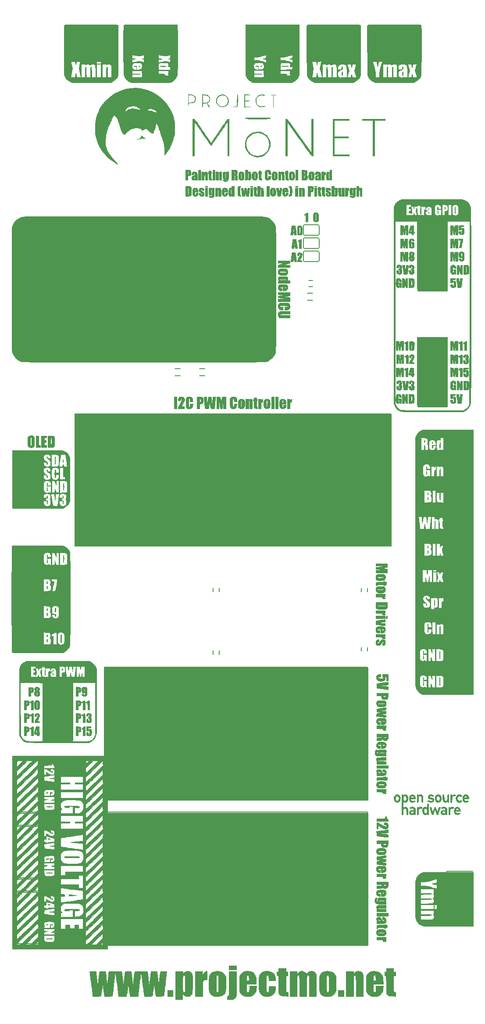
<source format=gto>
G04 #@! TF.FileFunction,Legend,Top*
%FSLAX46Y46*%
G04 Gerber Fmt 4.6, Leading zero omitted, Abs format (unit mm)*
G04 Created by KiCad (PCBNEW 4.0.3-stable) date Wednesday, August 17, 2016 'PMt' 02:01:32 PM*
%MOMM*%
%LPD*%
G01*
G04 APERTURE LIST*
%ADD10C,0.100000*%
%ADD11C,0.150000*%
%ADD12C,0.152400*%
%ADD13C,0.010000*%
G04 APERTURE END LIST*
D10*
D11*
X27940000Y-162052000D02*
X73660000Y-162052000D01*
X25400000Y-187452000D02*
X25400000Y-164592000D01*
X73660000Y-189992000D02*
X27940000Y-189992000D01*
X76200000Y-164592000D02*
X76200000Y-187452000D01*
X76200000Y-164592000D02*
G75*
G03X73660000Y-162052000I-2540000J0D01*
G01*
X27940000Y-162052000D02*
G75*
G03X25400000Y-164592000I0J-2540000D01*
G01*
X25400000Y-187452000D02*
G75*
G03X27940000Y-189992000I2540000J0D01*
G01*
X73660000Y-189992000D02*
G75*
G03X76200000Y-187452000I0J2540000D01*
G01*
D12*
X84378800Y-170688000D02*
X81838800Y-170688000D01*
X84632800Y-168910000D02*
G75*
G03X84378800Y-168656000I-254000J0D01*
G01*
X81838800Y-168656000D02*
G75*
G03X81584800Y-168910000I0J-254000D01*
G01*
X81838800Y-170688000D02*
G75*
G02X81584800Y-170434000I0J254000D01*
G01*
X84632800Y-170434000D02*
G75*
G02X84378800Y-170688000I-254000J0D01*
G01*
X84632800Y-170434000D02*
X84632800Y-168910000D01*
X81584800Y-170434000D02*
X81584800Y-168910000D01*
X81838800Y-168656000D02*
X84378800Y-168656000D01*
X84378800Y-168148000D02*
X81838800Y-168148000D01*
X84632800Y-166370000D02*
G75*
G03X84378800Y-166116000I-254000J0D01*
G01*
X81838800Y-166116000D02*
G75*
G03X81584800Y-166370000I0J-254000D01*
G01*
X81838800Y-168148000D02*
G75*
G02X81584800Y-167894000I0J254000D01*
G01*
X84632800Y-167894000D02*
G75*
G02X84378800Y-168148000I-254000J0D01*
G01*
X84632800Y-167894000D02*
X84632800Y-166370000D01*
X81584800Y-167894000D02*
X81584800Y-166370000D01*
X81838800Y-166116000D02*
X84378800Y-166116000D01*
X84378800Y-165608000D02*
X81838800Y-165608000D01*
X84632800Y-163830000D02*
G75*
G03X84378800Y-163576000I-254000J0D01*
G01*
X81838800Y-163576000D02*
G75*
G03X81584800Y-163830000I0J-254000D01*
G01*
X81838800Y-165608000D02*
G75*
G02X81584800Y-165354000I0J254000D01*
G01*
X84632800Y-165354000D02*
G75*
G02X84378800Y-165608000I-254000J0D01*
G01*
X84632800Y-165354000D02*
X84632800Y-163830000D01*
X81584800Y-165354000D02*
X81584800Y-163830000D01*
X81838800Y-163576000D02*
X84378800Y-163576000D01*
D11*
X30480000Y-292100000D02*
X25400000Y-292100000D01*
X30480000Y-302260000D02*
X30480000Y-292100000D01*
X25400000Y-302260000D02*
X30480000Y-302260000D01*
X92456000Y-130302000D02*
X92456000Y-125222000D01*
X82296000Y-130302000D02*
X92456000Y-130302000D01*
X82296000Y-125222000D02*
X82296000Y-130302000D01*
X70485000Y-125222000D02*
X70485000Y-130302000D01*
X80645000Y-125222000D02*
X70485000Y-125222000D01*
X80645000Y-130302000D02*
X80645000Y-125222000D01*
X46990000Y-125222000D02*
X46990000Y-130302000D01*
X57150000Y-125222000D02*
X46990000Y-125222000D01*
X57150000Y-130302000D02*
X57150000Y-125222000D01*
X30480000Y-266700000D02*
X25400000Y-266700000D01*
X30480000Y-276860000D02*
X30480000Y-266700000D01*
X25400000Y-276860000D02*
X30480000Y-276860000D01*
X30480000Y-279400000D02*
X25400000Y-279400000D01*
X30480000Y-289560000D02*
X30480000Y-279400000D01*
X25400000Y-289560000D02*
X30480000Y-289560000D01*
X45720000Y-130302000D02*
X45720000Y-125222000D01*
X35560000Y-130302000D02*
X45720000Y-130302000D01*
X35560000Y-125222000D02*
X35560000Y-130302000D01*
X104140000Y-130302000D02*
X104140000Y-125222000D01*
X93980000Y-130302000D02*
X104140000Y-130302000D01*
X93980000Y-125222000D02*
X93980000Y-130302000D01*
X62560000Y-192699000D02*
X61560000Y-192699000D01*
X61560000Y-191349000D02*
X62560000Y-191349000D01*
X56820000Y-191349000D02*
X57820000Y-191349000D01*
X57820000Y-192699000D02*
X56820000Y-192699000D01*
X82347000Y-176744000D02*
X83347000Y-176744000D01*
X83347000Y-178094000D02*
X82347000Y-178094000D01*
X93980000Y-274320000D02*
X43180000Y-274320000D01*
X93980000Y-248920000D02*
X93980000Y-274320000D01*
X43180000Y-248920000D02*
X93980000Y-248920000D01*
X43180000Y-274320000D02*
X43180000Y-248920000D01*
X98425000Y-225425000D02*
X98425000Y-200025000D01*
X37465000Y-225425000D02*
X98425000Y-225425000D01*
X37465000Y-224155000D02*
X37465000Y-225425000D01*
X37465000Y-200025000D02*
X37465000Y-224155000D01*
X98425000Y-200025000D02*
X37465000Y-200025000D01*
X93980000Y-302260000D02*
X43180000Y-302260000D01*
X93980000Y-276860000D02*
X93980000Y-302260000D01*
X43180000Y-276860000D02*
X93980000Y-276860000D01*
X43180000Y-302260000D02*
X43180000Y-276860000D01*
X28702000Y-215138000D02*
X28702000Y-207518000D01*
X26162000Y-215138000D02*
X26162000Y-207518000D01*
X25882000Y-217958000D02*
X25882000Y-216408000D01*
X28702000Y-207518000D02*
X26162000Y-207518000D01*
X26162000Y-215138000D02*
X28702000Y-215138000D01*
X28982000Y-216408000D02*
X28982000Y-217958000D01*
X28982000Y-217958000D02*
X25882000Y-217958000D01*
X92745000Y-245780000D02*
X92745000Y-245080000D01*
X93945000Y-245080000D02*
X93945000Y-245780000D01*
X92745000Y-234350000D02*
X92745000Y-233650000D01*
X93945000Y-233650000D02*
X93945000Y-234350000D01*
X64170000Y-234350000D02*
X64170000Y-233650000D01*
X65370000Y-233650000D02*
X65370000Y-234350000D01*
X64170000Y-246415000D02*
X64170000Y-245715000D01*
X65370000Y-245715000D02*
X65370000Y-246415000D01*
X82647000Y-174279000D02*
X83347000Y-174279000D01*
X83347000Y-175479000D02*
X82647000Y-175479000D01*
X25400000Y-245872000D02*
X30480000Y-245872000D01*
X25400000Y-225552000D02*
X25400000Y-245872000D01*
X30480000Y-225552000D02*
X25400000Y-225552000D01*
X109220000Y-185674000D02*
X109220000Y-198374000D01*
X109220000Y-198374000D02*
X104140000Y-198374000D01*
X104140000Y-198374000D02*
X104140000Y-188214000D01*
X109220000Y-185674000D02*
X106680000Y-185674000D01*
X105410000Y-185394000D02*
X103860000Y-185394000D01*
X106680000Y-185674000D02*
X106680000Y-188214000D01*
X106680000Y-188214000D02*
X104140000Y-188214000D01*
X103860000Y-185394000D02*
X103860000Y-186944000D01*
X108966000Y-163322000D02*
X108966000Y-176022000D01*
X108966000Y-176022000D02*
X103886000Y-176022000D01*
X103886000Y-176022000D02*
X103886000Y-165862000D01*
X108966000Y-163322000D02*
X106426000Y-163322000D01*
X105156000Y-163042000D02*
X103606000Y-163042000D01*
X106426000Y-163322000D02*
X106426000Y-165862000D01*
X106426000Y-165862000D02*
X103886000Y-165862000D01*
X103606000Y-163042000D02*
X103606000Y-164592000D01*
X31750000Y-254762000D02*
X31750000Y-262382000D01*
X31750000Y-262382000D02*
X36830000Y-262382000D01*
X36830000Y-262382000D02*
X36830000Y-252222000D01*
X36830000Y-252222000D02*
X34290000Y-252222000D01*
X33020000Y-251942000D02*
X31470000Y-251942000D01*
X34290000Y-252222000D02*
X34290000Y-254762000D01*
X34290000Y-254762000D02*
X31750000Y-254762000D01*
X31470000Y-251942000D02*
X31470000Y-253492000D01*
X109220000Y-298450000D02*
X114300000Y-298450000D01*
X109220000Y-288290000D02*
X109220000Y-298450000D01*
X114300000Y-288290000D02*
X109220000Y-288290000D01*
X109220000Y-254000000D02*
X109220000Y-203200000D01*
X114300000Y-254000000D02*
X109220000Y-254000000D01*
X114300000Y-203200000D02*
X109220000Y-203200000D01*
D13*
G36*
X59519317Y-307565072D02*
X59751421Y-307670595D01*
X59936739Y-307831084D01*
X60002145Y-307911505D01*
X60055291Y-308008365D01*
X60097205Y-308131988D01*
X60128913Y-308292699D01*
X60151444Y-308500823D01*
X60165825Y-308766685D01*
X60173084Y-309100608D01*
X60174248Y-309512918D01*
X60170346Y-310013940D01*
X60168619Y-310160737D01*
X60162024Y-310641307D01*
X60154006Y-311031382D01*
X60142564Y-311342268D01*
X60125695Y-311585273D01*
X60101399Y-311771704D01*
X60067674Y-311912866D01*
X60022519Y-312020069D01*
X59963931Y-312104617D01*
X59889909Y-312177818D01*
X59798623Y-312250848D01*
X59556505Y-312375358D01*
X59277302Y-312423165D01*
X58987733Y-312396895D01*
X58714520Y-312299173D01*
X58484382Y-312132625D01*
X58472582Y-312120558D01*
X58372344Y-312025509D01*
X58298764Y-311972633D01*
X58285768Y-311968756D01*
X58268782Y-312016146D01*
X58255175Y-312144298D01*
X58246575Y-312332187D01*
X58244389Y-312503225D01*
X58244389Y-313037694D01*
X56870041Y-313037694D01*
X56870041Y-309953233D01*
X58269840Y-309953233D01*
X58271061Y-310335137D01*
X58274512Y-310686651D01*
X58279875Y-310994109D01*
X58286831Y-311243845D01*
X58295062Y-311422192D01*
X58304249Y-311515484D01*
X58306419Y-311523365D01*
X58379210Y-311587736D01*
X58500287Y-311614278D01*
X58625941Y-311602092D01*
X58712457Y-311550279D01*
X58722510Y-311531927D01*
X58730378Y-311462042D01*
X58737507Y-311303854D01*
X58743632Y-311070861D01*
X58748489Y-310776565D01*
X58751813Y-310434463D01*
X58753338Y-310058056D01*
X58753407Y-309957607D01*
X58752798Y-309520555D01*
X58750594Y-309174244D01*
X58746234Y-308907620D01*
X58739156Y-308709627D01*
X58728798Y-308569207D01*
X58714598Y-308475306D01*
X58695995Y-308416868D01*
X58673419Y-308383815D01*
X58543644Y-308311228D01*
X58411064Y-308329695D01*
X58339700Y-308388002D01*
X58318649Y-308432692D01*
X58302043Y-308517069D01*
X58289429Y-308651259D01*
X58280355Y-308845393D01*
X58274370Y-309109597D01*
X58271020Y-309454001D01*
X58269855Y-309888733D01*
X58269840Y-309953233D01*
X56870041Y-309953233D01*
X56870041Y-307591201D01*
X58305984Y-307591201D01*
X58286567Y-307794808D01*
X58281196Y-307921957D01*
X58291308Y-307993012D01*
X58297798Y-307998415D01*
X58349520Y-307964816D01*
X58436574Y-307882328D01*
X58451849Y-307866207D01*
X58700576Y-307671883D01*
X58999158Y-307558817D01*
X59237570Y-307533027D01*
X59519317Y-307565072D01*
X59519317Y-307565072D01*
G37*
X59519317Y-307565072D02*
X59751421Y-307670595D01*
X59936739Y-307831084D01*
X60002145Y-307911505D01*
X60055291Y-308008365D01*
X60097205Y-308131988D01*
X60128913Y-308292699D01*
X60151444Y-308500823D01*
X60165825Y-308766685D01*
X60173084Y-309100608D01*
X60174248Y-309512918D01*
X60170346Y-310013940D01*
X60168619Y-310160737D01*
X60162024Y-310641307D01*
X60154006Y-311031382D01*
X60142564Y-311342268D01*
X60125695Y-311585273D01*
X60101399Y-311771704D01*
X60067674Y-311912866D01*
X60022519Y-312020069D01*
X59963931Y-312104617D01*
X59889909Y-312177818D01*
X59798623Y-312250848D01*
X59556505Y-312375358D01*
X59277302Y-312423165D01*
X58987733Y-312396895D01*
X58714520Y-312299173D01*
X58484382Y-312132625D01*
X58472582Y-312120558D01*
X58372344Y-312025509D01*
X58298764Y-311972633D01*
X58285768Y-311968756D01*
X58268782Y-312016146D01*
X58255175Y-312144298D01*
X58246575Y-312332187D01*
X58244389Y-312503225D01*
X58244389Y-313037694D01*
X56870041Y-313037694D01*
X56870041Y-309953233D01*
X58269840Y-309953233D01*
X58271061Y-310335137D01*
X58274512Y-310686651D01*
X58279875Y-310994109D01*
X58286831Y-311243845D01*
X58295062Y-311422192D01*
X58304249Y-311515484D01*
X58306419Y-311523365D01*
X58379210Y-311587736D01*
X58500287Y-311614278D01*
X58625941Y-311602092D01*
X58712457Y-311550279D01*
X58722510Y-311531927D01*
X58730378Y-311462042D01*
X58737507Y-311303854D01*
X58743632Y-311070861D01*
X58748489Y-310776565D01*
X58751813Y-310434463D01*
X58753338Y-310058056D01*
X58753407Y-309957607D01*
X58752798Y-309520555D01*
X58750594Y-309174244D01*
X58746234Y-308907620D01*
X58739156Y-308709627D01*
X58728798Y-308569207D01*
X58714598Y-308475306D01*
X58695995Y-308416868D01*
X58673419Y-308383815D01*
X58543644Y-308311228D01*
X58411064Y-308329695D01*
X58339700Y-308388002D01*
X58318649Y-308432692D01*
X58302043Y-308517069D01*
X58289429Y-308651259D01*
X58280355Y-308845393D01*
X58274370Y-309109597D01*
X58271020Y-309454001D01*
X58269855Y-309888733D01*
X58269840Y-309953233D01*
X56870041Y-309953233D01*
X56870041Y-307591201D01*
X58305984Y-307591201D01*
X58286567Y-307794808D01*
X58281196Y-307921957D01*
X58291308Y-307993012D01*
X58297798Y-307998415D01*
X58349520Y-307964816D01*
X58436574Y-307882328D01*
X58451849Y-307866207D01*
X58700576Y-307671883D01*
X58999158Y-307558817D01*
X59237570Y-307533027D01*
X59519317Y-307565072D01*
G36*
X68670425Y-309970860D02*
X68665836Y-310531680D01*
X68661139Y-310999750D01*
X68655961Y-311384124D01*
X68649928Y-311693854D01*
X68642668Y-311937993D01*
X68633808Y-312125596D01*
X68622973Y-312265715D01*
X68609792Y-312367404D01*
X68593891Y-312439716D01*
X68574897Y-312491704D01*
X68565782Y-312509887D01*
X68413013Y-312719074D01*
X68206724Y-312871936D01*
X67936205Y-312972860D01*
X67590744Y-313026232D01*
X67276954Y-313037694D01*
X66897696Y-313037694D01*
X66897696Y-312686361D01*
X66899765Y-312500934D01*
X66912479Y-312391446D01*
X66945601Y-312332032D01*
X67008892Y-312296830D01*
X67050401Y-312281794D01*
X67203107Y-312228561D01*
X67203107Y-307591201D01*
X68688595Y-307591201D01*
X68670425Y-309970860D01*
X68670425Y-309970860D01*
G37*
X68670425Y-309970860D02*
X68665836Y-310531680D01*
X68661139Y-310999750D01*
X68655961Y-311384124D01*
X68649928Y-311693854D01*
X68642668Y-311937993D01*
X68633808Y-312125596D01*
X68622973Y-312265715D01*
X68609792Y-312367404D01*
X68593891Y-312439716D01*
X68574897Y-312491704D01*
X68565782Y-312509887D01*
X68413013Y-312719074D01*
X68206724Y-312871936D01*
X67936205Y-312972860D01*
X67590744Y-313026232D01*
X67276954Y-313037694D01*
X66897696Y-313037694D01*
X66897696Y-312686361D01*
X66899765Y-312500934D01*
X66912479Y-312391446D01*
X66945601Y-312332032D01*
X67008892Y-312296830D01*
X67050401Y-312281794D01*
X67203107Y-312228561D01*
X67203107Y-307591201D01*
X68688595Y-307591201D01*
X68670425Y-309970860D01*
G36*
X65372501Y-307569145D02*
X65750639Y-307669016D01*
X66060571Y-307838398D01*
X66307860Y-308080144D01*
X66464502Y-308327903D01*
X66617736Y-308627568D01*
X66617725Y-309929124D01*
X66616035Y-310386028D01*
X66609392Y-310754657D01*
X66595426Y-311048504D01*
X66571765Y-311281064D01*
X66536040Y-311465834D01*
X66485879Y-311616306D01*
X66418911Y-311745977D01*
X66332766Y-311868340D01*
X66261926Y-311954373D01*
X66063819Y-312141554D01*
X65828331Y-312274537D01*
X65537995Y-312359711D01*
X65175343Y-312403460D01*
X65014329Y-312410570D01*
X64680211Y-312410267D01*
X64421422Y-312389532D01*
X64276253Y-312358372D01*
X63959591Y-312228925D01*
X63726597Y-312068788D01*
X63559955Y-311860156D01*
X63442349Y-311585222D01*
X63408566Y-311466141D01*
X63382206Y-311344976D01*
X63362628Y-311205532D01*
X63349240Y-311033177D01*
X63341449Y-310813277D01*
X63338664Y-310531200D01*
X63340291Y-310172312D01*
X63342981Y-309934753D01*
X64759820Y-309934753D01*
X64760826Y-310320730D01*
X64763672Y-310675900D01*
X64768099Y-310986879D01*
X64773848Y-311240284D01*
X64780659Y-311422733D01*
X64788275Y-311520841D01*
X64790717Y-311531927D01*
X64862056Y-311596792D01*
X64977959Y-311612039D01*
X65095283Y-311579735D01*
X65165244Y-311513986D01*
X65178134Y-311440261D01*
X65189436Y-311280791D01*
X65199041Y-311051623D01*
X65206841Y-310768804D01*
X65212730Y-310448382D01*
X65216598Y-310106404D01*
X65218339Y-309758917D01*
X65217843Y-309421970D01*
X65215005Y-309111609D01*
X65209714Y-308843882D01*
X65201865Y-308634836D01*
X65191348Y-308500519D01*
X65185708Y-308468700D01*
X65113180Y-308366263D01*
X64991940Y-308316821D01*
X64866745Y-308334872D01*
X64835512Y-308355276D01*
X64813438Y-308386936D01*
X64795985Y-308448229D01*
X64782644Y-308549757D01*
X64772908Y-308702124D01*
X64766267Y-308915932D01*
X64762215Y-309201785D01*
X64760242Y-309570283D01*
X64759820Y-309934753D01*
X63342981Y-309934753D01*
X63343764Y-309865612D01*
X63349400Y-309468808D01*
X63355458Y-309159455D01*
X63363216Y-308923201D01*
X63373953Y-308745699D01*
X63388949Y-308612598D01*
X63409484Y-308509548D01*
X63436836Y-308422199D01*
X63472286Y-308336202D01*
X63482065Y-308314337D01*
X63665358Y-308013542D01*
X63912079Y-307787437D01*
X64225555Y-307634220D01*
X64609114Y-307552090D01*
X64920597Y-307535932D01*
X65372501Y-307569145D01*
X65372501Y-307569145D01*
G37*
X65372501Y-307569145D02*
X65750639Y-307669016D01*
X66060571Y-307838398D01*
X66307860Y-308080144D01*
X66464502Y-308327903D01*
X66617736Y-308627568D01*
X66617725Y-309929124D01*
X66616035Y-310386028D01*
X66609392Y-310754657D01*
X66595426Y-311048504D01*
X66571765Y-311281064D01*
X66536040Y-311465834D01*
X66485879Y-311616306D01*
X66418911Y-311745977D01*
X66332766Y-311868340D01*
X66261926Y-311954373D01*
X66063819Y-312141554D01*
X65828331Y-312274537D01*
X65537995Y-312359711D01*
X65175343Y-312403460D01*
X65014329Y-312410570D01*
X64680211Y-312410267D01*
X64421422Y-312389532D01*
X64276253Y-312358372D01*
X63959591Y-312228925D01*
X63726597Y-312068788D01*
X63559955Y-311860156D01*
X63442349Y-311585222D01*
X63408566Y-311466141D01*
X63382206Y-311344976D01*
X63362628Y-311205532D01*
X63349240Y-311033177D01*
X63341449Y-310813277D01*
X63338664Y-310531200D01*
X63340291Y-310172312D01*
X63342981Y-309934753D01*
X64759820Y-309934753D01*
X64760826Y-310320730D01*
X64763672Y-310675900D01*
X64768099Y-310986879D01*
X64773848Y-311240284D01*
X64780659Y-311422733D01*
X64788275Y-311520841D01*
X64790717Y-311531927D01*
X64862056Y-311596792D01*
X64977959Y-311612039D01*
X65095283Y-311579735D01*
X65165244Y-311513986D01*
X65178134Y-311440261D01*
X65189436Y-311280791D01*
X65199041Y-311051623D01*
X65206841Y-310768804D01*
X65212730Y-310448382D01*
X65216598Y-310106404D01*
X65218339Y-309758917D01*
X65217843Y-309421970D01*
X65215005Y-309111609D01*
X65209714Y-308843882D01*
X65201865Y-308634836D01*
X65191348Y-308500519D01*
X65185708Y-308468700D01*
X65113180Y-308366263D01*
X64991940Y-308316821D01*
X64866745Y-308334872D01*
X64835512Y-308355276D01*
X64813438Y-308386936D01*
X64795985Y-308448229D01*
X64782644Y-308549757D01*
X64772908Y-308702124D01*
X64766267Y-308915932D01*
X64762215Y-309201785D01*
X64760242Y-309570283D01*
X64759820Y-309934753D01*
X63342981Y-309934753D01*
X63343764Y-309865612D01*
X63349400Y-309468808D01*
X63355458Y-309159455D01*
X63363216Y-308923201D01*
X63373953Y-308745699D01*
X63388949Y-308612598D01*
X63409484Y-308509548D01*
X63436836Y-308422199D01*
X63472286Y-308336202D01*
X63482065Y-308314337D01*
X63665358Y-308013542D01*
X63912079Y-307787437D01*
X64225555Y-307634220D01*
X64609114Y-307552090D01*
X64920597Y-307535932D01*
X65372501Y-307569145D01*
G36*
X70866054Y-307532284D02*
X71288602Y-307568321D01*
X71643683Y-307672431D01*
X71933665Y-307847600D01*
X72160918Y-308096819D01*
X72327810Y-308423076D01*
X72436711Y-308829358D01*
X72489990Y-309318656D01*
X72496510Y-309589097D01*
X72496894Y-310034487D01*
X70613528Y-310034487D01*
X70613528Y-310742950D01*
X70615667Y-311006898D01*
X70621533Y-311238370D01*
X70630298Y-311416229D01*
X70641135Y-311519339D01*
X70644424Y-311531927D01*
X70714236Y-311590258D01*
X70836375Y-311611703D01*
X70968085Y-311595747D01*
X71066610Y-311541877D01*
X71070845Y-311537053D01*
X71101201Y-311453122D01*
X71129247Y-311289260D01*
X71151765Y-311067333D01*
X71160741Y-310926231D01*
X71188068Y-310390800D01*
X72511698Y-310390800D01*
X72484131Y-310891079D01*
X72463718Y-311159448D01*
X72432564Y-311358475D01*
X72383913Y-311520541D01*
X72326059Y-311648898D01*
X72135323Y-311929859D01*
X71882696Y-312162048D01*
X71595109Y-312322272D01*
X71510019Y-312351666D01*
X71285803Y-312395563D01*
X71006824Y-312417930D01*
X70711806Y-312418647D01*
X70439475Y-312397592D01*
X70231764Y-312355669D01*
X69937862Y-312240987D01*
X69711217Y-312097394D01*
X69545778Y-311936882D01*
X69452527Y-311827873D01*
X69378600Y-311728177D01*
X69321753Y-311624603D01*
X69279744Y-311503961D01*
X69250331Y-311353059D01*
X69231273Y-311158709D01*
X69220325Y-310907719D01*
X69215247Y-310586899D01*
X69213795Y-310183059D01*
X69213728Y-309983586D01*
X69214039Y-309568133D01*
X69215602Y-309241138D01*
X69219362Y-308989254D01*
X69223852Y-308865537D01*
X70613528Y-308865537D01*
X70613528Y-309321862D01*
X71071644Y-309321862D01*
X71071644Y-308892833D01*
X71065966Y-308656117D01*
X71046878Y-308501078D01*
X71011300Y-308408116D01*
X70991655Y-308383815D01*
X70893809Y-308313899D01*
X70790222Y-308320354D01*
X70711985Y-308356519D01*
X70664381Y-308393923D01*
X70634970Y-308458396D01*
X70619561Y-308571605D01*
X70613963Y-308755215D01*
X70613528Y-308865537D01*
X69223852Y-308865537D01*
X69226262Y-308799135D01*
X69237248Y-308657434D01*
X69253263Y-308550807D01*
X69275252Y-308465907D01*
X69304159Y-308389387D01*
X69330743Y-308329911D01*
X69468712Y-308078146D01*
X69628422Y-307896103D01*
X69839561Y-307752011D01*
X69900902Y-307719688D01*
X70108602Y-307626938D01*
X70310183Y-307569231D01*
X70540171Y-307539864D01*
X70833089Y-307532133D01*
X70866054Y-307532284D01*
X70866054Y-307532284D01*
G37*
X70866054Y-307532284D02*
X71288602Y-307568321D01*
X71643683Y-307672431D01*
X71933665Y-307847600D01*
X72160918Y-308096819D01*
X72327810Y-308423076D01*
X72436711Y-308829358D01*
X72489990Y-309318656D01*
X72496510Y-309589097D01*
X72496894Y-310034487D01*
X70613528Y-310034487D01*
X70613528Y-310742950D01*
X70615667Y-311006898D01*
X70621533Y-311238370D01*
X70630298Y-311416229D01*
X70641135Y-311519339D01*
X70644424Y-311531927D01*
X70714236Y-311590258D01*
X70836375Y-311611703D01*
X70968085Y-311595747D01*
X71066610Y-311541877D01*
X71070845Y-311537053D01*
X71101201Y-311453122D01*
X71129247Y-311289260D01*
X71151765Y-311067333D01*
X71160741Y-310926231D01*
X71188068Y-310390800D01*
X72511698Y-310390800D01*
X72484131Y-310891079D01*
X72463718Y-311159448D01*
X72432564Y-311358475D01*
X72383913Y-311520541D01*
X72326059Y-311648898D01*
X72135323Y-311929859D01*
X71882696Y-312162048D01*
X71595109Y-312322272D01*
X71510019Y-312351666D01*
X71285803Y-312395563D01*
X71006824Y-312417930D01*
X70711806Y-312418647D01*
X70439475Y-312397592D01*
X70231764Y-312355669D01*
X69937862Y-312240987D01*
X69711217Y-312097394D01*
X69545778Y-311936882D01*
X69452527Y-311827873D01*
X69378600Y-311728177D01*
X69321753Y-311624603D01*
X69279744Y-311503961D01*
X69250331Y-311353059D01*
X69231273Y-311158709D01*
X69220325Y-310907719D01*
X69215247Y-310586899D01*
X69213795Y-310183059D01*
X69213728Y-309983586D01*
X69214039Y-309568133D01*
X69215602Y-309241138D01*
X69219362Y-308989254D01*
X69223852Y-308865537D01*
X70613528Y-308865537D01*
X70613528Y-309321862D01*
X71071644Y-309321862D01*
X71071644Y-308892833D01*
X71065966Y-308656117D01*
X71046878Y-308501078D01*
X71011300Y-308408116D01*
X70991655Y-308383815D01*
X70893809Y-308313899D01*
X70790222Y-308320354D01*
X70711985Y-308356519D01*
X70664381Y-308393923D01*
X70634970Y-308458396D01*
X70619561Y-308571605D01*
X70613963Y-308755215D01*
X70613528Y-308865537D01*
X69223852Y-308865537D01*
X69226262Y-308799135D01*
X69237248Y-308657434D01*
X69253263Y-308550807D01*
X69275252Y-308465907D01*
X69304159Y-308389387D01*
X69330743Y-308329911D01*
X69468712Y-308078146D01*
X69628422Y-307896103D01*
X69839561Y-307752011D01*
X69900902Y-307719688D01*
X70108602Y-307626938D01*
X70310183Y-307569231D01*
X70540171Y-307539864D01*
X70833089Y-307532133D01*
X70866054Y-307532284D01*
G36*
X74963510Y-307560058D02*
X75321293Y-307658091D01*
X75628913Y-307829557D01*
X75754464Y-307931598D01*
X75920394Y-308106813D01*
X76039290Y-308301776D01*
X76120784Y-308540123D01*
X76174510Y-308845486D01*
X76191516Y-309003726D01*
X76225880Y-309372764D01*
X74901732Y-309372764D01*
X74880045Y-308919176D01*
X74857656Y-308643568D01*
X74818250Y-308457915D01*
X74756958Y-308351095D01*
X74668907Y-308311987D01*
X74615047Y-308314095D01*
X74549511Y-308330685D01*
X74497336Y-308366340D01*
X74457165Y-308431410D01*
X74427641Y-308536248D01*
X74407406Y-308691206D01*
X74395103Y-308906635D01*
X74389376Y-309192888D01*
X74388866Y-309560317D01*
X74392167Y-310014040D01*
X74396933Y-310459093D01*
X74403185Y-310812821D01*
X74412896Y-311085704D01*
X74428041Y-311288217D01*
X74450590Y-311430840D01*
X74482519Y-311524051D01*
X74525800Y-311578327D01*
X74582405Y-311604147D01*
X74654309Y-311611988D01*
X74693164Y-311612443D01*
X74793827Y-311593657D01*
X74864222Y-311528341D01*
X74908985Y-311403061D01*
X74932751Y-311204382D01*
X74940155Y-310918868D01*
X74940181Y-310896504D01*
X74940181Y-310441702D01*
X76227333Y-310441702D01*
X76192196Y-310907156D01*
X76168159Y-311138079D01*
X76134491Y-311350822D01*
X76097167Y-311510067D01*
X76083810Y-311547918D01*
X75911133Y-311844658D01*
X75669007Y-312100074D01*
X75430463Y-312260773D01*
X75181473Y-312350636D01*
X74870992Y-312405643D01*
X74533755Y-312424176D01*
X74204494Y-312404621D01*
X73917942Y-312345362D01*
X73880538Y-312332859D01*
X73573440Y-312174691D01*
X73321219Y-311945761D01*
X73150121Y-311676748D01*
X73089359Y-311483713D01*
X73039092Y-311207293D01*
X73000264Y-310865457D01*
X72973820Y-310476173D01*
X72960701Y-310057411D01*
X72961852Y-309627139D01*
X72978215Y-309203328D01*
X73003186Y-308877982D01*
X73049576Y-308549558D01*
X73123840Y-308297454D01*
X73237370Y-308097528D01*
X73401562Y-307925638D01*
X73483993Y-307859313D01*
X73770219Y-307682359D01*
X74080296Y-307576507D01*
X74442869Y-307532849D01*
X74540976Y-307530636D01*
X74963510Y-307560058D01*
X74963510Y-307560058D01*
G37*
X74963510Y-307560058D02*
X75321293Y-307658091D01*
X75628913Y-307829557D01*
X75754464Y-307931598D01*
X75920394Y-308106813D01*
X76039290Y-308301776D01*
X76120784Y-308540123D01*
X76174510Y-308845486D01*
X76191516Y-309003726D01*
X76225880Y-309372764D01*
X74901732Y-309372764D01*
X74880045Y-308919176D01*
X74857656Y-308643568D01*
X74818250Y-308457915D01*
X74756958Y-308351095D01*
X74668907Y-308311987D01*
X74615047Y-308314095D01*
X74549511Y-308330685D01*
X74497336Y-308366340D01*
X74457165Y-308431410D01*
X74427641Y-308536248D01*
X74407406Y-308691206D01*
X74395103Y-308906635D01*
X74389376Y-309192888D01*
X74388866Y-309560317D01*
X74392167Y-310014040D01*
X74396933Y-310459093D01*
X74403185Y-310812821D01*
X74412896Y-311085704D01*
X74428041Y-311288217D01*
X74450590Y-311430840D01*
X74482519Y-311524051D01*
X74525800Y-311578327D01*
X74582405Y-311604147D01*
X74654309Y-311611988D01*
X74693164Y-311612443D01*
X74793827Y-311593657D01*
X74864222Y-311528341D01*
X74908985Y-311403061D01*
X74932751Y-311204382D01*
X74940155Y-310918868D01*
X74940181Y-310896504D01*
X74940181Y-310441702D01*
X76227333Y-310441702D01*
X76192196Y-310907156D01*
X76168159Y-311138079D01*
X76134491Y-311350822D01*
X76097167Y-311510067D01*
X76083810Y-311547918D01*
X75911133Y-311844658D01*
X75669007Y-312100074D01*
X75430463Y-312260773D01*
X75181473Y-312350636D01*
X74870992Y-312405643D01*
X74533755Y-312424176D01*
X74204494Y-312404621D01*
X73917942Y-312345362D01*
X73880538Y-312332859D01*
X73573440Y-312174691D01*
X73321219Y-311945761D01*
X73150121Y-311676748D01*
X73089359Y-311483713D01*
X73039092Y-311207293D01*
X73000264Y-310865457D01*
X72973820Y-310476173D01*
X72960701Y-310057411D01*
X72961852Y-309627139D01*
X72978215Y-309203328D01*
X73003186Y-308877982D01*
X73049576Y-308549558D01*
X73123840Y-308297454D01*
X73237370Y-308097528D01*
X73401562Y-307925638D01*
X73483993Y-307859313D01*
X73770219Y-307682359D01*
X74080296Y-307576507D01*
X74442869Y-307532849D01*
X74540976Y-307530636D01*
X74963510Y-307560058D01*
G36*
X86568362Y-307547081D02*
X86933007Y-307631500D01*
X87261225Y-307785883D01*
X87535944Y-307998138D01*
X87740096Y-308256175D01*
X87824919Y-308437153D01*
X87849781Y-308562526D01*
X87869621Y-308771664D01*
X87884460Y-309046651D01*
X87894322Y-309369572D01*
X87899227Y-309722513D01*
X87899198Y-310087559D01*
X87894258Y-310446796D01*
X87884428Y-310782309D01*
X87869731Y-311076182D01*
X87850188Y-311310503D01*
X87825822Y-311467355D01*
X87821155Y-311485189D01*
X87700517Y-311744581D01*
X87505274Y-311989567D01*
X87261933Y-312193907D01*
X86997002Y-312331358D01*
X86951295Y-312346312D01*
X86708479Y-312394053D01*
X86406355Y-312418378D01*
X86084754Y-312419018D01*
X85783503Y-312395705D01*
X85568641Y-312355640D01*
X85254124Y-312235069D01*
X85011122Y-312057048D01*
X84832038Y-311812183D01*
X84709276Y-311491080D01*
X84654160Y-311224825D01*
X84633422Y-311023551D01*
X84620593Y-310752281D01*
X84615134Y-310430560D01*
X84616508Y-310077935D01*
X84619421Y-309939666D01*
X86036774Y-309939666D01*
X86038635Y-310400224D01*
X86044061Y-310791167D01*
X86052819Y-311105500D01*
X86064674Y-311336231D01*
X86079393Y-311476366D01*
X86089467Y-311513986D01*
X86172581Y-311586250D01*
X86292071Y-311612773D01*
X86404793Y-311591489D01*
X86463993Y-311531927D01*
X86471792Y-311462213D01*
X86478868Y-311304056D01*
X86484963Y-311070820D01*
X86489820Y-310775864D01*
X86493181Y-310432550D01*
X86494788Y-310054238D01*
X86494890Y-309930312D01*
X86494609Y-309496438D01*
X86493301Y-309153254D01*
X86490272Y-308889648D01*
X86484826Y-308694507D01*
X86476269Y-308556718D01*
X86463904Y-308465169D01*
X86447037Y-308408746D01*
X86424972Y-308376338D01*
X86397015Y-308356831D01*
X86396433Y-308356519D01*
X86270085Y-308308485D01*
X86174319Y-308334396D01*
X86116763Y-308383815D01*
X86093261Y-308418769D01*
X86074762Y-308478663D01*
X86060694Y-308574625D01*
X86050483Y-308717782D01*
X86043558Y-308919260D01*
X86039347Y-309190186D01*
X86037278Y-309541688D01*
X86036774Y-309939666D01*
X84619421Y-309939666D01*
X84624177Y-309713950D01*
X84637602Y-309358151D01*
X84656245Y-309030085D01*
X84679568Y-308749295D01*
X84707032Y-308535329D01*
X84731213Y-308426678D01*
X84879212Y-308122557D01*
X85105078Y-307876531D01*
X85400425Y-307692615D01*
X85756869Y-307574823D01*
X86166023Y-307527170D01*
X86568362Y-307547081D01*
X86568362Y-307547081D01*
G37*
X86568362Y-307547081D02*
X86933007Y-307631500D01*
X87261225Y-307785883D01*
X87535944Y-307998138D01*
X87740096Y-308256175D01*
X87824919Y-308437153D01*
X87849781Y-308562526D01*
X87869621Y-308771664D01*
X87884460Y-309046651D01*
X87894322Y-309369572D01*
X87899227Y-309722513D01*
X87899198Y-310087559D01*
X87894258Y-310446796D01*
X87884428Y-310782309D01*
X87869731Y-311076182D01*
X87850188Y-311310503D01*
X87825822Y-311467355D01*
X87821155Y-311485189D01*
X87700517Y-311744581D01*
X87505274Y-311989567D01*
X87261933Y-312193907D01*
X86997002Y-312331358D01*
X86951295Y-312346312D01*
X86708479Y-312394053D01*
X86406355Y-312418378D01*
X86084754Y-312419018D01*
X85783503Y-312395705D01*
X85568641Y-312355640D01*
X85254124Y-312235069D01*
X85011122Y-312057048D01*
X84832038Y-311812183D01*
X84709276Y-311491080D01*
X84654160Y-311224825D01*
X84633422Y-311023551D01*
X84620593Y-310752281D01*
X84615134Y-310430560D01*
X84616508Y-310077935D01*
X84619421Y-309939666D01*
X86036774Y-309939666D01*
X86038635Y-310400224D01*
X86044061Y-310791167D01*
X86052819Y-311105500D01*
X86064674Y-311336231D01*
X86079393Y-311476366D01*
X86089467Y-311513986D01*
X86172581Y-311586250D01*
X86292071Y-311612773D01*
X86404793Y-311591489D01*
X86463993Y-311531927D01*
X86471792Y-311462213D01*
X86478868Y-311304056D01*
X86484963Y-311070820D01*
X86489820Y-310775864D01*
X86493181Y-310432550D01*
X86494788Y-310054238D01*
X86494890Y-309930312D01*
X86494609Y-309496438D01*
X86493301Y-309153254D01*
X86490272Y-308889648D01*
X86484826Y-308694507D01*
X86476269Y-308556718D01*
X86463904Y-308465169D01*
X86447037Y-308408746D01*
X86424972Y-308376338D01*
X86397015Y-308356831D01*
X86396433Y-308356519D01*
X86270085Y-308308485D01*
X86174319Y-308334396D01*
X86116763Y-308383815D01*
X86093261Y-308418769D01*
X86074762Y-308478663D01*
X86060694Y-308574625D01*
X86050483Y-308717782D01*
X86043558Y-308919260D01*
X86039347Y-309190186D01*
X86037278Y-309541688D01*
X86036774Y-309939666D01*
X84619421Y-309939666D01*
X84624177Y-309713950D01*
X84637602Y-309358151D01*
X84656245Y-309030085D01*
X84679568Y-308749295D01*
X84707032Y-308535329D01*
X84731213Y-308426678D01*
X84879212Y-308122557D01*
X85105078Y-307876531D01*
X85400425Y-307692615D01*
X85756869Y-307574823D01*
X86166023Y-307527170D01*
X86568362Y-307547081D01*
G36*
X95575358Y-307546765D02*
X95945282Y-307631445D01*
X96275020Y-307785460D01*
X96547795Y-307997614D01*
X96746831Y-308256709D01*
X96798918Y-308363407D01*
X96846243Y-308522599D01*
X96891505Y-308755450D01*
X96931003Y-309033834D01*
X96961036Y-309329619D01*
X96977905Y-309614676D01*
X96980244Y-309741802D01*
X96980662Y-310034487D01*
X95046393Y-310034487D01*
X95050166Y-310581682D01*
X95055045Y-310835871D01*
X95065130Y-311077967D01*
X95078742Y-311273837D01*
X95088343Y-311357934D01*
X95115528Y-311499529D01*
X95157667Y-311569380D01*
X95240032Y-311597023D01*
X95298655Y-311603724D01*
X95421198Y-311603026D01*
X95506840Y-311564385D01*
X95561836Y-311473809D01*
X95592444Y-311317305D01*
X95604916Y-311080882D01*
X95606313Y-310915540D01*
X95606313Y-310390800D01*
X96994610Y-310390800D01*
X96958526Y-310887093D01*
X96902383Y-311307836D01*
X96797120Y-311648000D01*
X96636057Y-311919541D01*
X96412513Y-312134416D01*
X96183676Y-312273816D01*
X95964420Y-312349523D01*
X95679835Y-312398766D01*
X95363304Y-312419973D01*
X95048212Y-312411570D01*
X94767942Y-312371985D01*
X94667301Y-312345257D01*
X94312226Y-312187155D01*
X94033107Y-311962041D01*
X93848280Y-311706510D01*
X93697495Y-311434287D01*
X93681676Y-310096334D01*
X93677637Y-309670144D01*
X93677122Y-309331956D01*
X93677258Y-309321862D01*
X95031374Y-309321862D01*
X95568178Y-309321862D01*
X95545664Y-308892917D01*
X95521583Y-308624333D01*
X95479308Y-308444727D01*
X95413870Y-308342137D01*
X95320297Y-308304599D01*
X95300902Y-308303826D01*
X95213504Y-308324149D01*
X95151067Y-308394960D01*
X95107559Y-308531025D01*
X95076947Y-308747109D01*
X95065298Y-308880526D01*
X95031374Y-309321862D01*
X93677258Y-309321862D01*
X93680688Y-309068012D01*
X93688893Y-308864553D01*
X93702297Y-308707820D01*
X93721456Y-308584056D01*
X93746929Y-308479502D01*
X93747337Y-308478097D01*
X93888823Y-308162539D01*
X94108029Y-307905614D01*
X94396614Y-307711570D01*
X94746236Y-307584658D01*
X95148556Y-307529127D01*
X95575358Y-307546765D01*
X95575358Y-307546765D01*
G37*
X95575358Y-307546765D02*
X95945282Y-307631445D01*
X96275020Y-307785460D01*
X96547795Y-307997614D01*
X96746831Y-308256709D01*
X96798918Y-308363407D01*
X96846243Y-308522599D01*
X96891505Y-308755450D01*
X96931003Y-309033834D01*
X96961036Y-309329619D01*
X96977905Y-309614676D01*
X96980244Y-309741802D01*
X96980662Y-310034487D01*
X95046393Y-310034487D01*
X95050166Y-310581682D01*
X95055045Y-310835871D01*
X95065130Y-311077967D01*
X95078742Y-311273837D01*
X95088343Y-311357934D01*
X95115528Y-311499529D01*
X95157667Y-311569380D01*
X95240032Y-311597023D01*
X95298655Y-311603724D01*
X95421198Y-311603026D01*
X95506840Y-311564385D01*
X95561836Y-311473809D01*
X95592444Y-311317305D01*
X95604916Y-311080882D01*
X95606313Y-310915540D01*
X95606313Y-310390800D01*
X96994610Y-310390800D01*
X96958526Y-310887093D01*
X96902383Y-311307836D01*
X96797120Y-311648000D01*
X96636057Y-311919541D01*
X96412513Y-312134416D01*
X96183676Y-312273816D01*
X95964420Y-312349523D01*
X95679835Y-312398766D01*
X95363304Y-312419973D01*
X95048212Y-312411570D01*
X94767942Y-312371985D01*
X94667301Y-312345257D01*
X94312226Y-312187155D01*
X94033107Y-311962041D01*
X93848280Y-311706510D01*
X93697495Y-311434287D01*
X93681676Y-310096334D01*
X93677637Y-309670144D01*
X93677122Y-309331956D01*
X93677258Y-309321862D01*
X95031374Y-309321862D01*
X95568178Y-309321862D01*
X95545664Y-308892917D01*
X95521583Y-308624333D01*
X95479308Y-308444727D01*
X95413870Y-308342137D01*
X95320297Y-308304599D01*
X95300902Y-308303826D01*
X95213504Y-308324149D01*
X95151067Y-308394960D01*
X95107559Y-308531025D01*
X95076947Y-308747109D01*
X95065298Y-308880526D01*
X95031374Y-309321862D01*
X93677258Y-309321862D01*
X93680688Y-309068012D01*
X93688893Y-308864553D01*
X93702297Y-308707820D01*
X93721456Y-308584056D01*
X93746929Y-308479502D01*
X93747337Y-308478097D01*
X93888823Y-308162539D01*
X94108029Y-307905614D01*
X94396614Y-307711570D01*
X94746236Y-307584658D01*
X95148556Y-307529127D01*
X95575358Y-307546765D01*
G36*
X48495501Y-308972028D02*
X48534604Y-309328587D01*
X48572235Y-309644188D01*
X48606736Y-309907044D01*
X48636455Y-310105364D01*
X48659736Y-310227361D01*
X48674925Y-310261244D01*
X48676125Y-310258829D01*
X48695019Y-310167020D01*
X48716546Y-310001942D01*
X48737276Y-309791951D01*
X48746330Y-309678175D01*
X48764661Y-309471450D01*
X48792524Y-309211403D01*
X48827136Y-308919046D01*
X48865711Y-308615391D01*
X48905464Y-308321450D01*
X48943610Y-308058236D01*
X48977366Y-307846760D01*
X49003945Y-307708035D01*
X49011121Y-307680279D01*
X49026792Y-307652064D01*
X49062709Y-307630487D01*
X49131064Y-307614671D01*
X49244046Y-307603735D01*
X49413847Y-307596802D01*
X49652658Y-307592993D01*
X49972670Y-307591430D01*
X50247085Y-307591201D01*
X51456146Y-307591201D01*
X51597297Y-308851020D01*
X51648057Y-309289337D01*
X51694271Y-309659163D01*
X51735068Y-309955041D01*
X51769577Y-310171511D01*
X51796924Y-310303113D01*
X51816241Y-310344390D01*
X51826653Y-310289883D01*
X51826743Y-310288190D01*
X51833719Y-310217715D01*
X51850892Y-310063596D01*
X51876198Y-309843252D01*
X51907573Y-309574104D01*
X51942954Y-309273569D01*
X51980277Y-308959067D01*
X52017480Y-308648018D01*
X52052497Y-308357840D01*
X52083266Y-308105953D01*
X52107723Y-307909776D01*
X52117599Y-307832984D01*
X52149288Y-307591201D01*
X53300676Y-307591201D01*
X53330811Y-307807534D01*
X53345060Y-307921346D01*
X53367997Y-308118243D01*
X53397580Y-308380070D01*
X53431768Y-308688677D01*
X53468517Y-309025909D01*
X53483117Y-309161396D01*
X53519198Y-309490067D01*
X53552886Y-309783336D01*
X53582376Y-310026556D01*
X53605862Y-310205081D01*
X53621539Y-310304263D01*
X53625862Y-310319501D01*
X53638075Y-310279963D01*
X53656842Y-310157195D01*
X53679767Y-309969377D01*
X53704454Y-309734688D01*
X53708697Y-309690988D01*
X53742825Y-309366222D01*
X53786739Y-308992350D01*
X53834194Y-308620801D01*
X53869798Y-308364661D01*
X53906258Y-308111425D01*
X53936654Y-307893819D01*
X53958235Y-307732005D01*
X53968257Y-307646147D01*
X53968638Y-307639311D01*
X54016663Y-307619839D01*
X54149308Y-307604434D01*
X54349422Y-307594445D01*
X54579459Y-307591201D01*
X54815256Y-307594177D01*
X55008755Y-307602286D01*
X55140290Y-307614298D01*
X55190193Y-307628984D01*
X55190224Y-307629377D01*
X55184226Y-307686256D01*
X55167077Y-307833912D01*
X55140011Y-308062074D01*
X55104262Y-308360474D01*
X55061064Y-308718839D01*
X55011651Y-309126900D01*
X54957257Y-309574386D01*
X54910461Y-309958135D01*
X54852869Y-310431103D01*
X54799266Y-310873882D01*
X54750891Y-311276049D01*
X54708983Y-311627185D01*
X54674781Y-311916868D01*
X54649524Y-312134678D01*
X54634451Y-312270194D01*
X54630558Y-312312343D01*
X54604575Y-312337938D01*
X54519498Y-312356212D01*
X54364365Y-312368049D01*
X54128212Y-312374332D01*
X53841383Y-312375970D01*
X53542669Y-312375556D01*
X53330772Y-312372867D01*
X53190703Y-312365737D01*
X53107476Y-312351999D01*
X53066103Y-312329486D01*
X53051597Y-312296030D01*
X53049306Y-312261441D01*
X53040376Y-312133371D01*
X53020161Y-311942965D01*
X52991105Y-311706674D01*
X52955648Y-311440952D01*
X52916233Y-311162249D01*
X52875303Y-310887017D01*
X52835299Y-310631710D01*
X52798664Y-310412777D01*
X52767839Y-310246672D01*
X52745267Y-310149846D01*
X52733845Y-310136291D01*
X52718109Y-310225057D01*
X52691196Y-310396749D01*
X52655785Y-310633440D01*
X52614554Y-310917199D01*
X52570181Y-311230097D01*
X52566537Y-311256131D01*
X52522562Y-311565305D01*
X52481846Y-311841752D01*
X52446941Y-312068921D01*
X52420395Y-312230265D01*
X52404761Y-312309236D01*
X52403757Y-312312343D01*
X52363498Y-312339029D01*
X52258992Y-312357826D01*
X52079710Y-312369596D01*
X51815120Y-312375202D01*
X51627374Y-312375970D01*
X50874958Y-312375970D01*
X50845593Y-312210540D01*
X50832874Y-312124669D01*
X50809002Y-311949623D01*
X50775521Y-311697235D01*
X50733975Y-311379339D01*
X50685907Y-311007767D01*
X50632861Y-310594354D01*
X50576381Y-310150934D01*
X50558391Y-310009037D01*
X50489290Y-309464591D01*
X50431518Y-309012915D01*
X50383873Y-308645750D01*
X50345148Y-308354837D01*
X50314141Y-308131918D01*
X50289646Y-307968732D01*
X50270459Y-307857022D01*
X50255376Y-307788528D01*
X50243192Y-307754991D01*
X50232702Y-307748153D01*
X50229055Y-307750690D01*
X50219200Y-307803577D01*
X50198696Y-307947096D01*
X50168879Y-308170779D01*
X50131089Y-308464164D01*
X50086663Y-308816785D01*
X50036939Y-309218177D01*
X49983256Y-309657875D01*
X49950061Y-309932748D01*
X49894111Y-310395786D01*
X49840984Y-310831415D01*
X49792089Y-311228378D01*
X49748832Y-311575421D01*
X49712623Y-311861290D01*
X49684870Y-312074729D01*
X49666981Y-312204483D01*
X49661879Y-312235990D01*
X49633896Y-312375970D01*
X48123019Y-312375970D01*
X48093957Y-312235990D01*
X48078791Y-312143388D01*
X48053642Y-311967755D01*
X48020949Y-311727103D01*
X47983155Y-311439444D01*
X47942699Y-311122789D01*
X47937651Y-311082660D01*
X47898096Y-310773633D01*
X47861741Y-310500808D01*
X47830765Y-310279651D01*
X47807348Y-310125629D01*
X47793668Y-310054208D01*
X47792332Y-310051234D01*
X47779219Y-310091408D01*
X47756442Y-310214144D01*
X47727080Y-310401002D01*
X47694211Y-310633542D01*
X47690471Y-310661432D01*
X47647616Y-310974760D01*
X47598798Y-311319163D01*
X47551065Y-311645442D01*
X47522671Y-311832839D01*
X47438655Y-312375970D01*
X45895252Y-312375970D01*
X45599881Y-310072664D01*
X45538970Y-309600368D01*
X45481483Y-309159808D01*
X45428792Y-308761109D01*
X45382266Y-308414399D01*
X45343273Y-308129804D01*
X45313185Y-307917451D01*
X45293369Y-307787467D01*
X45285668Y-307749346D01*
X45257155Y-307769796D01*
X45244893Y-307800248D01*
X45234848Y-307862934D01*
X45214536Y-308014057D01*
X45185477Y-308240935D01*
X45149192Y-308530888D01*
X45107203Y-308871233D01*
X45061030Y-309249289D01*
X45012194Y-309652375D01*
X44962217Y-310067808D01*
X44912620Y-310482907D01*
X44864923Y-310884992D01*
X44820648Y-311261379D01*
X44781315Y-311599387D01*
X44748445Y-311886336D01*
X44723560Y-312109543D01*
X44708181Y-312256327D01*
X44703719Y-312312343D01*
X44678186Y-312338034D01*
X44593512Y-312356342D01*
X44438689Y-312368163D01*
X44202708Y-312374396D01*
X43923262Y-312375970D01*
X43142014Y-312375970D01*
X43058874Y-311752423D01*
X43018424Y-311443250D01*
X42975535Y-311105955D01*
X42936260Y-310788555D01*
X42914534Y-310607133D01*
X42885435Y-310391054D01*
X42855071Y-310218617D01*
X42827603Y-310110948D01*
X42811787Y-310085389D01*
X42782724Y-310129694D01*
X42770249Y-310236587D01*
X42770241Y-310239708D01*
X42762823Y-310335561D01*
X42742553Y-310511132D01*
X42712404Y-310745575D01*
X42675350Y-311018042D01*
X42634365Y-311307687D01*
X42592424Y-311593661D01*
X42552499Y-311855119D01*
X42517564Y-312071213D01*
X42490595Y-312221095D01*
X42481836Y-312261441D01*
X42467477Y-312305618D01*
X42439073Y-312336669D01*
X42380795Y-312356906D01*
X42276815Y-312368641D01*
X42111305Y-312374190D01*
X41868435Y-312375863D01*
X41698091Y-312375970D01*
X40942389Y-312375970D01*
X40913776Y-312210540D01*
X40900810Y-312122948D01*
X40877144Y-311950372D01*
X40844394Y-311705376D01*
X40804175Y-311400526D01*
X40758103Y-311048385D01*
X40707795Y-310661519D01*
X40654866Y-310252493D01*
X40600933Y-309833870D01*
X40547611Y-309418216D01*
X40496517Y-309018096D01*
X40449266Y-308646074D01*
X40407475Y-308314715D01*
X40372760Y-308036583D01*
X40346736Y-307824244D01*
X40331020Y-307690261D01*
X40326954Y-307647971D01*
X40372918Y-307620280D01*
X40512770Y-307601909D01*
X40749455Y-307592580D01*
X40926896Y-307591201D01*
X41526837Y-307591201D01*
X41673088Y-308901922D01*
X41714188Y-309259295D01*
X41754028Y-309585478D01*
X41790667Y-309866101D01*
X41822162Y-310086791D01*
X41846571Y-310233178D01*
X41860577Y-310288996D01*
X41892705Y-310329999D01*
X41903143Y-310276692D01*
X41903440Y-310263546D01*
X41909814Y-310186373D01*
X41926875Y-310023156D01*
X41952931Y-309788899D01*
X41986290Y-309498607D01*
X42025257Y-309167283D01*
X42057693Y-308896347D01*
X42099450Y-308549390D01*
X42136850Y-308237182D01*
X42168252Y-307973527D01*
X42192018Y-307772230D01*
X42206509Y-307647095D01*
X42210321Y-307611076D01*
X42257856Y-307603215D01*
X42386996Y-307596823D01*
X42577548Y-307592591D01*
X42789912Y-307591201D01*
X43369503Y-307591201D01*
X43399739Y-307807534D01*
X43414464Y-307925960D01*
X43437278Y-308125575D01*
X43465972Y-308386284D01*
X43498335Y-308687994D01*
X43532155Y-309010612D01*
X43532760Y-309016451D01*
X43576975Y-309439783D01*
X43612799Y-309765599D01*
X43642053Y-309997676D01*
X43666554Y-310139788D01*
X43688123Y-310195711D01*
X43708576Y-310169220D01*
X43729735Y-310064091D01*
X43753417Y-309884099D01*
X43781442Y-309633019D01*
X43790269Y-309550920D01*
X43828256Y-309214223D01*
X43871738Y-308856949D01*
X43916001Y-308516268D01*
X43956329Y-308229348D01*
X43966251Y-308163846D01*
X44054916Y-307591201D01*
X46477124Y-307591201D01*
X46507122Y-307782083D01*
X46523531Y-307900192D01*
X46547899Y-308093119D01*
X46578202Y-308343147D01*
X46612417Y-308632560D01*
X46648520Y-308943642D01*
X46684487Y-309258678D01*
X46718294Y-309559952D01*
X46747918Y-309829748D01*
X46771335Y-310050350D01*
X46786521Y-310204043D01*
X46791483Y-310271365D01*
X46807030Y-310327423D01*
X46825636Y-310322713D01*
X46840463Y-310264937D01*
X46864749Y-310119623D01*
X46896596Y-309900403D01*
X46934104Y-309620906D01*
X46975375Y-309294764D01*
X47016517Y-308952606D01*
X47173247Y-307616652D01*
X48349775Y-307588140D01*
X48495501Y-308972028D01*
X48495501Y-308972028D01*
G37*
X48495501Y-308972028D02*
X48534604Y-309328587D01*
X48572235Y-309644188D01*
X48606736Y-309907044D01*
X48636455Y-310105364D01*
X48659736Y-310227361D01*
X48674925Y-310261244D01*
X48676125Y-310258829D01*
X48695019Y-310167020D01*
X48716546Y-310001942D01*
X48737276Y-309791951D01*
X48746330Y-309678175D01*
X48764661Y-309471450D01*
X48792524Y-309211403D01*
X48827136Y-308919046D01*
X48865711Y-308615391D01*
X48905464Y-308321450D01*
X48943610Y-308058236D01*
X48977366Y-307846760D01*
X49003945Y-307708035D01*
X49011121Y-307680279D01*
X49026792Y-307652064D01*
X49062709Y-307630487D01*
X49131064Y-307614671D01*
X49244046Y-307603735D01*
X49413847Y-307596802D01*
X49652658Y-307592993D01*
X49972670Y-307591430D01*
X50247085Y-307591201D01*
X51456146Y-307591201D01*
X51597297Y-308851020D01*
X51648057Y-309289337D01*
X51694271Y-309659163D01*
X51735068Y-309955041D01*
X51769577Y-310171511D01*
X51796924Y-310303113D01*
X51816241Y-310344390D01*
X51826653Y-310289883D01*
X51826743Y-310288190D01*
X51833719Y-310217715D01*
X51850892Y-310063596D01*
X51876198Y-309843252D01*
X51907573Y-309574104D01*
X51942954Y-309273569D01*
X51980277Y-308959067D01*
X52017480Y-308648018D01*
X52052497Y-308357840D01*
X52083266Y-308105953D01*
X52107723Y-307909776D01*
X52117599Y-307832984D01*
X52149288Y-307591201D01*
X53300676Y-307591201D01*
X53330811Y-307807534D01*
X53345060Y-307921346D01*
X53367997Y-308118243D01*
X53397580Y-308380070D01*
X53431768Y-308688677D01*
X53468517Y-309025909D01*
X53483117Y-309161396D01*
X53519198Y-309490067D01*
X53552886Y-309783336D01*
X53582376Y-310026556D01*
X53605862Y-310205081D01*
X53621539Y-310304263D01*
X53625862Y-310319501D01*
X53638075Y-310279963D01*
X53656842Y-310157195D01*
X53679767Y-309969377D01*
X53704454Y-309734688D01*
X53708697Y-309690988D01*
X53742825Y-309366222D01*
X53786739Y-308992350D01*
X53834194Y-308620801D01*
X53869798Y-308364661D01*
X53906258Y-308111425D01*
X53936654Y-307893819D01*
X53958235Y-307732005D01*
X53968257Y-307646147D01*
X53968638Y-307639311D01*
X54016663Y-307619839D01*
X54149308Y-307604434D01*
X54349422Y-307594445D01*
X54579459Y-307591201D01*
X54815256Y-307594177D01*
X55008755Y-307602286D01*
X55140290Y-307614298D01*
X55190193Y-307628984D01*
X55190224Y-307629377D01*
X55184226Y-307686256D01*
X55167077Y-307833912D01*
X55140011Y-308062074D01*
X55104262Y-308360474D01*
X55061064Y-308718839D01*
X55011651Y-309126900D01*
X54957257Y-309574386D01*
X54910461Y-309958135D01*
X54852869Y-310431103D01*
X54799266Y-310873882D01*
X54750891Y-311276049D01*
X54708983Y-311627185D01*
X54674781Y-311916868D01*
X54649524Y-312134678D01*
X54634451Y-312270194D01*
X54630558Y-312312343D01*
X54604575Y-312337938D01*
X54519498Y-312356212D01*
X54364365Y-312368049D01*
X54128212Y-312374332D01*
X53841383Y-312375970D01*
X53542669Y-312375556D01*
X53330772Y-312372867D01*
X53190703Y-312365737D01*
X53107476Y-312351999D01*
X53066103Y-312329486D01*
X53051597Y-312296030D01*
X53049306Y-312261441D01*
X53040376Y-312133371D01*
X53020161Y-311942965D01*
X52991105Y-311706674D01*
X52955648Y-311440952D01*
X52916233Y-311162249D01*
X52875303Y-310887017D01*
X52835299Y-310631710D01*
X52798664Y-310412777D01*
X52767839Y-310246672D01*
X52745267Y-310149846D01*
X52733845Y-310136291D01*
X52718109Y-310225057D01*
X52691196Y-310396749D01*
X52655785Y-310633440D01*
X52614554Y-310917199D01*
X52570181Y-311230097D01*
X52566537Y-311256131D01*
X52522562Y-311565305D01*
X52481846Y-311841752D01*
X52446941Y-312068921D01*
X52420395Y-312230265D01*
X52404761Y-312309236D01*
X52403757Y-312312343D01*
X52363498Y-312339029D01*
X52258992Y-312357826D01*
X52079710Y-312369596D01*
X51815120Y-312375202D01*
X51627374Y-312375970D01*
X50874958Y-312375970D01*
X50845593Y-312210540D01*
X50832874Y-312124669D01*
X50809002Y-311949623D01*
X50775521Y-311697235D01*
X50733975Y-311379339D01*
X50685907Y-311007767D01*
X50632861Y-310594354D01*
X50576381Y-310150934D01*
X50558391Y-310009037D01*
X50489290Y-309464591D01*
X50431518Y-309012915D01*
X50383873Y-308645750D01*
X50345148Y-308354837D01*
X50314141Y-308131918D01*
X50289646Y-307968732D01*
X50270459Y-307857022D01*
X50255376Y-307788528D01*
X50243192Y-307754991D01*
X50232702Y-307748153D01*
X50229055Y-307750690D01*
X50219200Y-307803577D01*
X50198696Y-307947096D01*
X50168879Y-308170779D01*
X50131089Y-308464164D01*
X50086663Y-308816785D01*
X50036939Y-309218177D01*
X49983256Y-309657875D01*
X49950061Y-309932748D01*
X49894111Y-310395786D01*
X49840984Y-310831415D01*
X49792089Y-311228378D01*
X49748832Y-311575421D01*
X49712623Y-311861290D01*
X49684870Y-312074729D01*
X49666981Y-312204483D01*
X49661879Y-312235990D01*
X49633896Y-312375970D01*
X48123019Y-312375970D01*
X48093957Y-312235990D01*
X48078791Y-312143388D01*
X48053642Y-311967755D01*
X48020949Y-311727103D01*
X47983155Y-311439444D01*
X47942699Y-311122789D01*
X47937651Y-311082660D01*
X47898096Y-310773633D01*
X47861741Y-310500808D01*
X47830765Y-310279651D01*
X47807348Y-310125629D01*
X47793668Y-310054208D01*
X47792332Y-310051234D01*
X47779219Y-310091408D01*
X47756442Y-310214144D01*
X47727080Y-310401002D01*
X47694211Y-310633542D01*
X47690471Y-310661432D01*
X47647616Y-310974760D01*
X47598798Y-311319163D01*
X47551065Y-311645442D01*
X47522671Y-311832839D01*
X47438655Y-312375970D01*
X45895252Y-312375970D01*
X45599881Y-310072664D01*
X45538970Y-309600368D01*
X45481483Y-309159808D01*
X45428792Y-308761109D01*
X45382266Y-308414399D01*
X45343273Y-308129804D01*
X45313185Y-307917451D01*
X45293369Y-307787467D01*
X45285668Y-307749346D01*
X45257155Y-307769796D01*
X45244893Y-307800248D01*
X45234848Y-307862934D01*
X45214536Y-308014057D01*
X45185477Y-308240935D01*
X45149192Y-308530888D01*
X45107203Y-308871233D01*
X45061030Y-309249289D01*
X45012194Y-309652375D01*
X44962217Y-310067808D01*
X44912620Y-310482907D01*
X44864923Y-310884992D01*
X44820648Y-311261379D01*
X44781315Y-311599387D01*
X44748445Y-311886336D01*
X44723560Y-312109543D01*
X44708181Y-312256327D01*
X44703719Y-312312343D01*
X44678186Y-312338034D01*
X44593512Y-312356342D01*
X44438689Y-312368163D01*
X44202708Y-312374396D01*
X43923262Y-312375970D01*
X43142014Y-312375970D01*
X43058874Y-311752423D01*
X43018424Y-311443250D01*
X42975535Y-311105955D01*
X42936260Y-310788555D01*
X42914534Y-310607133D01*
X42885435Y-310391054D01*
X42855071Y-310218617D01*
X42827603Y-310110948D01*
X42811787Y-310085389D01*
X42782724Y-310129694D01*
X42770249Y-310236587D01*
X42770241Y-310239708D01*
X42762823Y-310335561D01*
X42742553Y-310511132D01*
X42712404Y-310745575D01*
X42675350Y-311018042D01*
X42634365Y-311307687D01*
X42592424Y-311593661D01*
X42552499Y-311855119D01*
X42517564Y-312071213D01*
X42490595Y-312221095D01*
X42481836Y-312261441D01*
X42467477Y-312305618D01*
X42439073Y-312336669D01*
X42380795Y-312356906D01*
X42276815Y-312368641D01*
X42111305Y-312374190D01*
X41868435Y-312375863D01*
X41698091Y-312375970D01*
X40942389Y-312375970D01*
X40913776Y-312210540D01*
X40900810Y-312122948D01*
X40877144Y-311950372D01*
X40844394Y-311705376D01*
X40804175Y-311400526D01*
X40758103Y-311048385D01*
X40707795Y-310661519D01*
X40654866Y-310252493D01*
X40600933Y-309833870D01*
X40547611Y-309418216D01*
X40496517Y-309018096D01*
X40449266Y-308646074D01*
X40407475Y-308314715D01*
X40372760Y-308036583D01*
X40346736Y-307824244D01*
X40331020Y-307690261D01*
X40326954Y-307647971D01*
X40372918Y-307620280D01*
X40512770Y-307601909D01*
X40749455Y-307592580D01*
X40926896Y-307591201D01*
X41526837Y-307591201D01*
X41673088Y-308901922D01*
X41714188Y-309259295D01*
X41754028Y-309585478D01*
X41790667Y-309866101D01*
X41822162Y-310086791D01*
X41846571Y-310233178D01*
X41860577Y-310288996D01*
X41892705Y-310329999D01*
X41903143Y-310276692D01*
X41903440Y-310263546D01*
X41909814Y-310186373D01*
X41926875Y-310023156D01*
X41952931Y-309788899D01*
X41986290Y-309498607D01*
X42025257Y-309167283D01*
X42057693Y-308896347D01*
X42099450Y-308549390D01*
X42136850Y-308237182D01*
X42168252Y-307973527D01*
X42192018Y-307772230D01*
X42206509Y-307647095D01*
X42210321Y-307611076D01*
X42257856Y-307603215D01*
X42386996Y-307596823D01*
X42577548Y-307592591D01*
X42789912Y-307591201D01*
X43369503Y-307591201D01*
X43399739Y-307807534D01*
X43414464Y-307925960D01*
X43437278Y-308125575D01*
X43465972Y-308386284D01*
X43498335Y-308687994D01*
X43532155Y-309010612D01*
X43532760Y-309016451D01*
X43576975Y-309439783D01*
X43612799Y-309765599D01*
X43642053Y-309997676D01*
X43666554Y-310139788D01*
X43688123Y-310195711D01*
X43708576Y-310169220D01*
X43729735Y-310064091D01*
X43753417Y-309884099D01*
X43781442Y-309633019D01*
X43790269Y-309550920D01*
X43828256Y-309214223D01*
X43871738Y-308856949D01*
X43916001Y-308516268D01*
X43956329Y-308229348D01*
X43966251Y-308163846D01*
X44054916Y-307591201D01*
X46477124Y-307591201D01*
X46507122Y-307782083D01*
X46523531Y-307900192D01*
X46547899Y-308093119D01*
X46578202Y-308343147D01*
X46612417Y-308632560D01*
X46648520Y-308943642D01*
X46684487Y-309258678D01*
X46718294Y-309559952D01*
X46747918Y-309829748D01*
X46771335Y-310050350D01*
X46786521Y-310204043D01*
X46791483Y-310271365D01*
X46807030Y-310327423D01*
X46825636Y-310322713D01*
X46840463Y-310264937D01*
X46864749Y-310119623D01*
X46896596Y-309900403D01*
X46934104Y-309620906D01*
X46975375Y-309294764D01*
X47016517Y-308952606D01*
X47173247Y-307616652D01*
X48349775Y-307588140D01*
X48495501Y-308972028D01*
G36*
X56411924Y-312375970D02*
X55342986Y-312375970D01*
X55342986Y-311205229D01*
X56411924Y-311205229D01*
X56411924Y-312375970D01*
X56411924Y-312375970D01*
G37*
X56411924Y-312375970D02*
X55342986Y-312375970D01*
X55342986Y-311205229D01*
X56411924Y-311205229D01*
X56411924Y-312375970D01*
G36*
X62978257Y-309169157D02*
X62823917Y-309169157D01*
X62593969Y-309208268D01*
X62373504Y-309311153D01*
X62240181Y-309421896D01*
X62210113Y-309460842D01*
X62186377Y-309510526D01*
X62168045Y-309582990D01*
X62154191Y-309690276D01*
X62143887Y-309844423D01*
X62136206Y-310057472D01*
X62130221Y-310341465D01*
X62125006Y-310708443D01*
X62122060Y-310955976D01*
X62105743Y-312375970D01*
X60687676Y-312375970D01*
X60687676Y-307591201D01*
X62122922Y-307591201D01*
X62087475Y-307896612D01*
X62072799Y-308057090D01*
X62070234Y-308167704D01*
X62078326Y-308202022D01*
X62118819Y-308162947D01*
X62188481Y-308065130D01*
X62215403Y-308022776D01*
X62382859Y-307815692D01*
X62589740Y-307653929D01*
X62803135Y-307562810D01*
X62817077Y-307559810D01*
X62978257Y-307527574D01*
X62978257Y-309169157D01*
X62978257Y-309169157D01*
G37*
X62978257Y-309169157D02*
X62823917Y-309169157D01*
X62593969Y-309208268D01*
X62373504Y-309311153D01*
X62240181Y-309421896D01*
X62210113Y-309460842D01*
X62186377Y-309510526D01*
X62168045Y-309582990D01*
X62154191Y-309690276D01*
X62143887Y-309844423D01*
X62136206Y-310057472D01*
X62130221Y-310341465D01*
X62125006Y-310708443D01*
X62122060Y-310955976D01*
X62105743Y-312375970D01*
X60687676Y-312375970D01*
X60687676Y-307591201D01*
X62122922Y-307591201D01*
X62087475Y-307896612D01*
X62072799Y-308057090D01*
X62070234Y-308167704D01*
X62078326Y-308202022D01*
X62118819Y-308162947D01*
X62188481Y-308065130D01*
X62215403Y-308022776D01*
X62382859Y-307815692D01*
X62589740Y-307653929D01*
X62803135Y-307562810D01*
X62817077Y-307559810D01*
X62978257Y-307527574D01*
X62978257Y-309169157D01*
G36*
X78197896Y-307693004D02*
X78554209Y-307693004D01*
X78554209Y-308405630D01*
X78196446Y-308405630D01*
X78209897Y-309996311D01*
X78223347Y-311586992D01*
X78439680Y-311602645D01*
X78656012Y-311618297D01*
X78656012Y-312375970D01*
X78286974Y-312368744D01*
X78035736Y-312359423D01*
X77763879Y-312342700D01*
X77579219Y-312326887D01*
X77295750Y-312276898D01*
X77087663Y-312186763D01*
X76932794Y-312045462D01*
X76887884Y-311983136D01*
X76863154Y-311936656D01*
X76842944Y-311872982D01*
X76826576Y-311781274D01*
X76813373Y-311650688D01*
X76802656Y-311470383D01*
X76793750Y-311229518D01*
X76785976Y-310917251D01*
X76778658Y-310522740D01*
X76772646Y-310138654D01*
X76747195Y-308431081D01*
X76607215Y-308414974D01*
X76533819Y-308401948D01*
X76491971Y-308368497D01*
X76472812Y-308291265D01*
X76467482Y-308146896D01*
X76467235Y-308045936D01*
X76467235Y-307693004D01*
X76772646Y-307693004D01*
X76772646Y-306980379D01*
X78197896Y-306980379D01*
X78197896Y-307693004D01*
X78197896Y-307693004D01*
G37*
X78197896Y-307693004D02*
X78554209Y-307693004D01*
X78554209Y-308405630D01*
X78196446Y-308405630D01*
X78209897Y-309996311D01*
X78223347Y-311586992D01*
X78439680Y-311602645D01*
X78656012Y-311618297D01*
X78656012Y-312375970D01*
X78286974Y-312368744D01*
X78035736Y-312359423D01*
X77763879Y-312342700D01*
X77579219Y-312326887D01*
X77295750Y-312276898D01*
X77087663Y-312186763D01*
X76932794Y-312045462D01*
X76887884Y-311983136D01*
X76863154Y-311936656D01*
X76842944Y-311872982D01*
X76826576Y-311781274D01*
X76813373Y-311650688D01*
X76802656Y-311470383D01*
X76793750Y-311229518D01*
X76785976Y-310917251D01*
X76778658Y-310522740D01*
X76772646Y-310138654D01*
X76747195Y-308431081D01*
X76607215Y-308414974D01*
X76533819Y-308401948D01*
X76491971Y-308368497D01*
X76472812Y-308291265D01*
X76467482Y-308146896D01*
X76467235Y-308045936D01*
X76467235Y-307693004D01*
X76772646Y-307693004D01*
X76772646Y-306980379D01*
X78197896Y-306980379D01*
X78197896Y-307693004D01*
G36*
X83476490Y-307580532D02*
X83730242Y-307708270D01*
X83921934Y-307908280D01*
X84039905Y-308171661D01*
X84047402Y-308202022D01*
X84060755Y-308312354D01*
X84072614Y-308514819D01*
X84082743Y-308799756D01*
X84090905Y-309157503D01*
X84096863Y-309578399D01*
X84100381Y-310052781D01*
X84101261Y-310403525D01*
X84102505Y-312375970D01*
X82728157Y-312375970D01*
X82728157Y-310453028D01*
X82727690Y-309950266D01*
X82726035Y-309539507D01*
X82722811Y-309210954D01*
X82717636Y-308954810D01*
X82710129Y-308761276D01*
X82699909Y-308620555D01*
X82686595Y-308522850D01*
X82669805Y-308458364D01*
X82649158Y-308417299D01*
X82648918Y-308416956D01*
X82556205Y-308331749D01*
X82473648Y-308303826D01*
X82374064Y-308342739D01*
X82298378Y-308416956D01*
X82277688Y-308457825D01*
X82260859Y-308522013D01*
X82247510Y-308619316D01*
X82237259Y-308759531D01*
X82229726Y-308952456D01*
X82224529Y-309207888D01*
X82221286Y-309535625D01*
X82219616Y-309945465D01*
X82219139Y-310447203D01*
X82219139Y-312375970D01*
X80849321Y-312375970D01*
X80834330Y-310424004D01*
X80829980Y-309904048D01*
X80824983Y-309476806D01*
X80818298Y-309133186D01*
X80808888Y-308864100D01*
X80795712Y-308660458D01*
X80777732Y-308513169D01*
X80753909Y-308413144D01*
X80723202Y-308351294D01*
X80684574Y-308318528D01*
X80636984Y-308305756D01*
X80591938Y-308303826D01*
X80490981Y-308339365D01*
X80420014Y-308396912D01*
X80398305Y-308429374D01*
X80380633Y-308480564D01*
X80366591Y-308560297D01*
X80355773Y-308678384D01*
X80347775Y-308844640D01*
X80342188Y-309068877D01*
X80338608Y-309360908D01*
X80336629Y-309730545D01*
X80335844Y-310187603D01*
X80335772Y-310432984D01*
X80335772Y-312375970D01*
X78961423Y-312375970D01*
X78961423Y-307591201D01*
X80335772Y-307591201D01*
X80336336Y-307832984D01*
X80336901Y-308074768D01*
X80468384Y-307907926D01*
X80680028Y-307713337D01*
X80937997Y-307589521D01*
X81220430Y-307536645D01*
X81505468Y-307554877D01*
X81771250Y-307644385D01*
X81995915Y-307805335D01*
X82073758Y-307895632D01*
X82185324Y-308046533D01*
X82406229Y-307842909D01*
X82610072Y-307676311D01*
X82798211Y-307580160D01*
X83009341Y-307538850D01*
X83172334Y-307533967D01*
X83476490Y-307580532D01*
X83476490Y-307580532D01*
G37*
X83476490Y-307580532D02*
X83730242Y-307708270D01*
X83921934Y-307908280D01*
X84039905Y-308171661D01*
X84047402Y-308202022D01*
X84060755Y-308312354D01*
X84072614Y-308514819D01*
X84082743Y-308799756D01*
X84090905Y-309157503D01*
X84096863Y-309578399D01*
X84100381Y-310052781D01*
X84101261Y-310403525D01*
X84102505Y-312375970D01*
X82728157Y-312375970D01*
X82728157Y-310453028D01*
X82727690Y-309950266D01*
X82726035Y-309539507D01*
X82722811Y-309210954D01*
X82717636Y-308954810D01*
X82710129Y-308761276D01*
X82699909Y-308620555D01*
X82686595Y-308522850D01*
X82669805Y-308458364D01*
X82649158Y-308417299D01*
X82648918Y-308416956D01*
X82556205Y-308331749D01*
X82473648Y-308303826D01*
X82374064Y-308342739D01*
X82298378Y-308416956D01*
X82277688Y-308457825D01*
X82260859Y-308522013D01*
X82247510Y-308619316D01*
X82237259Y-308759531D01*
X82229726Y-308952456D01*
X82224529Y-309207888D01*
X82221286Y-309535625D01*
X82219616Y-309945465D01*
X82219139Y-310447203D01*
X82219139Y-312375970D01*
X80849321Y-312375970D01*
X80834330Y-310424004D01*
X80829980Y-309904048D01*
X80824983Y-309476806D01*
X80818298Y-309133186D01*
X80808888Y-308864100D01*
X80795712Y-308660458D01*
X80777732Y-308513169D01*
X80753909Y-308413144D01*
X80723202Y-308351294D01*
X80684574Y-308318528D01*
X80636984Y-308305756D01*
X80591938Y-308303826D01*
X80490981Y-308339365D01*
X80420014Y-308396912D01*
X80398305Y-308429374D01*
X80380633Y-308480564D01*
X80366591Y-308560297D01*
X80355773Y-308678384D01*
X80347775Y-308844640D01*
X80342188Y-309068877D01*
X80338608Y-309360908D01*
X80336629Y-309730545D01*
X80335844Y-310187603D01*
X80335772Y-310432984D01*
X80335772Y-312375970D01*
X78961423Y-312375970D01*
X78961423Y-307591201D01*
X80335772Y-307591201D01*
X80336336Y-307832984D01*
X80336901Y-308074768D01*
X80468384Y-307907926D01*
X80680028Y-307713337D01*
X80937997Y-307589521D01*
X81220430Y-307536645D01*
X81505468Y-307554877D01*
X81771250Y-307644385D01*
X81995915Y-307805335D01*
X82073758Y-307895632D01*
X82185324Y-308046533D01*
X82406229Y-307842909D01*
X82610072Y-307676311D01*
X82798211Y-307580160D01*
X83009341Y-307538850D01*
X83172334Y-307533967D01*
X83476490Y-307580532D01*
G36*
X89396293Y-312375970D02*
X88327355Y-312375970D01*
X88327355Y-311205229D01*
X89396293Y-311205229D01*
X89396293Y-312375970D01*
X89396293Y-312375970D01*
G37*
X89396293Y-312375970D02*
X88327355Y-312375970D01*
X88327355Y-311205229D01*
X89396293Y-311205229D01*
X89396293Y-312375970D01*
G36*
X92487650Y-307569973D02*
X92742447Y-307682718D01*
X92929934Y-307861347D01*
X92984404Y-307947174D01*
X93029924Y-308055477D01*
X93067246Y-308195312D01*
X93097122Y-308375740D01*
X93120305Y-308605816D01*
X93137546Y-308894601D01*
X93149598Y-309251151D01*
X93157212Y-309684525D01*
X93161140Y-310203780D01*
X93162122Y-310658035D01*
X93163027Y-312375970D01*
X91737776Y-312375970D01*
X91737776Y-310524417D01*
X91736914Y-310093375D01*
X91734462Y-309689080D01*
X91730621Y-309324167D01*
X91725590Y-309011271D01*
X91719572Y-308763029D01*
X91712767Y-308592075D01*
X91705830Y-308513136D01*
X91640615Y-308378703D01*
X91530612Y-308313341D01*
X91405107Y-308328048D01*
X91338979Y-308375348D01*
X91317145Y-308405698D01*
X91299170Y-308455414D01*
X91284580Y-308534212D01*
X91272905Y-308651807D01*
X91263672Y-308817915D01*
X91256409Y-309042250D01*
X91250645Y-309334529D01*
X91245907Y-309704467D01*
X91241724Y-310161779D01*
X91239753Y-310418019D01*
X91225297Y-312375970D01*
X89803507Y-312375970D01*
X89803507Y-307591201D01*
X91228758Y-307591201D01*
X91229322Y-307832984D01*
X91229887Y-308074768D01*
X91361370Y-307907926D01*
X91585097Y-307703449D01*
X91865221Y-307575370D01*
X92168473Y-307533027D01*
X92487650Y-307569973D01*
X92487650Y-307569973D01*
G37*
X92487650Y-307569973D02*
X92742447Y-307682718D01*
X92929934Y-307861347D01*
X92984404Y-307947174D01*
X93029924Y-308055477D01*
X93067246Y-308195312D01*
X93097122Y-308375740D01*
X93120305Y-308605816D01*
X93137546Y-308894601D01*
X93149598Y-309251151D01*
X93157212Y-309684525D01*
X93161140Y-310203780D01*
X93162122Y-310658035D01*
X93163027Y-312375970D01*
X91737776Y-312375970D01*
X91737776Y-310524417D01*
X91736914Y-310093375D01*
X91734462Y-309689080D01*
X91730621Y-309324167D01*
X91725590Y-309011271D01*
X91719572Y-308763029D01*
X91712767Y-308592075D01*
X91705830Y-308513136D01*
X91640615Y-308378703D01*
X91530612Y-308313341D01*
X91405107Y-308328048D01*
X91338979Y-308375348D01*
X91317145Y-308405698D01*
X91299170Y-308455414D01*
X91284580Y-308534212D01*
X91272905Y-308651807D01*
X91263672Y-308817915D01*
X91256409Y-309042250D01*
X91250645Y-309334529D01*
X91245907Y-309704467D01*
X91241724Y-310161779D01*
X91239753Y-310418019D01*
X91225297Y-312375970D01*
X89803507Y-312375970D01*
X89803507Y-307591201D01*
X91228758Y-307591201D01*
X91229322Y-307832984D01*
X91229887Y-308074768D01*
X91361370Y-307907926D01*
X91585097Y-307703449D01*
X91865221Y-307575370D01*
X92168473Y-307533027D01*
X92487650Y-307569973D01*
G36*
X98965832Y-307693004D02*
X99373047Y-307693004D01*
X99373047Y-308399484D01*
X99182165Y-308415282D01*
X98991283Y-308431081D01*
X98977709Y-309769224D01*
X98975527Y-310142373D01*
X98976469Y-310494308D01*
X98980258Y-310808375D01*
X98986614Y-311067918D01*
X98995260Y-311256283D01*
X99004066Y-311347180D01*
X99033125Y-311492307D01*
X99073854Y-311565095D01*
X99151889Y-311594045D01*
X99233973Y-311602791D01*
X99423948Y-311618589D01*
X99423948Y-312375970D01*
X99080361Y-312367961D01*
X98832876Y-312358209D01*
X98563338Y-312341683D01*
X98405912Y-312328836D01*
X98170049Y-312297586D01*
X98001372Y-312246839D01*
X97865373Y-312161835D01*
X97744189Y-312045760D01*
X97616934Y-311909809D01*
X97591483Y-310170445D01*
X97566033Y-308431081D01*
X97400602Y-308415130D01*
X97235171Y-308399180D01*
X97235171Y-307693004D01*
X97591483Y-307693004D01*
X97591483Y-306980379D01*
X98965832Y-306980379D01*
X98965832Y-307693004D01*
X98965832Y-307693004D01*
G37*
X98965832Y-307693004D02*
X99373047Y-307693004D01*
X99373047Y-308399484D01*
X99182165Y-308415282D01*
X98991283Y-308431081D01*
X98977709Y-309769224D01*
X98975527Y-310142373D01*
X98976469Y-310494308D01*
X98980258Y-310808375D01*
X98986614Y-311067918D01*
X98995260Y-311256283D01*
X99004066Y-311347180D01*
X99033125Y-311492307D01*
X99073854Y-311565095D01*
X99151889Y-311594045D01*
X99233973Y-311602791D01*
X99423948Y-311618589D01*
X99423948Y-312375970D01*
X99080361Y-312367961D01*
X98832876Y-312358209D01*
X98563338Y-312341683D01*
X98405912Y-312328836D01*
X98170049Y-312297586D01*
X98001372Y-312246839D01*
X97865373Y-312161835D01*
X97744189Y-312045760D01*
X97616934Y-311909809D01*
X97591483Y-310170445D01*
X97566033Y-308431081D01*
X97400602Y-308415130D01*
X97235171Y-308399180D01*
X97235171Y-307693004D01*
X97591483Y-307693004D01*
X97591483Y-306980379D01*
X98965832Y-306980379D01*
X98965832Y-307693004D01*
G36*
X68679259Y-307234888D02*
X67203107Y-307234888D01*
X67203107Y-306522263D01*
X68679259Y-306522263D01*
X68679259Y-307234888D01*
X68679259Y-307234888D01*
G37*
X68679259Y-307234888D02*
X67203107Y-307234888D01*
X67203107Y-306522263D01*
X68679259Y-306522263D01*
X68679259Y-307234888D01*
G36*
X94079259Y-274555930D02*
X43737375Y-274555930D01*
X43737375Y-276999217D01*
X94079259Y-276999217D01*
X94079259Y-302551922D01*
X43737375Y-302551922D01*
X43737375Y-303264548D01*
X25361824Y-303264548D01*
X25361504Y-302908235D01*
X25361480Y-302830887D01*
X25361456Y-302655471D01*
X25361435Y-302399217D01*
X27893369Y-302399217D01*
X28885307Y-302399217D01*
X29717115Y-302399217D01*
X30350201Y-302399217D01*
X30350201Y-302093806D01*
X30348032Y-301932696D01*
X30342394Y-301822027D01*
X30335882Y-301788395D01*
X30296156Y-301821965D01*
X30202622Y-301911472D01*
X30072696Y-302040112D01*
X30019339Y-302093806D01*
X29717115Y-302399217D01*
X28885307Y-302399217D01*
X30350201Y-300955905D01*
X30350201Y-300668556D01*
X31520942Y-300668556D01*
X31520942Y-301154436D01*
X31523015Y-301384264D01*
X31532571Y-301536801D01*
X31554619Y-301636532D01*
X31594167Y-301707940D01*
X31645883Y-301765258D01*
X31698733Y-301813914D01*
X31755686Y-301847958D01*
X31834833Y-301869996D01*
X31954268Y-301882634D01*
X32132084Y-301888476D01*
X32386373Y-301890128D01*
X32513528Y-301890199D01*
X32803465Y-301889493D01*
X33009693Y-301885640D01*
X33150305Y-301876032D01*
X33243393Y-301858066D01*
X33307051Y-301829136D01*
X33359370Y-301786637D01*
X33381172Y-301765258D01*
X33439737Y-301698633D01*
X33461976Y-301653915D01*
X39563427Y-301653915D01*
X39563427Y-302026566D01*
X39565778Y-302218617D01*
X39576898Y-302330351D01*
X39602892Y-302383218D01*
X39649864Y-302398670D01*
X39669468Y-302399217D01*
X40609261Y-302399217D01*
X41589683Y-302399217D01*
X42444169Y-302399217D01*
X42872045Y-302399217D01*
X42872045Y-302195610D01*
X42868687Y-302068037D01*
X42860299Y-301997150D01*
X42856924Y-301992002D01*
X42816211Y-302025243D01*
X42726933Y-302111047D01*
X42642986Y-302195610D01*
X42444169Y-302399217D01*
X41589683Y-302399217D01*
X42230864Y-301783130D01*
X42872045Y-301167044D01*
X42872045Y-300253952D01*
X42751253Y-300348967D01*
X42683522Y-300408729D01*
X42553625Y-300529199D01*
X42372384Y-300700114D01*
X42150622Y-300911214D01*
X41899163Y-301152238D01*
X41628828Y-301412926D01*
X41619861Y-301421599D01*
X40609261Y-302399217D01*
X39669468Y-302399217D01*
X39739794Y-302362625D01*
X39879067Y-302253677D01*
X40085896Y-302073615D01*
X40358891Y-301823682D01*
X40696661Y-301505120D01*
X41050670Y-301164848D01*
X41362804Y-300863075D01*
X41663671Y-300572902D01*
X41942426Y-300304735D01*
X42188221Y-300068983D01*
X42390212Y-299876053D01*
X42537554Y-299736354D01*
X42602193Y-299675970D01*
X42878556Y-299421461D01*
X42846594Y-298493249D01*
X41205010Y-300073582D01*
X39563427Y-301653915D01*
X33461976Y-301653915D01*
X33476504Y-301624703D01*
X33496480Y-301518985D01*
X33504672Y-301356996D01*
X33506113Y-301154436D01*
X33506113Y-300668556D01*
X31520942Y-300668556D01*
X30350201Y-300668556D01*
X30350201Y-300041597D01*
X30006614Y-300367046D01*
X29868818Y-300498224D01*
X29673652Y-300684929D01*
X29436962Y-300911953D01*
X29174594Y-301164088D01*
X28902396Y-301426130D01*
X28778198Y-301545856D01*
X27893369Y-302399217D01*
X25361435Y-302399217D01*
X25361433Y-302385721D01*
X25361430Y-302330018D01*
X26227155Y-302330018D01*
X26246193Y-302366217D01*
X26315065Y-302386293D01*
X26451404Y-302392667D01*
X26652707Y-302388473D01*
X27078259Y-302373766D01*
X28714230Y-300799731D01*
X30226088Y-299345109D01*
X31520942Y-299345109D01*
X31520942Y-299803225D01*
X31864530Y-299809188D01*
X32208117Y-299815150D01*
X31864530Y-299920401D01*
X31520942Y-300025651D01*
X31520942Y-300515850D01*
X33506113Y-300515850D01*
X33506113Y-300057734D01*
X33162526Y-300053760D01*
X32818938Y-300049785D01*
X33149800Y-299935160D01*
X33219464Y-299911025D01*
X39563427Y-299911025D01*
X39563427Y-300832828D01*
X40212425Y-300218381D01*
X40434698Y-300006875D01*
X40710609Y-299742661D01*
X41020991Y-299444191D01*
X41346680Y-299129916D01*
X41668509Y-298818287D01*
X41870634Y-298621916D01*
X42879844Y-297639898D01*
X42863219Y-297188433D01*
X42846594Y-296736967D01*
X41205010Y-298323996D01*
X39563427Y-299911025D01*
X33219464Y-299911025D01*
X33480662Y-299820534D01*
X33496176Y-299582821D01*
X33511691Y-299345109D01*
X31520942Y-299345109D01*
X30226088Y-299345109D01*
X30350201Y-299225695D01*
X30350201Y-298776384D01*
X30347111Y-298576766D01*
X30341736Y-298476563D01*
X31490011Y-298476563D01*
X31507837Y-298588141D01*
X31534734Y-298725964D01*
X31538560Y-298902538D01*
X31533942Y-298959610D01*
X31507703Y-299192403D01*
X32640782Y-299192403D01*
X32640782Y-298530680D01*
X32923746Y-298530680D01*
X33088380Y-298538788D01*
X33170572Y-298561539D01*
X33175251Y-298581582D01*
X33108511Y-298614118D01*
X32981916Y-298631553D01*
X32943189Y-298632483D01*
X32742586Y-298632483D01*
X32742586Y-299205356D01*
X33006797Y-299179968D01*
X33257496Y-299116845D01*
X33434643Y-298984968D01*
X33534695Y-298788051D01*
X33557014Y-298603702D01*
X33527423Y-298367045D01*
X33446756Y-298168552D01*
X33327174Y-298036272D01*
X33305325Y-298023171D01*
X33209156Y-298000124D01*
X33036085Y-297983903D01*
X32810781Y-297974421D01*
X32557910Y-297971589D01*
X32302140Y-297975319D01*
X32068137Y-297985523D01*
X31880570Y-298002112D01*
X31764106Y-298024999D01*
X31754849Y-298028715D01*
X31620801Y-298136706D01*
X31526684Y-298299211D01*
X31490011Y-298476563D01*
X30341736Y-298476563D01*
X30338846Y-298422702D01*
X30326911Y-298337127D01*
X30320712Y-298327073D01*
X30274691Y-298361649D01*
X30164545Y-298460148D01*
X29998296Y-298614724D01*
X29783968Y-298817532D01*
X29529583Y-299060727D01*
X29243164Y-299336462D01*
X28932734Y-299636894D01*
X28606317Y-299954175D01*
X28271936Y-300280462D01*
X27937612Y-300607908D01*
X27611370Y-300928668D01*
X27301231Y-301234897D01*
X27015220Y-301518749D01*
X26761359Y-301772380D01*
X26547671Y-301987943D01*
X26382180Y-302157593D01*
X26272907Y-302273485D01*
X26227876Y-302327774D01*
X26227155Y-302330018D01*
X25361430Y-302330018D01*
X25361410Y-302025371D01*
X25361389Y-301578157D01*
X25361384Y-301440788D01*
X26227155Y-301440788D01*
X26960313Y-300736536D01*
X27179500Y-300526001D01*
X27456645Y-300259813D01*
X27776275Y-299952832D01*
X28122917Y-299619918D01*
X28481100Y-299275931D01*
X28835350Y-298935730D01*
X29018614Y-298759738D01*
X30343758Y-297487193D01*
X30343930Y-297461742D01*
X34727756Y-297461742D01*
X34727756Y-299396010D01*
X35643988Y-299396010D01*
X35643988Y-298581582D01*
X36509319Y-298581582D01*
X36509319Y-299294207D01*
X37374650Y-299294207D01*
X37374650Y-298581582D01*
X38138177Y-298581582D01*
X38138177Y-299345109D01*
X39054409Y-299345109D01*
X39054409Y-298598549D01*
X39563727Y-298598549D01*
X39568142Y-298795717D01*
X39580213Y-298944866D01*
X39597750Y-299024213D01*
X39607219Y-299031214D01*
X39651940Y-298993399D01*
X39762195Y-298892080D01*
X39930328Y-298734514D01*
X40148685Y-298527959D01*
X40409609Y-298279673D01*
X40705447Y-297996914D01*
X41028541Y-297686941D01*
X41261527Y-297462758D01*
X42872045Y-295911270D01*
X42872045Y-294962192D01*
X41218035Y-296555554D01*
X39564026Y-298148916D01*
X39563727Y-298598549D01*
X39054409Y-298598549D01*
X39054409Y-297461742D01*
X34727756Y-297461742D01*
X30343930Y-297461742D01*
X30346980Y-297011926D01*
X30350201Y-296536658D01*
X29771206Y-297088278D01*
X29601221Y-297250596D01*
X29370225Y-297471727D01*
X29090525Y-297739858D01*
X28774432Y-298043176D01*
X28434255Y-298369870D01*
X28082304Y-298708127D01*
X27730889Y-299046134D01*
X27711129Y-299065149D01*
X26230046Y-300490399D01*
X26228600Y-300965594D01*
X26227155Y-301440788D01*
X25361384Y-301440788D01*
X25361367Y-301047814D01*
X25361347Y-300438075D01*
X25361328Y-299752677D01*
X25361309Y-298995354D01*
X25361304Y-298749966D01*
X26227155Y-298749966D01*
X26227155Y-299659569D01*
X26377453Y-299533101D01*
X26442577Y-299473837D01*
X26573362Y-299350963D01*
X26762304Y-299171657D01*
X27001898Y-298943095D01*
X27284639Y-298672452D01*
X27603021Y-298366907D01*
X27949540Y-298033634D01*
X28316691Y-297679812D01*
X28438977Y-297561813D01*
X29509644Y-296528345D01*
X31517103Y-296528345D01*
X32473431Y-296657535D01*
X32774734Y-296698313D01*
X33041131Y-296734510D01*
X33256276Y-296763892D01*
X33403819Y-296784228D01*
X33467414Y-296793283D01*
X33467936Y-296793372D01*
X33488162Y-296750895D01*
X33502002Y-296633850D01*
X33506113Y-296499177D01*
X33506113Y-296198336D01*
X33060722Y-296165354D01*
X32796731Y-296145021D01*
X32630848Y-296129205D01*
X32559588Y-296115876D01*
X32579465Y-296103006D01*
X32686993Y-296088567D01*
X32878689Y-296070530D01*
X32895291Y-296069070D01*
X33152201Y-296045809D01*
X33324649Y-296022785D01*
X33429452Y-295989896D01*
X33483425Y-295937044D01*
X33503383Y-295854129D01*
X33506145Y-295731049D01*
X33506113Y-295702200D01*
X33498223Y-295563163D01*
X34662242Y-295563163D01*
X34705522Y-295831950D01*
X34824777Y-296053193D01*
X34855738Y-296088153D01*
X34996121Y-296234681D01*
X34861939Y-296268359D01*
X34793196Y-296290994D01*
X34753139Y-296331645D01*
X34734036Y-296413933D01*
X34728156Y-296561476D01*
X34727756Y-296678282D01*
X34727756Y-297054527D01*
X37069239Y-297054527D01*
X37069239Y-295731081D01*
X36712926Y-295731081D01*
X36525673Y-295733827D01*
X36418398Y-295746213D01*
X36369334Y-295774458D01*
X36356713Y-295824781D01*
X36356614Y-295832884D01*
X36347505Y-295885163D01*
X36306045Y-295915724D01*
X36211030Y-295930283D01*
X36041258Y-295934556D01*
X35979013Y-295934688D01*
X35783236Y-295930683D01*
X35621059Y-295920137D01*
X35525123Y-295905252D01*
X35520897Y-295903791D01*
X35450254Y-295833578D01*
X35443913Y-295731762D01*
X35496892Y-295641328D01*
X35554910Y-295610458D01*
X35642375Y-295600802D01*
X35813840Y-295593021D01*
X36051520Y-295587111D01*
X36337631Y-295583067D01*
X36654386Y-295580884D01*
X36984000Y-295580558D01*
X37308688Y-295582083D01*
X37610664Y-295585456D01*
X37872143Y-295590672D01*
X38075340Y-295597726D01*
X38202468Y-295606613D01*
X38229926Y-295611156D01*
X38320467Y-295666955D01*
X38331729Y-295750441D01*
X38316126Y-295802660D01*
X38273852Y-295835886D01*
X38184520Y-295855543D01*
X38027739Y-295867056D01*
X37870942Y-295873042D01*
X37425552Y-295887750D01*
X37425552Y-297068648D01*
X37871848Y-297043202D01*
X38267981Y-296988121D01*
X38584548Y-296870426D01*
X38824814Y-296686682D01*
X38992046Y-296433458D01*
X39001652Y-296401311D01*
X39563427Y-296401311D01*
X39563427Y-297319822D01*
X39957916Y-296959815D01*
X40090632Y-296836243D01*
X40283909Y-296652893D01*
X40525709Y-296421350D01*
X40803992Y-296153204D01*
X41106720Y-295860042D01*
X41421855Y-295553452D01*
X41616107Y-295363741D01*
X42879808Y-294127674D01*
X42863201Y-293682846D01*
X42846594Y-293238019D01*
X41205010Y-294819665D01*
X39563427Y-296401311D01*
X39001652Y-296401311D01*
X39089510Y-296107320D01*
X39120433Y-295731081D01*
X39106943Y-295590321D01*
X39563427Y-295590321D01*
X40534653Y-294655390D01*
X40844188Y-294357404D01*
X41174883Y-294039012D01*
X41505688Y-293720485D01*
X41815551Y-293422096D01*
X42083418Y-293164114D01*
X42192818Y-293058736D01*
X42879757Y-292397012D01*
X42863175Y-291938896D01*
X42846594Y-291480780D01*
X39568064Y-294636692D01*
X39565746Y-295113506D01*
X39563427Y-295590321D01*
X39106943Y-295590321D01*
X39085703Y-295368696D01*
X38982169Y-295051159D01*
X38817565Y-294791246D01*
X38599628Y-294601733D01*
X38378540Y-294505628D01*
X38262148Y-294489473D01*
X38053301Y-294477271D01*
X37761280Y-294469238D01*
X37395365Y-294465588D01*
X36964836Y-294466537D01*
X36769119Y-294468335D01*
X35356318Y-294483986D01*
X35145077Y-294623870D01*
X34941044Y-294788102D01*
X34803663Y-294979020D01*
X34708801Y-295231474D01*
X34698997Y-295268064D01*
X34662242Y-295563163D01*
X33498223Y-295563163D01*
X33495869Y-295521701D01*
X33464404Y-295436258D01*
X33442485Y-295427569D01*
X33373723Y-295435565D01*
X33221627Y-295456613D01*
X33003471Y-295488214D01*
X32736531Y-295527868D01*
X32462626Y-295569328D01*
X31546393Y-295709187D01*
X31517103Y-296528345D01*
X29509644Y-296528345D01*
X30350201Y-295716993D01*
X30350201Y-294805798D01*
X30198937Y-294933078D01*
X30133627Y-294992517D01*
X30002677Y-295115576D01*
X29813597Y-295295074D01*
X29573897Y-295523826D01*
X29291086Y-295794648D01*
X28972672Y-296100359D01*
X28626165Y-296433773D01*
X28259075Y-296787708D01*
X28137414Y-296905162D01*
X26227155Y-298749966D01*
X25361304Y-298749966D01*
X25361292Y-298169840D01*
X25361288Y-297929130D01*
X26227155Y-297929130D01*
X26754267Y-297428201D01*
X26909426Y-297280274D01*
X27126402Y-297072722D01*
X27393710Y-296816565D01*
X27699863Y-296522825D01*
X28033379Y-296202521D01*
X28382770Y-295866674D01*
X28736553Y-295526306D01*
X28814657Y-295451121D01*
X29528424Y-294763946D01*
X31520942Y-294763946D01*
X31520942Y-295323866D01*
X31699099Y-295323866D01*
X31830866Y-295340423D01*
X31876933Y-295393265D01*
X31877255Y-295400219D01*
X31915888Y-295456691D01*
X32039186Y-295476434D01*
X32055411Y-295476572D01*
X32187179Y-295460015D01*
X32233246Y-295407173D01*
X32233568Y-295400219D01*
X32248587Y-295367875D01*
X32303851Y-295345906D01*
X32414671Y-295332472D01*
X32596358Y-295325739D01*
X32864223Y-295323867D01*
X32869840Y-295323866D01*
X33506113Y-295323866D01*
X33506113Y-294615619D01*
X32851353Y-294409823D01*
X32594521Y-294332769D01*
X32359231Y-294268851D01*
X32169238Y-294224072D01*
X32048294Y-294204434D01*
X32036925Y-294204026D01*
X31945649Y-294208224D01*
X31898142Y-294237526D01*
X31880109Y-294316994D01*
X31877256Y-294471691D01*
X31877255Y-294483986D01*
X31877255Y-294763946D01*
X31520942Y-294763946D01*
X29528424Y-294763946D01*
X30347935Y-293974968D01*
X30350172Y-293033285D01*
X31520942Y-293033285D01*
X31520942Y-294153125D01*
X31928157Y-294153125D01*
X31928157Y-293646160D01*
X32271744Y-293866902D01*
X32456795Y-293980582D01*
X32629200Y-294077594D01*
X32755479Y-294139235D01*
X32768037Y-294144150D01*
X33008384Y-294185846D01*
X33232762Y-294136002D01*
X33417035Y-294001384D01*
X33507810Y-293877460D01*
X33548879Y-293742015D01*
X33557014Y-293588486D01*
X33546406Y-293415327D01*
X33503188Y-293296100D01*
X33410269Y-293184123D01*
X33408225Y-293182075D01*
X33284773Y-293082092D01*
X33150553Y-293039692D01*
X33026461Y-293033285D01*
X32793487Y-293033285D01*
X32793487Y-293262343D01*
X32797357Y-293403090D01*
X32823088Y-293469738D01*
X32891864Y-293489992D01*
X32968640Y-293491401D01*
X33113487Y-293511751D01*
X33185590Y-293565086D01*
X33172020Y-293639840D01*
X33155570Y-293658697D01*
X33097179Y-293676856D01*
X32991201Y-293653799D01*
X32828907Y-293585752D01*
X32601564Y-293468941D01*
X32300441Y-293299591D01*
X32229094Y-293258211D01*
X31998948Y-293136381D01*
X31806595Y-293058386D01*
X31681899Y-293033285D01*
X31520942Y-293033285D01*
X30350172Y-293033285D01*
X30350201Y-293021230D01*
X29223591Y-294108921D01*
X28881017Y-294439322D01*
X28506085Y-294800348D01*
X28120662Y-295170982D01*
X27746616Y-295530207D01*
X27405815Y-295857004D01*
X27165088Y-296087393D01*
X26233194Y-296978175D01*
X26230174Y-297453652D01*
X26227155Y-297929130D01*
X25361288Y-297929130D01*
X25361275Y-297279870D01*
X25361260Y-296329180D01*
X25361246Y-295321504D01*
X25361245Y-295239880D01*
X26227155Y-295239880D01*
X26227155Y-295689088D01*
X26230174Y-295888681D01*
X26238249Y-296042716D01*
X26249911Y-296128258D01*
X26255962Y-296138295D01*
X26297007Y-296103959D01*
X26404290Y-296005310D01*
X26570941Y-295848883D01*
X26790095Y-295641215D01*
X27054882Y-295388841D01*
X27358436Y-295098299D01*
X27693890Y-294776124D01*
X28054374Y-294428852D01*
X28215681Y-294273135D01*
X28584184Y-293916846D01*
X28929637Y-293582193D01*
X29245283Y-293275770D01*
X29524361Y-293004169D01*
X29760110Y-292773986D01*
X29867832Y-292668287D01*
X34727756Y-292668287D01*
X35109519Y-292704061D01*
X35491283Y-292739835D01*
X35491283Y-292905351D01*
X35481243Y-293015742D01*
X35431264Y-293070559D01*
X35311560Y-293100552D01*
X35300401Y-293102417D01*
X35110159Y-293124811D01*
X34919609Y-293134525D01*
X34918638Y-293134528D01*
X34727756Y-293135089D01*
X34727756Y-293720459D01*
X34728874Y-293972070D01*
X34734193Y-294139086D01*
X34746663Y-294238712D01*
X34769235Y-294288148D01*
X34804856Y-294304599D01*
X34828125Y-294305830D01*
X34899070Y-294298492D01*
X35059395Y-294277547D01*
X35297822Y-294244604D01*
X35603071Y-294201270D01*
X35963862Y-294149151D01*
X36368916Y-294089855D01*
X36806954Y-294024989D01*
X36971644Y-294000419D01*
X37415119Y-293934203D01*
X37826486Y-293872927D01*
X38195018Y-293818175D01*
X38509993Y-293771536D01*
X38760684Y-293734596D01*
X38936367Y-293708943D01*
X39026317Y-293696161D01*
X39035862Y-293695008D01*
X39042112Y-293646937D01*
X39045919Y-293513991D01*
X39047138Y-293313073D01*
X39045624Y-293061087D01*
X39043366Y-292898499D01*
X39563427Y-292898499D01*
X39563427Y-293805303D01*
X39685706Y-293711979D01*
X39747953Y-293657214D01*
X39874919Y-293539586D01*
X40058209Y-293367073D01*
X40289429Y-293147652D01*
X40560183Y-292889301D01*
X40862077Y-292599998D01*
X41186715Y-292287719D01*
X41337282Y-292142503D01*
X42866580Y-290666351D01*
X42869312Y-290187628D01*
X42872045Y-289708905D01*
X42350050Y-290213079D01*
X42175111Y-290381941D01*
X41942016Y-290606783D01*
X41665941Y-290872973D01*
X41362065Y-291165880D01*
X41045567Y-291470872D01*
X40731623Y-291773316D01*
X40695742Y-291807876D01*
X39563427Y-292898499D01*
X39043366Y-292898499D01*
X39042945Y-292868261D01*
X39028958Y-292041514D01*
X37043788Y-291776584D01*
X36599337Y-291717754D01*
X36181153Y-291663323D01*
X35801231Y-291614786D01*
X35471562Y-291573633D01*
X35204140Y-291541359D01*
X35010957Y-291519454D01*
X34904005Y-291509412D01*
X34893187Y-291508943D01*
X34727756Y-291506231D01*
X34727756Y-292668287D01*
X29867832Y-292668287D01*
X29945772Y-292591811D01*
X30074587Y-292464240D01*
X30139794Y-292397866D01*
X30146594Y-292389768D01*
X30099429Y-292381987D01*
X29972873Y-292376180D01*
X29789329Y-292373148D01*
X29675752Y-292372942D01*
X29204910Y-292374322D01*
X27716033Y-293807101D01*
X26227155Y-295239880D01*
X25361245Y-295239880D01*
X25361233Y-294260576D01*
X25361225Y-293515192D01*
X26227155Y-293515192D01*
X26227155Y-294423130D01*
X26545291Y-294125198D01*
X26683490Y-293994374D01*
X26876712Y-293809525D01*
X27107166Y-293587770D01*
X27357059Y-293346231D01*
X27608600Y-293102029D01*
X27611287Y-293099414D01*
X28359148Y-292371562D01*
X27374038Y-292371562D01*
X26800597Y-292943377D01*
X26227155Y-293515192D01*
X25361225Y-293515192D01*
X25361221Y-293150133D01*
X25361216Y-292524267D01*
X26227155Y-292524267D01*
X26231779Y-292631589D01*
X26242916Y-292676964D01*
X26243082Y-292676972D01*
X26284656Y-292643883D01*
X26369657Y-292560992D01*
X26405311Y-292524267D01*
X26551612Y-292371562D01*
X26389383Y-292371562D01*
X26276816Y-292382377D01*
X26233461Y-292434859D01*
X26227155Y-292524267D01*
X25361216Y-292524267D01*
X25361214Y-292269758D01*
X26227155Y-292269758D01*
X26439833Y-292269758D01*
X27510489Y-292269758D01*
X28475481Y-292269758D01*
X28479330Y-292266057D01*
X29306714Y-292266057D01*
X29796774Y-292267908D01*
X30051899Y-292264051D01*
X30220515Y-292248938D01*
X30317484Y-292220689D01*
X30346023Y-292198439D01*
X30377332Y-292102816D01*
X30392023Y-291918550D01*
X30390432Y-291694500D01*
X30375652Y-291261879D01*
X29306714Y-292266057D01*
X28479330Y-292266057D01*
X30401103Y-290418330D01*
X30401103Y-289826471D01*
X30213009Y-289826471D01*
X30170840Y-289825204D01*
X30134433Y-289825256D01*
X30097213Y-289832410D01*
X30052602Y-289852446D01*
X29994025Y-289891147D01*
X29914904Y-289954293D01*
X29808663Y-290047667D01*
X29668726Y-290177050D01*
X29488516Y-290348223D01*
X29261457Y-290566969D01*
X28980973Y-290839067D01*
X28640486Y-291170301D01*
X28233421Y-291566452D01*
X28229920Y-291569858D01*
X27510489Y-292269758D01*
X26439833Y-292269758D01*
X26542187Y-292263918D01*
X26631405Y-292237777D01*
X26728413Y-292178402D01*
X26854138Y-292072862D01*
X27029506Y-291908223D01*
X27037929Y-291900150D01*
X27189049Y-291755010D01*
X27396707Y-291555262D01*
X27644189Y-291316996D01*
X27914784Y-291056304D01*
X28191780Y-290789279D01*
X28306634Y-290678507D01*
X29189921Y-289826471D01*
X28208519Y-289826471D01*
X26229015Y-291735289D01*
X26228085Y-292002523D01*
X26227155Y-292269758D01*
X25361214Y-292269758D01*
X25361211Y-291993907D01*
X25361203Y-290795635D01*
X25361202Y-290450424D01*
X26227155Y-290450424D01*
X26227155Y-290905893D01*
X26570742Y-290599472D01*
X26761107Y-290425975D01*
X26954696Y-290243462D01*
X27115253Y-290086234D01*
X27141260Y-290059761D01*
X27368191Y-289826471D01*
X26890759Y-289826471D01*
X26620480Y-289830821D01*
X26435712Y-289854042D01*
X26320224Y-289911394D01*
X26257789Y-290018137D01*
X26232176Y-290189531D01*
X26227157Y-290440833D01*
X26227155Y-290450424D01*
X25361202Y-290450424D01*
X25361198Y-289724668D01*
X26507992Y-289724668D01*
X27478784Y-289724668D01*
X27484292Y-289719371D01*
X28339580Y-289719371D01*
X29306714Y-289722147D01*
X29332815Y-289696571D01*
X30162131Y-289696571D01*
X30175446Y-289721890D01*
X30240508Y-289724668D01*
X34727756Y-289724668D01*
X34727756Y-290844507D01*
X38138177Y-290844507D01*
X38138177Y-291506231D01*
X39054409Y-291506231D01*
X39054409Y-291167691D01*
X39563427Y-291167691D01*
X39563427Y-292077879D01*
X40314229Y-291361837D01*
X40583231Y-291104581D01*
X40900904Y-290799642D01*
X41242993Y-290470371D01*
X41585245Y-290140120D01*
X41903407Y-289832240D01*
X41972437Y-289765291D01*
X42879843Y-288884788D01*
X42863218Y-288430779D01*
X42846594Y-287976769D01*
X41930361Y-288859560D01*
X41621933Y-289157369D01*
X41286323Y-289482511D01*
X40947113Y-289812068D01*
X40627883Y-290123122D01*
X40352215Y-290392753D01*
X40288778Y-290455021D01*
X39563427Y-291167691D01*
X39054409Y-291167691D01*
X39054409Y-289379437D01*
X39563427Y-289379437D01*
X39563427Y-289836254D01*
X39567841Y-290035195D01*
X39579668Y-290186326D01*
X39596786Y-290268018D01*
X39606573Y-290276104D01*
X39651147Y-290238281D01*
X39761245Y-290136937D01*
X39929218Y-289979329D01*
X40147419Y-289772716D01*
X40408200Y-289524356D01*
X40703912Y-289241506D01*
X41026907Y-288931426D01*
X41260392Y-288706632D01*
X42871064Y-287154127D01*
X42871554Y-286677229D01*
X42872045Y-286200331D01*
X41663127Y-287369560D01*
X41347975Y-287674035D01*
X41034419Y-287976363D01*
X40735692Y-288263828D01*
X40465030Y-288523712D01*
X40235667Y-288743299D01*
X40060839Y-288909871D01*
X40008818Y-288959113D01*
X39563427Y-289379437D01*
X39054409Y-289379437D01*
X39054409Y-289062944D01*
X38138177Y-289062944D01*
X38138177Y-289724668D01*
X34727756Y-289724668D01*
X30240508Y-289724668D01*
X30330684Y-289692697D01*
X30350201Y-289622864D01*
X30342810Y-289540000D01*
X30332639Y-289521061D01*
X30289657Y-289554251D01*
X30222946Y-289622864D01*
X30162131Y-289696571D01*
X29332815Y-289696571D01*
X29830298Y-289209106D01*
X30353881Y-288696065D01*
X30339316Y-288244281D01*
X30331247Y-287994006D01*
X31520942Y-287994006D01*
X31520942Y-288423358D01*
X31530125Y-288718051D01*
X31560519Y-288927009D01*
X31616396Y-289064878D01*
X31702025Y-289146307D01*
X31736535Y-289162888D01*
X31857825Y-289188917D01*
X32051731Y-289205804D01*
X32292694Y-289213904D01*
X32555154Y-289213573D01*
X32813551Y-289205165D01*
X33042325Y-289189036D01*
X33215918Y-289165541D01*
X33298865Y-289141180D01*
X33388798Y-289086412D01*
X33448267Y-289019184D01*
X33483474Y-288918748D01*
X33500621Y-288764358D01*
X33505911Y-288535267D01*
X33506113Y-288447960D01*
X33506113Y-287994006D01*
X31520942Y-287994006D01*
X30331247Y-287994006D01*
X30324750Y-287792498D01*
X29332165Y-288755934D01*
X28339580Y-289719371D01*
X27484292Y-289719371D01*
X28914492Y-288344184D01*
X30350201Y-286963700D01*
X30350201Y-286670560D01*
X31520942Y-286670560D01*
X31520942Y-287128676D01*
X31839079Y-287134048D01*
X32157215Y-287139420D01*
X31839079Y-287240270D01*
X31520942Y-287341121D01*
X31520942Y-287841301D01*
X33506113Y-287841301D01*
X33506113Y-287332283D01*
X33213427Y-287328264D01*
X32920742Y-287324246D01*
X33213427Y-287222219D01*
X33335751Y-287179578D01*
X34727756Y-287179578D01*
X34727756Y-289012043D01*
X35643988Y-289012043D01*
X35643988Y-288350319D01*
X39054409Y-288350319D01*
X39054409Y-287644754D01*
X39563427Y-287644754D01*
X39563427Y-288565124D01*
X40059720Y-288103255D01*
X40224682Y-287947976D01*
X40448054Y-287735126D01*
X40715581Y-287478429D01*
X41013003Y-287191610D01*
X41326064Y-286888394D01*
X41640507Y-286582506D01*
X41717919Y-286506974D01*
X42879826Y-285372564D01*
X42863210Y-284925307D01*
X42846594Y-284478051D01*
X41205010Y-286061402D01*
X39563427Y-287644754D01*
X39054409Y-287644754D01*
X39054409Y-287179578D01*
X34727756Y-287179578D01*
X33335751Y-287179578D01*
X33506113Y-287120192D01*
X33506113Y-286839721D01*
X39563427Y-286839721D01*
X40136073Y-286284071D01*
X40329462Y-286096750D01*
X40579552Y-285855005D01*
X40869643Y-285574953D01*
X41183032Y-285272711D01*
X41503018Y-284964394D01*
X41790381Y-284687780D01*
X42872045Y-283647138D01*
X42872045Y-283199129D01*
X42869047Y-282999828D01*
X42861029Y-282846115D01*
X42849454Y-282760957D01*
X42843512Y-282751121D01*
X42802089Y-282785326D01*
X42695023Y-282883191D01*
X42529838Y-283037590D01*
X42314056Y-283241399D01*
X42055202Y-283487493D01*
X41760799Y-283768745D01*
X41438372Y-284078032D01*
X41190735Y-284316351D01*
X39566490Y-285881582D01*
X39564959Y-286360651D01*
X39563427Y-286839721D01*
X33506113Y-286839721D01*
X33506113Y-286670560D01*
X31520942Y-286670560D01*
X30350201Y-286670560D01*
X30350201Y-286511719D01*
X30347410Y-286311451D01*
X30339940Y-286156670D01*
X30329147Y-286070244D01*
X30323409Y-286059738D01*
X30283237Y-286093807D01*
X30178221Y-286190702D01*
X30016674Y-286342453D01*
X29806911Y-286541093D01*
X29557247Y-286778654D01*
X29275995Y-287047165D01*
X28971469Y-287338659D01*
X28651983Y-287645168D01*
X28325852Y-287958722D01*
X28001390Y-288271354D01*
X27686911Y-288575094D01*
X27390729Y-288861973D01*
X27121158Y-289124025D01*
X26886512Y-289353279D01*
X26863866Y-289375489D01*
X26507992Y-289724668D01*
X25361198Y-289724668D01*
X25361196Y-289559051D01*
X25361195Y-289173829D01*
X26227155Y-289173829D01*
X26831376Y-288596643D01*
X27008888Y-288426820D01*
X27246997Y-288198643D01*
X27532948Y-287924354D01*
X27853988Y-287616196D01*
X28197362Y-287286409D01*
X28550318Y-286947237D01*
X28891018Y-286619658D01*
X29748234Y-285795201D01*
X31482396Y-285795201D01*
X31494817Y-285897194D01*
X31540201Y-285981078D01*
X31584225Y-286070176D01*
X31575767Y-286110443D01*
X31573018Y-286110640D01*
X31540409Y-286155794D01*
X31522271Y-286268597D01*
X31520942Y-286314247D01*
X31520942Y-286517854D01*
X32640782Y-286517854D01*
X32640782Y-285856131D01*
X32462626Y-285856131D01*
X32344870Y-285868915D01*
X32286008Y-285900352D01*
X32284469Y-285907033D01*
X32239251Y-285938639D01*
X32126029Y-285956472D01*
X32076620Y-285957934D01*
X31936029Y-285946179D01*
X31887793Y-285909351D01*
X31889873Y-285894307D01*
X31945824Y-285867870D01*
X32079022Y-285844600D01*
X32264927Y-285825815D01*
X32478999Y-285812830D01*
X32696698Y-285806960D01*
X32893485Y-285809522D01*
X33044820Y-285821830D01*
X33088255Y-285830055D01*
X33171890Y-285868375D01*
X33167687Y-285910038D01*
X33088539Y-285943678D01*
X32947344Y-285957925D01*
X32943189Y-285957934D01*
X32742586Y-285957934D01*
X32742586Y-286529413D01*
X32984369Y-286494216D01*
X33241799Y-286431113D01*
X33415095Y-286321195D01*
X33515766Y-286151075D01*
X33555320Y-285907370D01*
X33557014Y-285828169D01*
X33536437Y-285645056D01*
X33459782Y-285498566D01*
X33448587Y-285485089D01*
X34666033Y-285485089D01*
X34679328Y-285809834D01*
X34725030Y-286052740D01*
X34831388Y-286285048D01*
X35005642Y-286503337D01*
X35217682Y-286674903D01*
X35364029Y-286746772D01*
X35478370Y-286768602D01*
X35676752Y-286787012D01*
X35941465Y-286801870D01*
X36254797Y-286813042D01*
X36599038Y-286820394D01*
X36956479Y-286823793D01*
X37309409Y-286823106D01*
X37640117Y-286818200D01*
X37930894Y-286808941D01*
X38164030Y-286795196D01*
X38321813Y-286776831D01*
X38355901Y-286769303D01*
X38629709Y-286643044D01*
X38849716Y-286437174D01*
X39008996Y-286162452D01*
X39100619Y-285829638D01*
X39120686Y-285581514D01*
X39090058Y-285178344D01*
X38987517Y-284846034D01*
X38811944Y-284582287D01*
X38562223Y-284384806D01*
X38529717Y-284366783D01*
X38463387Y-284333275D01*
X38395969Y-284307063D01*
X38314615Y-284287252D01*
X38206476Y-284272948D01*
X38058705Y-284263256D01*
X37858452Y-284257282D01*
X37592870Y-284254133D01*
X37249111Y-284252912D01*
X36891083Y-284252724D01*
X36471095Y-284253065D01*
X36140126Y-284254660D01*
X35885388Y-284258364D01*
X35694096Y-284265034D01*
X35553465Y-284275528D01*
X35450710Y-284290700D01*
X35373044Y-284311408D01*
X35307683Y-284338508D01*
X35262225Y-284361837D01*
X35074679Y-284478839D01*
X34940217Y-284612151D01*
X34828899Y-284795460D01*
X34775703Y-284909273D01*
X34698761Y-285171303D01*
X34666033Y-285485089D01*
X33448587Y-285485089D01*
X33410594Y-285439355D01*
X33264173Y-285275482D01*
X32555508Y-285273279D01*
X32221386Y-285276334D01*
X31973477Y-285291587D01*
X31796408Y-285324610D01*
X31674804Y-285380971D01*
X31593291Y-285466241D01*
X31536495Y-285585991D01*
X31515681Y-285650011D01*
X31482396Y-285795201D01*
X29748234Y-285795201D01*
X30346438Y-285219858D01*
X30348319Y-284744541D01*
X30350201Y-284269224D01*
X29668849Y-284922697D01*
X29467118Y-285116244D01*
X29206260Y-285366624D01*
X28900553Y-285660129D01*
X28564272Y-285983050D01*
X28211692Y-286321680D01*
X27857091Y-286662310D01*
X27610088Y-286899618D01*
X26232679Y-288223065D01*
X26227155Y-289173829D01*
X25361195Y-289173829D01*
X25361190Y-288287890D01*
X25361186Y-286985886D01*
X25361186Y-286486091D01*
X26227155Y-286486091D01*
X26227155Y-286937642D01*
X26230431Y-287159055D01*
X26241630Y-287292189D01*
X26262810Y-287350399D01*
X26290782Y-287350596D01*
X26338455Y-287308836D01*
X26452340Y-287202833D01*
X26625532Y-287039183D01*
X26851126Y-286824481D01*
X27122216Y-286565322D01*
X27431899Y-286268302D01*
X27773270Y-285940015D01*
X28139423Y-285587058D01*
X28352305Y-285381485D01*
X29634859Y-284142186D01*
X39563427Y-284142186D01*
X39563427Y-285057480D01*
X39676018Y-284960513D01*
X39736163Y-284904984D01*
X39861156Y-284786684D01*
X40042655Y-284613604D01*
X40272319Y-284393735D01*
X40541806Y-284135068D01*
X40842774Y-283845595D01*
X41166882Y-283533307D01*
X41317601Y-283387904D01*
X42846594Y-281912262D01*
X42876000Y-280947264D01*
X42428631Y-281379574D01*
X42278723Y-281524340D01*
X42068820Y-281726901D01*
X41812240Y-281974415D01*
X41522296Y-282254041D01*
X41212305Y-282552935D01*
X40895581Y-282858255D01*
X40772345Y-282977035D01*
X39563427Y-284142186D01*
X29634859Y-284142186D01*
X30350201Y-283450970D01*
X30350201Y-283023945D01*
X31517121Y-283023945D01*
X31546393Y-283843741D01*
X32360822Y-283952962D01*
X32650695Y-283990858D01*
X32916895Y-284023859D01*
X33137765Y-284049414D01*
X33291649Y-284064972D01*
X33340682Y-284068375D01*
X33506113Y-284074568D01*
X33506113Y-283527968D01*
X33315231Y-283496417D01*
X33143219Y-283475747D01*
X32939513Y-283461552D01*
X32869840Y-283459110D01*
X32727559Y-283454145D01*
X32677762Y-283444904D01*
X32711133Y-283426864D01*
X32768037Y-283409696D01*
X32906155Y-283379487D01*
X33093968Y-283349559D01*
X33213427Y-283334877D01*
X33506113Y-283303715D01*
X33506113Y-283027418D01*
X33500640Y-282864770D01*
X33479309Y-282780674D01*
X33434748Y-282752230D01*
X33417167Y-282751121D01*
X33339759Y-282758456D01*
X33179756Y-282778815D01*
X32955178Y-282809725D01*
X32684048Y-282848715D01*
X32422671Y-282887533D01*
X31517121Y-283023945D01*
X30350201Y-283023945D01*
X30350201Y-282538079D01*
X30105008Y-282759129D01*
X30019615Y-282838435D01*
X29869302Y-282980602D01*
X29662329Y-283177720D01*
X29406957Y-283421881D01*
X29111447Y-283705173D01*
X28784058Y-284019688D01*
X28433051Y-284357514D01*
X28066687Y-284710744D01*
X28043485Y-284733135D01*
X26227155Y-286486091D01*
X25361186Y-286486091D01*
X25361184Y-285656775D01*
X25361184Y-284747215D01*
X26227155Y-284747215D01*
X26227155Y-285661706D01*
X26652033Y-285262626D01*
X26779938Y-285141551D01*
X26970974Y-284959440D01*
X27215044Y-284725975D01*
X27502052Y-284450840D01*
X27821901Y-284143720D01*
X28164494Y-283814299D01*
X28519732Y-283472260D01*
X28713402Y-283285590D01*
X29953967Y-282089397D01*
X31520942Y-282089397D01*
X31520942Y-282649317D01*
X31699099Y-282649317D01*
X31816855Y-282662102D01*
X31875716Y-282693539D01*
X31877255Y-282700219D01*
X31922002Y-282733863D01*
X32032031Y-282750681D01*
X32055411Y-282751121D01*
X32173167Y-282738336D01*
X32232029Y-282706899D01*
X32233568Y-282700219D01*
X32282573Y-282678168D01*
X32422225Y-282661770D01*
X32641481Y-282651907D01*
X32869840Y-282649317D01*
X33506113Y-282649317D01*
X33506113Y-281945123D01*
X33199600Y-281842977D01*
X34727756Y-281842977D01*
X34727756Y-283551984D01*
X35580361Y-283664849D01*
X35893395Y-283706567D01*
X36277290Y-283758167D01*
X36702063Y-283815593D01*
X37137730Y-283874788D01*
X37554307Y-283931696D01*
X37654610Y-283945454D01*
X37999783Y-283992605D01*
X38314573Y-284035143D01*
X38583901Y-284071067D01*
X38792687Y-284098378D01*
X38925854Y-284115074D01*
X38965331Y-284119332D01*
X39003274Y-284112824D01*
X39028685Y-284076107D01*
X39044020Y-283992696D01*
X39051735Y-283846107D01*
X39054283Y-283619856D01*
X39054409Y-283521205D01*
X39054409Y-283322891D01*
X39563427Y-283322891D01*
X40416033Y-282506142D01*
X40728006Y-282206868D01*
X41078959Y-281869504D01*
X41440533Y-281521356D01*
X41784372Y-281189727D01*
X42074250Y-280909536D01*
X42879861Y-280129678D01*
X42863228Y-279673668D01*
X42846594Y-279217658D01*
X41243187Y-280765383D01*
X40906563Y-281090706D01*
X40592257Y-281395206D01*
X40307927Y-281671413D01*
X40061229Y-281911854D01*
X39859818Y-282109057D01*
X39711352Y-282255550D01*
X39623486Y-282343861D01*
X39602383Y-282366684D01*
X39585517Y-282439030D01*
X39572411Y-282586520D01*
X39565078Y-282782509D01*
X39564207Y-282871575D01*
X39563427Y-283322891D01*
X39054409Y-283322891D01*
X39054409Y-282916942D01*
X38812626Y-282886741D01*
X38691638Y-282873550D01*
X38490167Y-282853667D01*
X38229172Y-282828984D01*
X37929611Y-282801395D01*
X37612442Y-282772793D01*
X37298623Y-282745071D01*
X37009113Y-282720122D01*
X36764870Y-282699840D01*
X36611123Y-282687876D01*
X36608133Y-282679550D01*
X36695115Y-282663181D01*
X36860681Y-282640261D01*
X37093447Y-282612277D01*
X37382026Y-282580720D01*
X37603708Y-282558041D01*
X37946168Y-282523332D01*
X38261494Y-282490309D01*
X38533237Y-282460780D01*
X38744949Y-282436552D01*
X38880181Y-282419433D01*
X38914429Y-282414017D01*
X39054409Y-282386719D01*
X39054409Y-281778972D01*
X39053814Y-281522553D01*
X39049892Y-281351653D01*
X39039439Y-281249984D01*
X39019252Y-281201261D01*
X38986125Y-281189199D01*
X38939880Y-281196835D01*
X38864896Y-281209873D01*
X38701032Y-281235892D01*
X38460135Y-281273090D01*
X38154048Y-281319667D01*
X37794618Y-281373820D01*
X37393689Y-281433748D01*
X36963108Y-281497650D01*
X36916534Y-281504536D01*
X36482233Y-281568912D01*
X36075225Y-281629612D01*
X35707558Y-281684811D01*
X35391281Y-281732686D01*
X35138442Y-281771411D01*
X34961088Y-281799162D01*
X34871268Y-281814115D01*
X34867736Y-281814802D01*
X34727756Y-281842977D01*
X33199600Y-281842977D01*
X32882491Y-281737300D01*
X32628173Y-281657456D01*
X32391062Y-281591818D01*
X32196981Y-281546974D01*
X32071748Y-281529514D01*
X32068062Y-281529477D01*
X31877255Y-281529477D01*
X31877255Y-282089397D01*
X31520942Y-282089397D01*
X29953967Y-282089397D01*
X30349892Y-281707634D01*
X30350046Y-281226581D01*
X30350201Y-280745529D01*
X29701203Y-281380176D01*
X29510264Y-281566474D01*
X29259639Y-281810364D01*
X28962866Y-282098711D01*
X28633478Y-282418376D01*
X28285012Y-282756222D01*
X27931004Y-283099113D01*
X27639680Y-283381019D01*
X26227155Y-284747215D01*
X25361184Y-284747215D01*
X25361183Y-284685389D01*
X25361183Y-283945785D01*
X26227155Y-283945785D01*
X26850702Y-283332719D01*
X27033823Y-283153318D01*
X27277138Y-282915916D01*
X27567586Y-282633208D01*
X27892104Y-282317886D01*
X28237630Y-281982641D01*
X28591102Y-281640169D01*
X28912225Y-281329486D01*
X29281656Y-280971454D01*
X29583590Y-280676468D01*
X29824490Y-280437622D01*
X29902009Y-280358736D01*
X31520942Y-280358736D01*
X31520942Y-281484721D01*
X31711824Y-281468923D01*
X31827378Y-281453971D01*
X31886991Y-281415134D01*
X31914689Y-281323812D01*
X31928157Y-281211422D01*
X31953608Y-280969719D01*
X32182666Y-281125004D01*
X32450134Y-281295322D01*
X32665836Y-281404799D01*
X32851777Y-281462752D01*
X33017679Y-281478576D01*
X33249645Y-281445117D01*
X33411640Y-281340989D01*
X33509421Y-281160560D01*
X33544829Y-280963105D01*
X33552217Y-280789828D01*
X33531034Y-280673438D01*
X33507635Y-280633946D01*
X39563427Y-280633946D01*
X39563427Y-281081712D01*
X39566427Y-281280954D01*
X39574448Y-281434602D01*
X39586029Y-281519682D01*
X39591960Y-281529477D01*
X39633382Y-281495272D01*
X39740448Y-281397407D01*
X39905634Y-281243008D01*
X40121416Y-281039199D01*
X40380270Y-280793105D01*
X40674673Y-280511853D01*
X40997100Y-280202566D01*
X41244737Y-279964247D01*
X42868982Y-278399016D01*
X42870513Y-277920980D01*
X42872045Y-277442943D01*
X42247437Y-278048234D01*
X42033757Y-278255004D01*
X41765182Y-278514428D01*
X41460238Y-278808638D01*
X41137450Y-279119766D01*
X40815345Y-279429944D01*
X40593128Y-279643736D01*
X39563427Y-280633946D01*
X33507635Y-280633946D01*
X33470045Y-280570506D01*
X33430678Y-280521815D01*
X33331177Y-280420323D01*
X33229092Y-280372375D01*
X33079265Y-280358953D01*
X33043472Y-280358736D01*
X32793487Y-280358736D01*
X32793487Y-280584721D01*
X32797813Y-280724648D01*
X32826187Y-280792648D01*
X32901708Y-280818596D01*
X32980435Y-280826505D01*
X33112155Y-280854072D01*
X33183023Y-280898378D01*
X33183130Y-280942095D01*
X33102568Y-280967899D01*
X33062239Y-280969558D01*
X32948817Y-280941984D01*
X32769120Y-280864637D01*
X32540655Y-280745573D01*
X32398727Y-280664147D01*
X32126626Y-280510707D01*
X31921668Y-280413229D01*
X31770206Y-280365736D01*
X31701552Y-280358736D01*
X31520942Y-280358736D01*
X29902009Y-280358736D01*
X30010819Y-280248008D01*
X30149041Y-280100718D01*
X30245620Y-279988844D01*
X30307019Y-279905478D01*
X30339702Y-279843713D01*
X30350133Y-279796642D01*
X30350201Y-279792715D01*
X30346344Y-279714058D01*
X30319428Y-279670206D01*
X30246432Y-279650989D01*
X30104337Y-279646238D01*
X30018349Y-279646111D01*
X29686497Y-279646111D01*
X26227771Y-282980179D01*
X26227155Y-283945785D01*
X25361183Y-283945785D01*
X25361184Y-283338795D01*
X25361187Y-282016488D01*
X25361189Y-281233271D01*
X26227155Y-281233271D01*
X26227155Y-282153265D01*
X26468938Y-281932717D01*
X26568654Y-281839775D01*
X26729495Y-281687459D01*
X26939468Y-281487235D01*
X27186584Y-281250566D01*
X27458849Y-280988918D01*
X27744274Y-280713754D01*
X27779660Y-280679579D01*
X28848598Y-279646989D01*
X27872388Y-279646111D01*
X27049771Y-280439691D01*
X26227155Y-281233271D01*
X25361189Y-281233271D01*
X25361191Y-280722212D01*
X25361196Y-279646111D01*
X26227155Y-279646111D01*
X26227155Y-280027874D01*
X26228869Y-280210374D01*
X26233404Y-280345369D01*
X26239847Y-280407976D01*
X26241154Y-280409638D01*
X26280436Y-280375871D01*
X26375754Y-280284543D01*
X26511698Y-280150618D01*
X26634369Y-280027874D01*
X27013585Y-279646111D01*
X26227155Y-279646111D01*
X25361196Y-279646111D01*
X25361196Y-279497821D01*
X26235638Y-279497821D01*
X26274963Y-279518392D01*
X26395376Y-279534210D01*
X26576193Y-279543118D01*
X26681271Y-279544307D01*
X27143871Y-279544307D01*
X29819210Y-279544307D01*
X30401103Y-279544307D01*
X30401103Y-279264347D01*
X30398723Y-279110982D01*
X30392585Y-279009294D01*
X30386638Y-278984387D01*
X30346721Y-279017881D01*
X30253975Y-279106636D01*
X30126680Y-279233061D01*
X30095692Y-279264347D01*
X29819210Y-279544307D01*
X27143871Y-279544307D01*
X27146111Y-279542143D01*
X27983267Y-279542143D01*
X28950401Y-279543373D01*
X30401103Y-278161411D01*
X30401103Y-277508235D01*
X34727756Y-277508235D01*
X34727756Y-278678976D01*
X36509319Y-278678976D01*
X36509319Y-278933485D01*
X34727756Y-278933485D01*
X34727756Y-280104227D01*
X39054409Y-280104227D01*
X39054409Y-278933485D01*
X37527355Y-278933485D01*
X37527355Y-278888787D01*
X39563427Y-278888787D01*
X39563427Y-279810282D01*
X40161524Y-279246669D01*
X40363257Y-279055298D01*
X40620493Y-278809325D01*
X40915977Y-278525358D01*
X41232461Y-278220005D01*
X41552691Y-277909875D01*
X41819730Y-277650255D01*
X42879840Y-276617453D01*
X42863217Y-276167467D01*
X42846594Y-275717480D01*
X41205010Y-277303133D01*
X39563427Y-278888787D01*
X37527355Y-278888787D01*
X37527355Y-278678976D01*
X39054409Y-278678976D01*
X39054409Y-277576104D01*
X39563917Y-277576104D01*
X39568292Y-277773271D01*
X39580415Y-277922419D01*
X39598086Y-278001768D01*
X39607642Y-278008769D01*
X39652463Y-277970961D01*
X39762826Y-277869663D01*
X39931069Y-277712134D01*
X40149532Y-277505632D01*
X40410553Y-277257415D01*
X40706471Y-276974742D01*
X41029625Y-276664872D01*
X41261951Y-276441431D01*
X42872045Y-274891059D01*
X42872045Y-274439293D01*
X42867584Y-274241595D01*
X42855640Y-274091856D01*
X42838370Y-274011810D01*
X42828898Y-274004494D01*
X42784325Y-274042317D01*
X42674227Y-274143661D01*
X42506254Y-274301269D01*
X42288052Y-274507882D01*
X42027272Y-274756242D01*
X41731560Y-275039092D01*
X41408565Y-275349172D01*
X41175080Y-275573966D01*
X39564408Y-277126471D01*
X39563917Y-277576104D01*
X39054409Y-277576104D01*
X39054409Y-277508235D01*
X34727756Y-277508235D01*
X30401103Y-277508235D01*
X30401103Y-277246794D01*
X30261123Y-277352158D01*
X30189378Y-277414133D01*
X30055584Y-277537369D01*
X29870339Y-277711803D01*
X29644241Y-277927377D01*
X29387886Y-278174029D01*
X29111872Y-278441700D01*
X29052205Y-278499832D01*
X27983267Y-279542143D01*
X27146111Y-279542143D01*
X28390723Y-278340145D01*
X28684831Y-278055612D01*
X28954221Y-277794041D01*
X29190473Y-277563681D01*
X29385167Y-277372782D01*
X29529883Y-277229593D01*
X29616202Y-277142365D01*
X29637576Y-277118501D01*
X29590410Y-277110972D01*
X29463852Y-277105240D01*
X29280305Y-277102101D01*
X29166734Y-277101762D01*
X28695892Y-277102504D01*
X27474249Y-278276919D01*
X27181837Y-278558903D01*
X26913514Y-278819340D01*
X26677987Y-279049648D01*
X26483967Y-279241242D01*
X26340160Y-279385537D01*
X26255277Y-279473949D01*
X26235638Y-279497821D01*
X25361196Y-279497821D01*
X25361197Y-279459706D01*
X25361205Y-278232714D01*
X25361208Y-277734352D01*
X26227155Y-277734352D01*
X26227155Y-278636629D01*
X26418037Y-278483206D01*
X26518703Y-278394949D01*
X26673719Y-278250057D01*
X26866246Y-278064671D01*
X27079447Y-277854934D01*
X27218944Y-277715402D01*
X27828970Y-277101020D01*
X26866166Y-277101020D01*
X26546661Y-277417686D01*
X26227155Y-277734352D01*
X25361208Y-277734352D01*
X25361214Y-277044976D01*
X25361214Y-276997175D01*
X28797696Y-276997175D01*
X29281263Y-276996212D01*
X29764830Y-276995248D01*
X30059651Y-276729998D01*
X30354471Y-276464748D01*
X30339610Y-276000870D01*
X30324750Y-275536993D01*
X28797696Y-276997175D01*
X25361214Y-276997175D01*
X25361214Y-276981398D01*
X26994924Y-276981398D01*
X27032895Y-276988674D01*
X27152221Y-276994063D01*
X27332458Y-276996904D01*
X27478491Y-276997047D01*
X27983267Y-276994878D01*
X29169845Y-275839031D01*
X29807743Y-275217654D01*
X31520942Y-275217654D01*
X31520942Y-275694356D01*
X31524237Y-275930325D01*
X31537037Y-276089943D01*
X31563716Y-276198531D01*
X31608647Y-276281412D01*
X31626440Y-276305178D01*
X31731938Y-276439297D01*
X32494085Y-276439297D01*
X32788242Y-276438637D01*
X32998382Y-276434988D01*
X33142286Y-276425845D01*
X33237741Y-276408703D01*
X33302529Y-276381057D01*
X33354435Y-276340402D01*
X33381172Y-276314356D01*
X33439737Y-276247731D01*
X33476504Y-276173801D01*
X33496480Y-276068084D01*
X33504672Y-275906094D01*
X33506113Y-275703535D01*
X33506113Y-275594253D01*
X34666026Y-275594253D01*
X34689068Y-275854335D01*
X34773057Y-276063568D01*
X34889807Y-276216697D01*
X34954594Y-276295202D01*
X34943067Y-276331952D01*
X34857996Y-276357647D01*
X34789698Y-276381140D01*
X34750707Y-276424857D01*
X34732843Y-276513163D01*
X34727930Y-276670423D01*
X34727756Y-276745678D01*
X34727756Y-277101020D01*
X37069239Y-277101020D01*
X37069239Y-275777574D01*
X36712926Y-275777574D01*
X36525843Y-275780235D01*
X36418678Y-275792460D01*
X36369596Y-275820609D01*
X36356762Y-275871041D01*
X36356614Y-275881359D01*
X36349926Y-275930911D01*
X36316726Y-275960485D01*
X36237306Y-275974023D01*
X36091959Y-275975466D01*
X35911223Y-275970437D01*
X35698007Y-275962175D01*
X35566709Y-275950393D01*
X35497479Y-275928766D01*
X35470470Y-275890968D01*
X35465833Y-275830672D01*
X35465832Y-275828475D01*
X35465832Y-275701221D01*
X36891083Y-275701221D01*
X37308613Y-275701394D01*
X37635568Y-275702474D01*
X37883175Y-275705301D01*
X38062663Y-275710717D01*
X38185259Y-275719562D01*
X38262192Y-275732677D01*
X38304689Y-275750904D01*
X38323978Y-275775082D01*
X38331288Y-275806054D01*
X38331729Y-275809115D01*
X38322443Y-275884431D01*
X38260093Y-275935012D01*
X38131067Y-275965001D01*
X37921757Y-275978547D01*
X37769139Y-275980486D01*
X37425552Y-275981181D01*
X37425552Y-277101020D01*
X37845491Y-277099903D01*
X38185032Y-277078547D01*
X38451286Y-277011117D01*
X38665427Y-276889506D01*
X38836577Y-276720421D01*
X39004467Y-276438656D01*
X39099163Y-276088682D01*
X39122433Y-275726672D01*
X39090817Y-275397142D01*
X39084846Y-275379811D01*
X39563427Y-275379811D01*
X39563427Y-276296275D01*
X39866989Y-276024199D01*
X39975427Y-275924527D01*
X40146210Y-275764408D01*
X40368489Y-275554155D01*
X40631417Y-275304081D01*
X40924145Y-275024499D01*
X41235827Y-274725721D01*
X41491766Y-274479578D01*
X41797332Y-274183343D01*
X42079690Y-273905911D01*
X42330320Y-273655935D01*
X42540706Y-273442066D01*
X42702330Y-273272958D01*
X42806673Y-273157265D01*
X42844881Y-273105058D01*
X42858430Y-273006202D01*
X42864743Y-272839423D01*
X42862674Y-272638418D01*
X42861686Y-272610390D01*
X42846594Y-272217696D01*
X41205010Y-273798753D01*
X39563427Y-275379811D01*
X39084846Y-275379811D01*
X38996550Y-275123570D01*
X38828650Y-274874196D01*
X38827002Y-274872238D01*
X38740915Y-274774236D01*
X38658261Y-274697141D01*
X38565797Y-274638227D01*
X38450281Y-274594765D01*
X38298472Y-274564028D01*
X38097128Y-274543289D01*
X37833009Y-274529819D01*
X37492871Y-274520891D01*
X37088641Y-274514152D01*
X36610584Y-274508933D01*
X36222041Y-274510122D01*
X35910834Y-274519358D01*
X35664785Y-274538280D01*
X35471716Y-274568528D01*
X35319450Y-274611741D01*
X35195807Y-274669559D01*
X35088610Y-274743621D01*
X35033403Y-274790830D01*
X34820162Y-275037245D01*
X34700296Y-275313319D01*
X34666026Y-275594253D01*
X33506113Y-275594253D01*
X33506113Y-275217654D01*
X31520942Y-275217654D01*
X29807743Y-275217654D01*
X30356424Y-274683185D01*
X30340587Y-274229016D01*
X30328913Y-273894207D01*
X31520942Y-273894207D01*
X31520942Y-274352323D01*
X31864530Y-274358286D01*
X32208117Y-274364249D01*
X31864530Y-274469499D01*
X31520942Y-274574749D01*
X31520942Y-275064948D01*
X33506113Y-275064948D01*
X33506113Y-274606832D01*
X33162526Y-274602858D01*
X32818938Y-274598884D01*
X33149800Y-274484258D01*
X33480662Y-274369633D01*
X33496176Y-274131920D01*
X33511691Y-273894207D01*
X31520942Y-273894207D01*
X30328913Y-273894207D01*
X30324750Y-273774848D01*
X28670441Y-275369214D01*
X28329229Y-275698006D01*
X28010834Y-276004703D01*
X27722684Y-276282158D01*
X27472205Y-276523225D01*
X27266825Y-276720757D01*
X27113971Y-276867608D01*
X27021069Y-276956632D01*
X26994924Y-276981398D01*
X25361214Y-276981398D01*
X25361215Y-276906392D01*
X26227155Y-276906392D01*
X26729118Y-276431061D01*
X26877318Y-276290102D01*
X27087678Y-276089127D01*
X27349087Y-275838795D01*
X27650431Y-275549768D01*
X27980601Y-275232705D01*
X28328482Y-274898266D01*
X28682963Y-274557111D01*
X28789890Y-274454127D01*
X30290827Y-273008270D01*
X31511273Y-273008270D01*
X31515526Y-273182663D01*
X31517527Y-273390853D01*
X31517467Y-273474267D01*
X31516174Y-273741501D01*
X32640782Y-273741501D01*
X32640782Y-273079778D01*
X32923746Y-273079778D01*
X33088380Y-273087886D01*
X33170572Y-273110637D01*
X33175251Y-273130680D01*
X33108511Y-273163216D01*
X32981916Y-273180652D01*
X32943189Y-273181582D01*
X32742586Y-273181582D01*
X32742586Y-273754454D01*
X33006797Y-273729066D01*
X33257496Y-273665943D01*
X33434643Y-273534066D01*
X33534695Y-273337150D01*
X33557014Y-273152800D01*
X33535155Y-272977974D01*
X34727756Y-272977974D01*
X34727756Y-274148716D01*
X39054409Y-274148716D01*
X39054409Y-274109403D01*
X39563427Y-274109403D01*
X39563427Y-274567831D01*
X40483445Y-273683824D01*
X40793363Y-273385882D01*
X41131366Y-273060678D01*
X41473685Y-272731096D01*
X41796553Y-272420021D01*
X42076204Y-272150339D01*
X42141629Y-272087193D01*
X42879796Y-271374568D01*
X42863195Y-270916451D01*
X42846594Y-270458335D01*
X41294089Y-271953806D01*
X40960417Y-272275568D01*
X40647145Y-272578325D01*
X40362415Y-272854159D01*
X40114371Y-273095153D01*
X39911154Y-273293387D01*
X39760910Y-273440943D01*
X39671780Y-273529901D01*
X39652505Y-273550127D01*
X39607271Y-273623624D01*
X39579779Y-273734041D01*
X39566404Y-273904140D01*
X39563427Y-274109403D01*
X39054409Y-274109403D01*
X39054409Y-272977974D01*
X34727756Y-272977974D01*
X33535155Y-272977974D01*
X33527423Y-272916143D01*
X33446756Y-272717651D01*
X33327174Y-272585371D01*
X33305325Y-272572269D01*
X33219739Y-272552858D01*
X33054544Y-272536697D01*
X32831918Y-272525263D01*
X32574038Y-272520031D01*
X32517677Y-272519858D01*
X32240543Y-272520475D01*
X32045457Y-272524564D01*
X31912663Y-272535484D01*
X31822405Y-272556594D01*
X31754927Y-272591254D01*
X31690473Y-272642822D01*
X31665873Y-272664682D01*
X31557035Y-272781880D01*
X31514249Y-272900191D01*
X31511273Y-273008270D01*
X30290827Y-273008270D01*
X30348698Y-272952523D01*
X30349449Y-272475639D01*
X30350201Y-271998755D01*
X29192185Y-273117421D01*
X28849805Y-273447828D01*
X28478935Y-273805144D01*
X28100117Y-274169614D01*
X27733896Y-274521487D01*
X27400814Y-274841008D01*
X27134515Y-275095908D01*
X26234862Y-275955730D01*
X26231008Y-276431061D01*
X26227155Y-276906392D01*
X25361215Y-276906392D01*
X25361225Y-275900235D01*
X25361236Y-274802233D01*
X25361243Y-274222917D01*
X26227155Y-274222917D01*
X26227155Y-275174944D01*
X28288678Y-273180956D01*
X30350201Y-271186967D01*
X30350201Y-270270647D01*
X30002565Y-270593549D01*
X29893669Y-270696022D01*
X29720795Y-270860388D01*
X29493176Y-271077797D01*
X29220043Y-271339400D01*
X28910628Y-271636347D01*
X28574162Y-271959789D01*
X28219877Y-272300877D01*
X27941042Y-272569684D01*
X26227155Y-274222917D01*
X25361243Y-274222917D01*
X25361250Y-273754711D01*
X25361264Y-272761410D01*
X25361268Y-272478430D01*
X26227155Y-272478430D01*
X26227155Y-273394208D01*
X26549823Y-273097013D01*
X26653938Y-272999499D01*
X26822052Y-272840026D01*
X27044976Y-272627395D01*
X27313520Y-272370410D01*
X27618494Y-272077872D01*
X27950709Y-271758585D01*
X28300973Y-271421350D01*
X28555667Y-271175759D01*
X29003313Y-270741938D01*
X29378526Y-270374098D01*
X29562020Y-270191109D01*
X31517544Y-270191109D01*
X31520414Y-270324308D01*
X31520942Y-270382952D01*
X31523727Y-270587684D01*
X31534987Y-270710757D01*
X31559081Y-270772233D01*
X31600369Y-270792173D01*
X31610021Y-270792901D01*
X31688614Y-270800969D01*
X31849051Y-270820914D01*
X32072384Y-270850262D01*
X32339671Y-270886541D01*
X32538978Y-270914203D01*
X32823107Y-270953815D01*
X33073975Y-270988469D01*
X33273339Y-271015670D01*
X33402958Y-271032924D01*
X33442485Y-271037753D01*
X33481983Y-271002074D01*
X33502308Y-270880093D01*
X33506113Y-270743786D01*
X33506113Y-270443866D01*
X32984369Y-270401754D01*
X32462626Y-270359642D01*
X32984369Y-270312969D01*
X33506113Y-270266296D01*
X33506113Y-270025670D01*
X34727756Y-270025670D01*
X34727756Y-271145509D01*
X36509319Y-271145509D01*
X36509319Y-271450920D01*
X34727756Y-271450920D01*
X34727756Y-272570760D01*
X39054409Y-272570760D01*
X39054409Y-271877145D01*
X39563427Y-271877145D01*
X39563427Y-272328285D01*
X39566185Y-272546268D01*
X39576143Y-272677661D01*
X39595829Y-272737569D01*
X39627769Y-272741098D01*
X39632093Y-272738720D01*
X39682243Y-272695733D01*
X39797659Y-272589412D01*
X39970462Y-272427233D01*
X40192775Y-272216672D01*
X40456719Y-271965207D01*
X40754418Y-271680313D01*
X41077993Y-271369466D01*
X41284030Y-271170960D01*
X42867302Y-269643906D01*
X42869673Y-269165004D01*
X42872045Y-268686101D01*
X42324850Y-269215906D01*
X42140893Y-269393795D01*
X41899472Y-269626919D01*
X41616495Y-269899937D01*
X41307866Y-270197506D01*
X40989494Y-270504287D01*
X40677283Y-270804938D01*
X40670542Y-270811427D01*
X39563427Y-271877145D01*
X39054409Y-271877145D01*
X39054409Y-271450920D01*
X37527355Y-271450920D01*
X37527355Y-271145509D01*
X39054409Y-271145509D01*
X39054409Y-270133412D01*
X39563427Y-270133412D01*
X39563427Y-271055360D01*
X40263327Y-270390102D01*
X40507910Y-270156744D01*
X40803892Y-269872946D01*
X41129810Y-269559371D01*
X41464206Y-269236681D01*
X41785617Y-268925539D01*
X41921536Y-268793594D01*
X42879845Y-267862343D01*
X42863220Y-267409323D01*
X42846594Y-266956302D01*
X41205010Y-268544857D01*
X39563427Y-270133412D01*
X39054409Y-270133412D01*
X39054409Y-270025670D01*
X34727756Y-270025670D01*
X33506113Y-270025670D01*
X33506113Y-269658027D01*
X33340682Y-269687827D01*
X33230150Y-269706046D01*
X33042782Y-269735162D01*
X32802504Y-269771524D01*
X32533239Y-269811481D01*
X32462626Y-269821833D01*
X32132427Y-269868939D01*
X31889142Y-269904907D01*
X31719660Y-269937549D01*
X31610870Y-269974678D01*
X31549661Y-270024107D01*
X31522923Y-270093646D01*
X31517544Y-270191109D01*
X29562020Y-270191109D01*
X29683974Y-270069492D01*
X29922325Y-269825373D01*
X30096248Y-269638993D01*
X30208412Y-269507604D01*
X30261485Y-269428461D01*
X30266244Y-269414693D01*
X30284066Y-269298033D01*
X30305846Y-269116413D01*
X30327257Y-268906338D01*
X30329964Y-268876890D01*
X30364243Y-268498616D01*
X31520942Y-268498616D01*
X31520942Y-269618455D01*
X31928157Y-269618455D01*
X31928157Y-269150283D01*
X32119039Y-269265766D01*
X32442905Y-269453436D01*
X32701047Y-269581928D01*
X32907454Y-269655382D01*
X33076117Y-269677940D01*
X33221026Y-269653745D01*
X33305325Y-269616946D01*
X33435248Y-269494559D01*
X33519787Y-269309150D01*
X33552571Y-269091733D01*
X33527227Y-268873318D01*
X33482208Y-268756116D01*
X33358763Y-268620343D01*
X33166169Y-268530217D01*
X32938597Y-268498616D01*
X32852662Y-268504835D01*
X32809806Y-268540976D01*
X32795074Y-268633266D01*
X32793487Y-268753125D01*
X32793487Y-269007634D01*
X32997095Y-269007634D01*
X33138669Y-269020242D01*
X33197007Y-269062036D01*
X33200702Y-269083986D01*
X33162950Y-269149791D01*
X33049416Y-269150290D01*
X32859683Y-269085330D01*
X32593336Y-268954760D01*
X32249958Y-268758426D01*
X32153387Y-268699880D01*
X31958744Y-268593624D01*
X31785574Y-268522191D01*
X31672751Y-268498616D01*
X31520942Y-268498616D01*
X30364243Y-268498616D01*
X30366284Y-268476094D01*
X28296719Y-270477262D01*
X26227155Y-272478430D01*
X25361268Y-272478430D01*
X25361280Y-271826074D01*
X25361282Y-271678242D01*
X26227155Y-271678242D01*
X26774349Y-271141088D01*
X26935736Y-270983351D01*
X27158598Y-270766542D01*
X27431048Y-270502172D01*
X27741199Y-270201754D01*
X28077166Y-269876801D01*
X28427063Y-269538823D01*
X28779002Y-269199334D01*
X28823147Y-269156786D01*
X30189726Y-267839765D01*
X31520942Y-267839765D01*
X31520942Y-268396812D01*
X33506113Y-268396812D01*
X33506113Y-268358607D01*
X39563427Y-268358607D01*
X39563427Y-268810375D01*
X39567402Y-269010286D01*
X39578040Y-269164416D01*
X39593412Y-269250032D01*
X39601604Y-269260145D01*
X39645930Y-269225379D01*
X39754057Y-269127651D01*
X39917148Y-268975330D01*
X40126367Y-268776781D01*
X40372875Y-268540371D01*
X40647838Y-268274468D01*
X40835972Y-268091401D01*
X42032165Y-266924656D01*
X41087687Y-266920660D01*
X40325557Y-267639633D01*
X39563427Y-268358607D01*
X33506113Y-268358607D01*
X33506113Y-268239239D01*
X33475722Y-268083944D01*
X33405577Y-267940476D01*
X33317332Y-267797260D01*
X33254131Y-267665384D01*
X33177423Y-267557861D01*
X33145994Y-267546756D01*
X39557891Y-267546756D01*
X39853345Y-267277951D01*
X39995471Y-267144957D01*
X40105290Y-267035278D01*
X40162986Y-266968883D01*
X40166663Y-266962209D01*
X40130730Y-266939224D01*
X40017412Y-266928543D01*
X39886703Y-266930692D01*
X39588878Y-266946111D01*
X39573385Y-267246434D01*
X39557891Y-267546756D01*
X33145994Y-267546756D01*
X33077895Y-267522695D01*
X32987302Y-267559278D01*
X32937400Y-267667002D01*
X32936848Y-267671461D01*
X32920742Y-267811441D01*
X31520942Y-267839765D01*
X30189726Y-267839765D01*
X30324750Y-267709638D01*
X30339534Y-267315149D01*
X30343862Y-267112111D01*
X30336044Y-266991411D01*
X30313049Y-266933988D01*
X30276768Y-266920660D01*
X30242773Y-266930917D01*
X30187586Y-266964769D01*
X30106186Y-267026836D01*
X29993553Y-267121739D01*
X29844668Y-267254098D01*
X29654509Y-267428534D01*
X29418056Y-267649668D01*
X29130291Y-267922119D01*
X28786192Y-268250508D01*
X28380740Y-268639457D01*
X27908914Y-269093584D01*
X27760447Y-269236692D01*
X26229420Y-270712844D01*
X26228287Y-271195543D01*
X26227155Y-271678242D01*
X25361282Y-271678242D01*
X25361297Y-270952443D01*
X25361314Y-270144259D01*
X25361333Y-269405264D01*
X25361346Y-268966499D01*
X26227155Y-268966499D01*
X26227155Y-269892011D01*
X26391152Y-269742508D01*
X26465215Y-269673035D01*
X26602977Y-269541888D01*
X26794959Y-269358164D01*
X27031679Y-269130962D01*
X27303658Y-268869379D01*
X27601416Y-268582514D01*
X27892755Y-268301402D01*
X28198095Y-268005384D01*
X28478944Y-267730837D01*
X28727147Y-267485909D01*
X28934545Y-267278747D01*
X29092984Y-267117498D01*
X29194307Y-267010311D01*
X29230358Y-266965333D01*
X29230361Y-266965230D01*
X29183350Y-266945169D01*
X29057823Y-266929793D01*
X28877045Y-266921477D01*
X28793863Y-266920660D01*
X28357365Y-266920660D01*
X27292260Y-267943579D01*
X26227155Y-268966499D01*
X25361346Y-268966499D01*
X25361353Y-268739200D01*
X25361372Y-268153505D01*
X26223333Y-268153505D01*
X26835521Y-267575259D01*
X27039711Y-267380223D01*
X27215085Y-267208579D01*
X27349323Y-267072718D01*
X27430105Y-266985037D01*
X27448253Y-266958836D01*
X27401551Y-266941449D01*
X27276599Y-266928209D01*
X27096931Y-266921231D01*
X27023660Y-266920660D01*
X26797401Y-266925151D01*
X26641971Y-266942614D01*
X26526637Y-266979030D01*
X26425564Y-267037065D01*
X26252606Y-267153471D01*
X26237969Y-267653488D01*
X26223333Y-268153505D01*
X25361372Y-268153505D01*
X25361373Y-268149808D01*
X25361395Y-267640831D01*
X25361417Y-267216010D01*
X25361439Y-266879086D01*
X25361463Y-266633803D01*
X25361486Y-266483900D01*
X25361504Y-266437236D01*
X25361824Y-266055615D01*
X34231463Y-266042747D01*
X43101103Y-266029878D01*
X43113977Y-257516552D01*
X43126851Y-249003225D01*
X94079259Y-249003225D01*
X94079259Y-274555930D01*
X94079259Y-274555930D01*
G37*
X94079259Y-274555930D02*
X43737375Y-274555930D01*
X43737375Y-276999217D01*
X94079259Y-276999217D01*
X94079259Y-302551922D01*
X43737375Y-302551922D01*
X43737375Y-303264548D01*
X25361824Y-303264548D01*
X25361504Y-302908235D01*
X25361480Y-302830887D01*
X25361456Y-302655471D01*
X25361435Y-302399217D01*
X27893369Y-302399217D01*
X28885307Y-302399217D01*
X29717115Y-302399217D01*
X30350201Y-302399217D01*
X30350201Y-302093806D01*
X30348032Y-301932696D01*
X30342394Y-301822027D01*
X30335882Y-301788395D01*
X30296156Y-301821965D01*
X30202622Y-301911472D01*
X30072696Y-302040112D01*
X30019339Y-302093806D01*
X29717115Y-302399217D01*
X28885307Y-302399217D01*
X30350201Y-300955905D01*
X30350201Y-300668556D01*
X31520942Y-300668556D01*
X31520942Y-301154436D01*
X31523015Y-301384264D01*
X31532571Y-301536801D01*
X31554619Y-301636532D01*
X31594167Y-301707940D01*
X31645883Y-301765258D01*
X31698733Y-301813914D01*
X31755686Y-301847958D01*
X31834833Y-301869996D01*
X31954268Y-301882634D01*
X32132084Y-301888476D01*
X32386373Y-301890128D01*
X32513528Y-301890199D01*
X32803465Y-301889493D01*
X33009693Y-301885640D01*
X33150305Y-301876032D01*
X33243393Y-301858066D01*
X33307051Y-301829136D01*
X33359370Y-301786637D01*
X33381172Y-301765258D01*
X33439737Y-301698633D01*
X33461976Y-301653915D01*
X39563427Y-301653915D01*
X39563427Y-302026566D01*
X39565778Y-302218617D01*
X39576898Y-302330351D01*
X39602892Y-302383218D01*
X39649864Y-302398670D01*
X39669468Y-302399217D01*
X40609261Y-302399217D01*
X41589683Y-302399217D01*
X42444169Y-302399217D01*
X42872045Y-302399217D01*
X42872045Y-302195610D01*
X42868687Y-302068037D01*
X42860299Y-301997150D01*
X42856924Y-301992002D01*
X42816211Y-302025243D01*
X42726933Y-302111047D01*
X42642986Y-302195610D01*
X42444169Y-302399217D01*
X41589683Y-302399217D01*
X42230864Y-301783130D01*
X42872045Y-301167044D01*
X42872045Y-300253952D01*
X42751253Y-300348967D01*
X42683522Y-300408729D01*
X42553625Y-300529199D01*
X42372384Y-300700114D01*
X42150622Y-300911214D01*
X41899163Y-301152238D01*
X41628828Y-301412926D01*
X41619861Y-301421599D01*
X40609261Y-302399217D01*
X39669468Y-302399217D01*
X39739794Y-302362625D01*
X39879067Y-302253677D01*
X40085896Y-302073615D01*
X40358891Y-301823682D01*
X40696661Y-301505120D01*
X41050670Y-301164848D01*
X41362804Y-300863075D01*
X41663671Y-300572902D01*
X41942426Y-300304735D01*
X42188221Y-300068983D01*
X42390212Y-299876053D01*
X42537554Y-299736354D01*
X42602193Y-299675970D01*
X42878556Y-299421461D01*
X42846594Y-298493249D01*
X41205010Y-300073582D01*
X39563427Y-301653915D01*
X33461976Y-301653915D01*
X33476504Y-301624703D01*
X33496480Y-301518985D01*
X33504672Y-301356996D01*
X33506113Y-301154436D01*
X33506113Y-300668556D01*
X31520942Y-300668556D01*
X30350201Y-300668556D01*
X30350201Y-300041597D01*
X30006614Y-300367046D01*
X29868818Y-300498224D01*
X29673652Y-300684929D01*
X29436962Y-300911953D01*
X29174594Y-301164088D01*
X28902396Y-301426130D01*
X28778198Y-301545856D01*
X27893369Y-302399217D01*
X25361435Y-302399217D01*
X25361433Y-302385721D01*
X25361430Y-302330018D01*
X26227155Y-302330018D01*
X26246193Y-302366217D01*
X26315065Y-302386293D01*
X26451404Y-302392667D01*
X26652707Y-302388473D01*
X27078259Y-302373766D01*
X28714230Y-300799731D01*
X30226088Y-299345109D01*
X31520942Y-299345109D01*
X31520942Y-299803225D01*
X31864530Y-299809188D01*
X32208117Y-299815150D01*
X31864530Y-299920401D01*
X31520942Y-300025651D01*
X31520942Y-300515850D01*
X33506113Y-300515850D01*
X33506113Y-300057734D01*
X33162526Y-300053760D01*
X32818938Y-300049785D01*
X33149800Y-299935160D01*
X33219464Y-299911025D01*
X39563427Y-299911025D01*
X39563427Y-300832828D01*
X40212425Y-300218381D01*
X40434698Y-300006875D01*
X40710609Y-299742661D01*
X41020991Y-299444191D01*
X41346680Y-299129916D01*
X41668509Y-298818287D01*
X41870634Y-298621916D01*
X42879844Y-297639898D01*
X42863219Y-297188433D01*
X42846594Y-296736967D01*
X41205010Y-298323996D01*
X39563427Y-299911025D01*
X33219464Y-299911025D01*
X33480662Y-299820534D01*
X33496176Y-299582821D01*
X33511691Y-299345109D01*
X31520942Y-299345109D01*
X30226088Y-299345109D01*
X30350201Y-299225695D01*
X30350201Y-298776384D01*
X30347111Y-298576766D01*
X30341736Y-298476563D01*
X31490011Y-298476563D01*
X31507837Y-298588141D01*
X31534734Y-298725964D01*
X31538560Y-298902538D01*
X31533942Y-298959610D01*
X31507703Y-299192403D01*
X32640782Y-299192403D01*
X32640782Y-298530680D01*
X32923746Y-298530680D01*
X33088380Y-298538788D01*
X33170572Y-298561539D01*
X33175251Y-298581582D01*
X33108511Y-298614118D01*
X32981916Y-298631553D01*
X32943189Y-298632483D01*
X32742586Y-298632483D01*
X32742586Y-299205356D01*
X33006797Y-299179968D01*
X33257496Y-299116845D01*
X33434643Y-298984968D01*
X33534695Y-298788051D01*
X33557014Y-298603702D01*
X33527423Y-298367045D01*
X33446756Y-298168552D01*
X33327174Y-298036272D01*
X33305325Y-298023171D01*
X33209156Y-298000124D01*
X33036085Y-297983903D01*
X32810781Y-297974421D01*
X32557910Y-297971589D01*
X32302140Y-297975319D01*
X32068137Y-297985523D01*
X31880570Y-298002112D01*
X31764106Y-298024999D01*
X31754849Y-298028715D01*
X31620801Y-298136706D01*
X31526684Y-298299211D01*
X31490011Y-298476563D01*
X30341736Y-298476563D01*
X30338846Y-298422702D01*
X30326911Y-298337127D01*
X30320712Y-298327073D01*
X30274691Y-298361649D01*
X30164545Y-298460148D01*
X29998296Y-298614724D01*
X29783968Y-298817532D01*
X29529583Y-299060727D01*
X29243164Y-299336462D01*
X28932734Y-299636894D01*
X28606317Y-299954175D01*
X28271936Y-300280462D01*
X27937612Y-300607908D01*
X27611370Y-300928668D01*
X27301231Y-301234897D01*
X27015220Y-301518749D01*
X26761359Y-301772380D01*
X26547671Y-301987943D01*
X26382180Y-302157593D01*
X26272907Y-302273485D01*
X26227876Y-302327774D01*
X26227155Y-302330018D01*
X25361430Y-302330018D01*
X25361410Y-302025371D01*
X25361389Y-301578157D01*
X25361384Y-301440788D01*
X26227155Y-301440788D01*
X26960313Y-300736536D01*
X27179500Y-300526001D01*
X27456645Y-300259813D01*
X27776275Y-299952832D01*
X28122917Y-299619918D01*
X28481100Y-299275931D01*
X28835350Y-298935730D01*
X29018614Y-298759738D01*
X30343758Y-297487193D01*
X30343930Y-297461742D01*
X34727756Y-297461742D01*
X34727756Y-299396010D01*
X35643988Y-299396010D01*
X35643988Y-298581582D01*
X36509319Y-298581582D01*
X36509319Y-299294207D01*
X37374650Y-299294207D01*
X37374650Y-298581582D01*
X38138177Y-298581582D01*
X38138177Y-299345109D01*
X39054409Y-299345109D01*
X39054409Y-298598549D01*
X39563727Y-298598549D01*
X39568142Y-298795717D01*
X39580213Y-298944866D01*
X39597750Y-299024213D01*
X39607219Y-299031214D01*
X39651940Y-298993399D01*
X39762195Y-298892080D01*
X39930328Y-298734514D01*
X40148685Y-298527959D01*
X40409609Y-298279673D01*
X40705447Y-297996914D01*
X41028541Y-297686941D01*
X41261527Y-297462758D01*
X42872045Y-295911270D01*
X42872045Y-294962192D01*
X41218035Y-296555554D01*
X39564026Y-298148916D01*
X39563727Y-298598549D01*
X39054409Y-298598549D01*
X39054409Y-297461742D01*
X34727756Y-297461742D01*
X30343930Y-297461742D01*
X30346980Y-297011926D01*
X30350201Y-296536658D01*
X29771206Y-297088278D01*
X29601221Y-297250596D01*
X29370225Y-297471727D01*
X29090525Y-297739858D01*
X28774432Y-298043176D01*
X28434255Y-298369870D01*
X28082304Y-298708127D01*
X27730889Y-299046134D01*
X27711129Y-299065149D01*
X26230046Y-300490399D01*
X26228600Y-300965594D01*
X26227155Y-301440788D01*
X25361384Y-301440788D01*
X25361367Y-301047814D01*
X25361347Y-300438075D01*
X25361328Y-299752677D01*
X25361309Y-298995354D01*
X25361304Y-298749966D01*
X26227155Y-298749966D01*
X26227155Y-299659569D01*
X26377453Y-299533101D01*
X26442577Y-299473837D01*
X26573362Y-299350963D01*
X26762304Y-299171657D01*
X27001898Y-298943095D01*
X27284639Y-298672452D01*
X27603021Y-298366907D01*
X27949540Y-298033634D01*
X28316691Y-297679812D01*
X28438977Y-297561813D01*
X29509644Y-296528345D01*
X31517103Y-296528345D01*
X32473431Y-296657535D01*
X32774734Y-296698313D01*
X33041131Y-296734510D01*
X33256276Y-296763892D01*
X33403819Y-296784228D01*
X33467414Y-296793283D01*
X33467936Y-296793372D01*
X33488162Y-296750895D01*
X33502002Y-296633850D01*
X33506113Y-296499177D01*
X33506113Y-296198336D01*
X33060722Y-296165354D01*
X32796731Y-296145021D01*
X32630848Y-296129205D01*
X32559588Y-296115876D01*
X32579465Y-296103006D01*
X32686993Y-296088567D01*
X32878689Y-296070530D01*
X32895291Y-296069070D01*
X33152201Y-296045809D01*
X33324649Y-296022785D01*
X33429452Y-295989896D01*
X33483425Y-295937044D01*
X33503383Y-295854129D01*
X33506145Y-295731049D01*
X33506113Y-295702200D01*
X33498223Y-295563163D01*
X34662242Y-295563163D01*
X34705522Y-295831950D01*
X34824777Y-296053193D01*
X34855738Y-296088153D01*
X34996121Y-296234681D01*
X34861939Y-296268359D01*
X34793196Y-296290994D01*
X34753139Y-296331645D01*
X34734036Y-296413933D01*
X34728156Y-296561476D01*
X34727756Y-296678282D01*
X34727756Y-297054527D01*
X37069239Y-297054527D01*
X37069239Y-295731081D01*
X36712926Y-295731081D01*
X36525673Y-295733827D01*
X36418398Y-295746213D01*
X36369334Y-295774458D01*
X36356713Y-295824781D01*
X36356614Y-295832884D01*
X36347505Y-295885163D01*
X36306045Y-295915724D01*
X36211030Y-295930283D01*
X36041258Y-295934556D01*
X35979013Y-295934688D01*
X35783236Y-295930683D01*
X35621059Y-295920137D01*
X35525123Y-295905252D01*
X35520897Y-295903791D01*
X35450254Y-295833578D01*
X35443913Y-295731762D01*
X35496892Y-295641328D01*
X35554910Y-295610458D01*
X35642375Y-295600802D01*
X35813840Y-295593021D01*
X36051520Y-295587111D01*
X36337631Y-295583067D01*
X36654386Y-295580884D01*
X36984000Y-295580558D01*
X37308688Y-295582083D01*
X37610664Y-295585456D01*
X37872143Y-295590672D01*
X38075340Y-295597726D01*
X38202468Y-295606613D01*
X38229926Y-295611156D01*
X38320467Y-295666955D01*
X38331729Y-295750441D01*
X38316126Y-295802660D01*
X38273852Y-295835886D01*
X38184520Y-295855543D01*
X38027739Y-295867056D01*
X37870942Y-295873042D01*
X37425552Y-295887750D01*
X37425552Y-297068648D01*
X37871848Y-297043202D01*
X38267981Y-296988121D01*
X38584548Y-296870426D01*
X38824814Y-296686682D01*
X38992046Y-296433458D01*
X39001652Y-296401311D01*
X39563427Y-296401311D01*
X39563427Y-297319822D01*
X39957916Y-296959815D01*
X40090632Y-296836243D01*
X40283909Y-296652893D01*
X40525709Y-296421350D01*
X40803992Y-296153204D01*
X41106720Y-295860042D01*
X41421855Y-295553452D01*
X41616107Y-295363741D01*
X42879808Y-294127674D01*
X42863201Y-293682846D01*
X42846594Y-293238019D01*
X41205010Y-294819665D01*
X39563427Y-296401311D01*
X39001652Y-296401311D01*
X39089510Y-296107320D01*
X39120433Y-295731081D01*
X39106943Y-295590321D01*
X39563427Y-295590321D01*
X40534653Y-294655390D01*
X40844188Y-294357404D01*
X41174883Y-294039012D01*
X41505688Y-293720485D01*
X41815551Y-293422096D01*
X42083418Y-293164114D01*
X42192818Y-293058736D01*
X42879757Y-292397012D01*
X42863175Y-291938896D01*
X42846594Y-291480780D01*
X39568064Y-294636692D01*
X39565746Y-295113506D01*
X39563427Y-295590321D01*
X39106943Y-295590321D01*
X39085703Y-295368696D01*
X38982169Y-295051159D01*
X38817565Y-294791246D01*
X38599628Y-294601733D01*
X38378540Y-294505628D01*
X38262148Y-294489473D01*
X38053301Y-294477271D01*
X37761280Y-294469238D01*
X37395365Y-294465588D01*
X36964836Y-294466537D01*
X36769119Y-294468335D01*
X35356318Y-294483986D01*
X35145077Y-294623870D01*
X34941044Y-294788102D01*
X34803663Y-294979020D01*
X34708801Y-295231474D01*
X34698997Y-295268064D01*
X34662242Y-295563163D01*
X33498223Y-295563163D01*
X33495869Y-295521701D01*
X33464404Y-295436258D01*
X33442485Y-295427569D01*
X33373723Y-295435565D01*
X33221627Y-295456613D01*
X33003471Y-295488214D01*
X32736531Y-295527868D01*
X32462626Y-295569328D01*
X31546393Y-295709187D01*
X31517103Y-296528345D01*
X29509644Y-296528345D01*
X30350201Y-295716993D01*
X30350201Y-294805798D01*
X30198937Y-294933078D01*
X30133627Y-294992517D01*
X30002677Y-295115576D01*
X29813597Y-295295074D01*
X29573897Y-295523826D01*
X29291086Y-295794648D01*
X28972672Y-296100359D01*
X28626165Y-296433773D01*
X28259075Y-296787708D01*
X28137414Y-296905162D01*
X26227155Y-298749966D01*
X25361304Y-298749966D01*
X25361292Y-298169840D01*
X25361288Y-297929130D01*
X26227155Y-297929130D01*
X26754267Y-297428201D01*
X26909426Y-297280274D01*
X27126402Y-297072722D01*
X27393710Y-296816565D01*
X27699863Y-296522825D01*
X28033379Y-296202521D01*
X28382770Y-295866674D01*
X28736553Y-295526306D01*
X28814657Y-295451121D01*
X29528424Y-294763946D01*
X31520942Y-294763946D01*
X31520942Y-295323866D01*
X31699099Y-295323866D01*
X31830866Y-295340423D01*
X31876933Y-295393265D01*
X31877255Y-295400219D01*
X31915888Y-295456691D01*
X32039186Y-295476434D01*
X32055411Y-295476572D01*
X32187179Y-295460015D01*
X32233246Y-295407173D01*
X32233568Y-295400219D01*
X32248587Y-295367875D01*
X32303851Y-295345906D01*
X32414671Y-295332472D01*
X32596358Y-295325739D01*
X32864223Y-295323867D01*
X32869840Y-295323866D01*
X33506113Y-295323866D01*
X33506113Y-294615619D01*
X32851353Y-294409823D01*
X32594521Y-294332769D01*
X32359231Y-294268851D01*
X32169238Y-294224072D01*
X32048294Y-294204434D01*
X32036925Y-294204026D01*
X31945649Y-294208224D01*
X31898142Y-294237526D01*
X31880109Y-294316994D01*
X31877256Y-294471691D01*
X31877255Y-294483986D01*
X31877255Y-294763946D01*
X31520942Y-294763946D01*
X29528424Y-294763946D01*
X30347935Y-293974968D01*
X30350172Y-293033285D01*
X31520942Y-293033285D01*
X31520942Y-294153125D01*
X31928157Y-294153125D01*
X31928157Y-293646160D01*
X32271744Y-293866902D01*
X32456795Y-293980582D01*
X32629200Y-294077594D01*
X32755479Y-294139235D01*
X32768037Y-294144150D01*
X33008384Y-294185846D01*
X33232762Y-294136002D01*
X33417035Y-294001384D01*
X33507810Y-293877460D01*
X33548879Y-293742015D01*
X33557014Y-293588486D01*
X33546406Y-293415327D01*
X33503188Y-293296100D01*
X33410269Y-293184123D01*
X33408225Y-293182075D01*
X33284773Y-293082092D01*
X33150553Y-293039692D01*
X33026461Y-293033285D01*
X32793487Y-293033285D01*
X32793487Y-293262343D01*
X32797357Y-293403090D01*
X32823088Y-293469738D01*
X32891864Y-293489992D01*
X32968640Y-293491401D01*
X33113487Y-293511751D01*
X33185590Y-293565086D01*
X33172020Y-293639840D01*
X33155570Y-293658697D01*
X33097179Y-293676856D01*
X32991201Y-293653799D01*
X32828907Y-293585752D01*
X32601564Y-293468941D01*
X32300441Y-293299591D01*
X32229094Y-293258211D01*
X31998948Y-293136381D01*
X31806595Y-293058386D01*
X31681899Y-293033285D01*
X31520942Y-293033285D01*
X30350172Y-293033285D01*
X30350201Y-293021230D01*
X29223591Y-294108921D01*
X28881017Y-294439322D01*
X28506085Y-294800348D01*
X28120662Y-295170982D01*
X27746616Y-295530207D01*
X27405815Y-295857004D01*
X27165088Y-296087393D01*
X26233194Y-296978175D01*
X26230174Y-297453652D01*
X26227155Y-297929130D01*
X25361288Y-297929130D01*
X25361275Y-297279870D01*
X25361260Y-296329180D01*
X25361246Y-295321504D01*
X25361245Y-295239880D01*
X26227155Y-295239880D01*
X26227155Y-295689088D01*
X26230174Y-295888681D01*
X26238249Y-296042716D01*
X26249911Y-296128258D01*
X26255962Y-296138295D01*
X26297007Y-296103959D01*
X26404290Y-296005310D01*
X26570941Y-295848883D01*
X26790095Y-295641215D01*
X27054882Y-295388841D01*
X27358436Y-295098299D01*
X27693890Y-294776124D01*
X28054374Y-294428852D01*
X28215681Y-294273135D01*
X28584184Y-293916846D01*
X28929637Y-293582193D01*
X29245283Y-293275770D01*
X29524361Y-293004169D01*
X29760110Y-292773986D01*
X29867832Y-292668287D01*
X34727756Y-292668287D01*
X35109519Y-292704061D01*
X35491283Y-292739835D01*
X35491283Y-292905351D01*
X35481243Y-293015742D01*
X35431264Y-293070559D01*
X35311560Y-293100552D01*
X35300401Y-293102417D01*
X35110159Y-293124811D01*
X34919609Y-293134525D01*
X34918638Y-293134528D01*
X34727756Y-293135089D01*
X34727756Y-293720459D01*
X34728874Y-293972070D01*
X34734193Y-294139086D01*
X34746663Y-294238712D01*
X34769235Y-294288148D01*
X34804856Y-294304599D01*
X34828125Y-294305830D01*
X34899070Y-294298492D01*
X35059395Y-294277547D01*
X35297822Y-294244604D01*
X35603071Y-294201270D01*
X35963862Y-294149151D01*
X36368916Y-294089855D01*
X36806954Y-294024989D01*
X36971644Y-294000419D01*
X37415119Y-293934203D01*
X37826486Y-293872927D01*
X38195018Y-293818175D01*
X38509993Y-293771536D01*
X38760684Y-293734596D01*
X38936367Y-293708943D01*
X39026317Y-293696161D01*
X39035862Y-293695008D01*
X39042112Y-293646937D01*
X39045919Y-293513991D01*
X39047138Y-293313073D01*
X39045624Y-293061087D01*
X39043366Y-292898499D01*
X39563427Y-292898499D01*
X39563427Y-293805303D01*
X39685706Y-293711979D01*
X39747953Y-293657214D01*
X39874919Y-293539586D01*
X40058209Y-293367073D01*
X40289429Y-293147652D01*
X40560183Y-292889301D01*
X40862077Y-292599998D01*
X41186715Y-292287719D01*
X41337282Y-292142503D01*
X42866580Y-290666351D01*
X42869312Y-290187628D01*
X42872045Y-289708905D01*
X42350050Y-290213079D01*
X42175111Y-290381941D01*
X41942016Y-290606783D01*
X41665941Y-290872973D01*
X41362065Y-291165880D01*
X41045567Y-291470872D01*
X40731623Y-291773316D01*
X40695742Y-291807876D01*
X39563427Y-292898499D01*
X39043366Y-292898499D01*
X39042945Y-292868261D01*
X39028958Y-292041514D01*
X37043788Y-291776584D01*
X36599337Y-291717754D01*
X36181153Y-291663323D01*
X35801231Y-291614786D01*
X35471562Y-291573633D01*
X35204140Y-291541359D01*
X35010957Y-291519454D01*
X34904005Y-291509412D01*
X34893187Y-291508943D01*
X34727756Y-291506231D01*
X34727756Y-292668287D01*
X29867832Y-292668287D01*
X29945772Y-292591811D01*
X30074587Y-292464240D01*
X30139794Y-292397866D01*
X30146594Y-292389768D01*
X30099429Y-292381987D01*
X29972873Y-292376180D01*
X29789329Y-292373148D01*
X29675752Y-292372942D01*
X29204910Y-292374322D01*
X27716033Y-293807101D01*
X26227155Y-295239880D01*
X25361245Y-295239880D01*
X25361233Y-294260576D01*
X25361225Y-293515192D01*
X26227155Y-293515192D01*
X26227155Y-294423130D01*
X26545291Y-294125198D01*
X26683490Y-293994374D01*
X26876712Y-293809525D01*
X27107166Y-293587770D01*
X27357059Y-293346231D01*
X27608600Y-293102029D01*
X27611287Y-293099414D01*
X28359148Y-292371562D01*
X27374038Y-292371562D01*
X26800597Y-292943377D01*
X26227155Y-293515192D01*
X25361225Y-293515192D01*
X25361221Y-293150133D01*
X25361216Y-292524267D01*
X26227155Y-292524267D01*
X26231779Y-292631589D01*
X26242916Y-292676964D01*
X26243082Y-292676972D01*
X26284656Y-292643883D01*
X26369657Y-292560992D01*
X26405311Y-292524267D01*
X26551612Y-292371562D01*
X26389383Y-292371562D01*
X26276816Y-292382377D01*
X26233461Y-292434859D01*
X26227155Y-292524267D01*
X25361216Y-292524267D01*
X25361214Y-292269758D01*
X26227155Y-292269758D01*
X26439833Y-292269758D01*
X27510489Y-292269758D01*
X28475481Y-292269758D01*
X28479330Y-292266057D01*
X29306714Y-292266057D01*
X29796774Y-292267908D01*
X30051899Y-292264051D01*
X30220515Y-292248938D01*
X30317484Y-292220689D01*
X30346023Y-292198439D01*
X30377332Y-292102816D01*
X30392023Y-291918550D01*
X30390432Y-291694500D01*
X30375652Y-291261879D01*
X29306714Y-292266057D01*
X28479330Y-292266057D01*
X30401103Y-290418330D01*
X30401103Y-289826471D01*
X30213009Y-289826471D01*
X30170840Y-289825204D01*
X30134433Y-289825256D01*
X30097213Y-289832410D01*
X30052602Y-289852446D01*
X29994025Y-289891147D01*
X29914904Y-289954293D01*
X29808663Y-290047667D01*
X29668726Y-290177050D01*
X29488516Y-290348223D01*
X29261457Y-290566969D01*
X28980973Y-290839067D01*
X28640486Y-291170301D01*
X28233421Y-291566452D01*
X28229920Y-291569858D01*
X27510489Y-292269758D01*
X26439833Y-292269758D01*
X26542187Y-292263918D01*
X26631405Y-292237777D01*
X26728413Y-292178402D01*
X26854138Y-292072862D01*
X27029506Y-291908223D01*
X27037929Y-291900150D01*
X27189049Y-291755010D01*
X27396707Y-291555262D01*
X27644189Y-291316996D01*
X27914784Y-291056304D01*
X28191780Y-290789279D01*
X28306634Y-290678507D01*
X29189921Y-289826471D01*
X28208519Y-289826471D01*
X26229015Y-291735289D01*
X26228085Y-292002523D01*
X26227155Y-292269758D01*
X25361214Y-292269758D01*
X25361211Y-291993907D01*
X25361203Y-290795635D01*
X25361202Y-290450424D01*
X26227155Y-290450424D01*
X26227155Y-290905893D01*
X26570742Y-290599472D01*
X26761107Y-290425975D01*
X26954696Y-290243462D01*
X27115253Y-290086234D01*
X27141260Y-290059761D01*
X27368191Y-289826471D01*
X26890759Y-289826471D01*
X26620480Y-289830821D01*
X26435712Y-289854042D01*
X26320224Y-289911394D01*
X26257789Y-290018137D01*
X26232176Y-290189531D01*
X26227157Y-290440833D01*
X26227155Y-290450424D01*
X25361202Y-290450424D01*
X25361198Y-289724668D01*
X26507992Y-289724668D01*
X27478784Y-289724668D01*
X27484292Y-289719371D01*
X28339580Y-289719371D01*
X29306714Y-289722147D01*
X29332815Y-289696571D01*
X30162131Y-289696571D01*
X30175446Y-289721890D01*
X30240508Y-289724668D01*
X34727756Y-289724668D01*
X34727756Y-290844507D01*
X38138177Y-290844507D01*
X38138177Y-291506231D01*
X39054409Y-291506231D01*
X39054409Y-291167691D01*
X39563427Y-291167691D01*
X39563427Y-292077879D01*
X40314229Y-291361837D01*
X40583231Y-291104581D01*
X40900904Y-290799642D01*
X41242993Y-290470371D01*
X41585245Y-290140120D01*
X41903407Y-289832240D01*
X41972437Y-289765291D01*
X42879843Y-288884788D01*
X42863218Y-288430779D01*
X42846594Y-287976769D01*
X41930361Y-288859560D01*
X41621933Y-289157369D01*
X41286323Y-289482511D01*
X40947113Y-289812068D01*
X40627883Y-290123122D01*
X40352215Y-290392753D01*
X40288778Y-290455021D01*
X39563427Y-291167691D01*
X39054409Y-291167691D01*
X39054409Y-289379437D01*
X39563427Y-289379437D01*
X39563427Y-289836254D01*
X39567841Y-290035195D01*
X39579668Y-290186326D01*
X39596786Y-290268018D01*
X39606573Y-290276104D01*
X39651147Y-290238281D01*
X39761245Y-290136937D01*
X39929218Y-289979329D01*
X40147419Y-289772716D01*
X40408200Y-289524356D01*
X40703912Y-289241506D01*
X41026907Y-288931426D01*
X41260392Y-288706632D01*
X42871064Y-287154127D01*
X42871554Y-286677229D01*
X42872045Y-286200331D01*
X41663127Y-287369560D01*
X41347975Y-287674035D01*
X41034419Y-287976363D01*
X40735692Y-288263828D01*
X40465030Y-288523712D01*
X40235667Y-288743299D01*
X40060839Y-288909871D01*
X40008818Y-288959113D01*
X39563427Y-289379437D01*
X39054409Y-289379437D01*
X39054409Y-289062944D01*
X38138177Y-289062944D01*
X38138177Y-289724668D01*
X34727756Y-289724668D01*
X30240508Y-289724668D01*
X30330684Y-289692697D01*
X30350201Y-289622864D01*
X30342810Y-289540000D01*
X30332639Y-289521061D01*
X30289657Y-289554251D01*
X30222946Y-289622864D01*
X30162131Y-289696571D01*
X29332815Y-289696571D01*
X29830298Y-289209106D01*
X30353881Y-288696065D01*
X30339316Y-288244281D01*
X30331247Y-287994006D01*
X31520942Y-287994006D01*
X31520942Y-288423358D01*
X31530125Y-288718051D01*
X31560519Y-288927009D01*
X31616396Y-289064878D01*
X31702025Y-289146307D01*
X31736535Y-289162888D01*
X31857825Y-289188917D01*
X32051731Y-289205804D01*
X32292694Y-289213904D01*
X32555154Y-289213573D01*
X32813551Y-289205165D01*
X33042325Y-289189036D01*
X33215918Y-289165541D01*
X33298865Y-289141180D01*
X33388798Y-289086412D01*
X33448267Y-289019184D01*
X33483474Y-288918748D01*
X33500621Y-288764358D01*
X33505911Y-288535267D01*
X33506113Y-288447960D01*
X33506113Y-287994006D01*
X31520942Y-287994006D01*
X30331247Y-287994006D01*
X30324750Y-287792498D01*
X29332165Y-288755934D01*
X28339580Y-289719371D01*
X27484292Y-289719371D01*
X28914492Y-288344184D01*
X30350201Y-286963700D01*
X30350201Y-286670560D01*
X31520942Y-286670560D01*
X31520942Y-287128676D01*
X31839079Y-287134048D01*
X32157215Y-287139420D01*
X31839079Y-287240270D01*
X31520942Y-287341121D01*
X31520942Y-287841301D01*
X33506113Y-287841301D01*
X33506113Y-287332283D01*
X33213427Y-287328264D01*
X32920742Y-287324246D01*
X33213427Y-287222219D01*
X33335751Y-287179578D01*
X34727756Y-287179578D01*
X34727756Y-289012043D01*
X35643988Y-289012043D01*
X35643988Y-288350319D01*
X39054409Y-288350319D01*
X39054409Y-287644754D01*
X39563427Y-287644754D01*
X39563427Y-288565124D01*
X40059720Y-288103255D01*
X40224682Y-287947976D01*
X40448054Y-287735126D01*
X40715581Y-287478429D01*
X41013003Y-287191610D01*
X41326064Y-286888394D01*
X41640507Y-286582506D01*
X41717919Y-286506974D01*
X42879826Y-285372564D01*
X42863210Y-284925307D01*
X42846594Y-284478051D01*
X41205010Y-286061402D01*
X39563427Y-287644754D01*
X39054409Y-287644754D01*
X39054409Y-287179578D01*
X34727756Y-287179578D01*
X33335751Y-287179578D01*
X33506113Y-287120192D01*
X33506113Y-286839721D01*
X39563427Y-286839721D01*
X40136073Y-286284071D01*
X40329462Y-286096750D01*
X40579552Y-285855005D01*
X40869643Y-285574953D01*
X41183032Y-285272711D01*
X41503018Y-284964394D01*
X41790381Y-284687780D01*
X42872045Y-283647138D01*
X42872045Y-283199129D01*
X42869047Y-282999828D01*
X42861029Y-282846115D01*
X42849454Y-282760957D01*
X42843512Y-282751121D01*
X42802089Y-282785326D01*
X42695023Y-282883191D01*
X42529838Y-283037590D01*
X42314056Y-283241399D01*
X42055202Y-283487493D01*
X41760799Y-283768745D01*
X41438372Y-284078032D01*
X41190735Y-284316351D01*
X39566490Y-285881582D01*
X39564959Y-286360651D01*
X39563427Y-286839721D01*
X33506113Y-286839721D01*
X33506113Y-286670560D01*
X31520942Y-286670560D01*
X30350201Y-286670560D01*
X30350201Y-286511719D01*
X30347410Y-286311451D01*
X30339940Y-286156670D01*
X30329147Y-286070244D01*
X30323409Y-286059738D01*
X30283237Y-286093807D01*
X30178221Y-286190702D01*
X30016674Y-286342453D01*
X29806911Y-286541093D01*
X29557247Y-286778654D01*
X29275995Y-287047165D01*
X28971469Y-287338659D01*
X28651983Y-287645168D01*
X28325852Y-287958722D01*
X28001390Y-288271354D01*
X27686911Y-288575094D01*
X27390729Y-288861973D01*
X27121158Y-289124025D01*
X26886512Y-289353279D01*
X26863866Y-289375489D01*
X26507992Y-289724668D01*
X25361198Y-289724668D01*
X25361196Y-289559051D01*
X25361195Y-289173829D01*
X26227155Y-289173829D01*
X26831376Y-288596643D01*
X27008888Y-288426820D01*
X27246997Y-288198643D01*
X27532948Y-287924354D01*
X27853988Y-287616196D01*
X28197362Y-287286409D01*
X28550318Y-286947237D01*
X28891018Y-286619658D01*
X29748234Y-285795201D01*
X31482396Y-285795201D01*
X31494817Y-285897194D01*
X31540201Y-285981078D01*
X31584225Y-286070176D01*
X31575767Y-286110443D01*
X31573018Y-286110640D01*
X31540409Y-286155794D01*
X31522271Y-286268597D01*
X31520942Y-286314247D01*
X31520942Y-286517854D01*
X32640782Y-286517854D01*
X32640782Y-285856131D01*
X32462626Y-285856131D01*
X32344870Y-285868915D01*
X32286008Y-285900352D01*
X32284469Y-285907033D01*
X32239251Y-285938639D01*
X32126029Y-285956472D01*
X32076620Y-285957934D01*
X31936029Y-285946179D01*
X31887793Y-285909351D01*
X31889873Y-285894307D01*
X31945824Y-285867870D01*
X32079022Y-285844600D01*
X32264927Y-285825815D01*
X32478999Y-285812830D01*
X32696698Y-285806960D01*
X32893485Y-285809522D01*
X33044820Y-285821830D01*
X33088255Y-285830055D01*
X33171890Y-285868375D01*
X33167687Y-285910038D01*
X33088539Y-285943678D01*
X32947344Y-285957925D01*
X32943189Y-285957934D01*
X32742586Y-285957934D01*
X32742586Y-286529413D01*
X32984369Y-286494216D01*
X33241799Y-286431113D01*
X33415095Y-286321195D01*
X33515766Y-286151075D01*
X33555320Y-285907370D01*
X33557014Y-285828169D01*
X33536437Y-285645056D01*
X33459782Y-285498566D01*
X33448587Y-285485089D01*
X34666033Y-285485089D01*
X34679328Y-285809834D01*
X34725030Y-286052740D01*
X34831388Y-286285048D01*
X35005642Y-286503337D01*
X35217682Y-286674903D01*
X35364029Y-286746772D01*
X35478370Y-286768602D01*
X35676752Y-286787012D01*
X35941465Y-286801870D01*
X36254797Y-286813042D01*
X36599038Y-286820394D01*
X36956479Y-286823793D01*
X37309409Y-286823106D01*
X37640117Y-286818200D01*
X37930894Y-286808941D01*
X38164030Y-286795196D01*
X38321813Y-286776831D01*
X38355901Y-286769303D01*
X38629709Y-286643044D01*
X38849716Y-286437174D01*
X39008996Y-286162452D01*
X39100619Y-285829638D01*
X39120686Y-285581514D01*
X39090058Y-285178344D01*
X38987517Y-284846034D01*
X38811944Y-284582287D01*
X38562223Y-284384806D01*
X38529717Y-284366783D01*
X38463387Y-284333275D01*
X38395969Y-284307063D01*
X38314615Y-284287252D01*
X38206476Y-284272948D01*
X38058705Y-284263256D01*
X37858452Y-284257282D01*
X37592870Y-284254133D01*
X37249111Y-284252912D01*
X36891083Y-284252724D01*
X36471095Y-284253065D01*
X36140126Y-284254660D01*
X35885388Y-284258364D01*
X35694096Y-284265034D01*
X35553465Y-284275528D01*
X35450710Y-284290700D01*
X35373044Y-284311408D01*
X35307683Y-284338508D01*
X35262225Y-284361837D01*
X35074679Y-284478839D01*
X34940217Y-284612151D01*
X34828899Y-284795460D01*
X34775703Y-284909273D01*
X34698761Y-285171303D01*
X34666033Y-285485089D01*
X33448587Y-285485089D01*
X33410594Y-285439355D01*
X33264173Y-285275482D01*
X32555508Y-285273279D01*
X32221386Y-285276334D01*
X31973477Y-285291587D01*
X31796408Y-285324610D01*
X31674804Y-285380971D01*
X31593291Y-285466241D01*
X31536495Y-285585991D01*
X31515681Y-285650011D01*
X31482396Y-285795201D01*
X29748234Y-285795201D01*
X30346438Y-285219858D01*
X30348319Y-284744541D01*
X30350201Y-284269224D01*
X29668849Y-284922697D01*
X29467118Y-285116244D01*
X29206260Y-285366624D01*
X28900553Y-285660129D01*
X28564272Y-285983050D01*
X28211692Y-286321680D01*
X27857091Y-286662310D01*
X27610088Y-286899618D01*
X26232679Y-288223065D01*
X26227155Y-289173829D01*
X25361195Y-289173829D01*
X25361190Y-288287890D01*
X25361186Y-286985886D01*
X25361186Y-286486091D01*
X26227155Y-286486091D01*
X26227155Y-286937642D01*
X26230431Y-287159055D01*
X26241630Y-287292189D01*
X26262810Y-287350399D01*
X26290782Y-287350596D01*
X26338455Y-287308836D01*
X26452340Y-287202833D01*
X26625532Y-287039183D01*
X26851126Y-286824481D01*
X27122216Y-286565322D01*
X27431899Y-286268302D01*
X27773270Y-285940015D01*
X28139423Y-285587058D01*
X28352305Y-285381485D01*
X29634859Y-284142186D01*
X39563427Y-284142186D01*
X39563427Y-285057480D01*
X39676018Y-284960513D01*
X39736163Y-284904984D01*
X39861156Y-284786684D01*
X40042655Y-284613604D01*
X40272319Y-284393735D01*
X40541806Y-284135068D01*
X40842774Y-283845595D01*
X41166882Y-283533307D01*
X41317601Y-283387904D01*
X42846594Y-281912262D01*
X42876000Y-280947264D01*
X42428631Y-281379574D01*
X42278723Y-281524340D01*
X42068820Y-281726901D01*
X41812240Y-281974415D01*
X41522296Y-282254041D01*
X41212305Y-282552935D01*
X40895581Y-282858255D01*
X40772345Y-282977035D01*
X39563427Y-284142186D01*
X29634859Y-284142186D01*
X30350201Y-283450970D01*
X30350201Y-283023945D01*
X31517121Y-283023945D01*
X31546393Y-283843741D01*
X32360822Y-283952962D01*
X32650695Y-283990858D01*
X32916895Y-284023859D01*
X33137765Y-284049414D01*
X33291649Y-284064972D01*
X33340682Y-284068375D01*
X33506113Y-284074568D01*
X33506113Y-283527968D01*
X33315231Y-283496417D01*
X33143219Y-283475747D01*
X32939513Y-283461552D01*
X32869840Y-283459110D01*
X32727559Y-283454145D01*
X32677762Y-283444904D01*
X32711133Y-283426864D01*
X32768037Y-283409696D01*
X32906155Y-283379487D01*
X33093968Y-283349559D01*
X33213427Y-283334877D01*
X33506113Y-283303715D01*
X33506113Y-283027418D01*
X33500640Y-282864770D01*
X33479309Y-282780674D01*
X33434748Y-282752230D01*
X33417167Y-282751121D01*
X33339759Y-282758456D01*
X33179756Y-282778815D01*
X32955178Y-282809725D01*
X32684048Y-282848715D01*
X32422671Y-282887533D01*
X31517121Y-283023945D01*
X30350201Y-283023945D01*
X30350201Y-282538079D01*
X30105008Y-282759129D01*
X30019615Y-282838435D01*
X29869302Y-282980602D01*
X29662329Y-283177720D01*
X29406957Y-283421881D01*
X29111447Y-283705173D01*
X28784058Y-284019688D01*
X28433051Y-284357514D01*
X28066687Y-284710744D01*
X28043485Y-284733135D01*
X26227155Y-286486091D01*
X25361186Y-286486091D01*
X25361184Y-285656775D01*
X25361184Y-284747215D01*
X26227155Y-284747215D01*
X26227155Y-285661706D01*
X26652033Y-285262626D01*
X26779938Y-285141551D01*
X26970974Y-284959440D01*
X27215044Y-284725975D01*
X27502052Y-284450840D01*
X27821901Y-284143720D01*
X28164494Y-283814299D01*
X28519732Y-283472260D01*
X28713402Y-283285590D01*
X29953967Y-282089397D01*
X31520942Y-282089397D01*
X31520942Y-282649317D01*
X31699099Y-282649317D01*
X31816855Y-282662102D01*
X31875716Y-282693539D01*
X31877255Y-282700219D01*
X31922002Y-282733863D01*
X32032031Y-282750681D01*
X32055411Y-282751121D01*
X32173167Y-282738336D01*
X32232029Y-282706899D01*
X32233568Y-282700219D01*
X32282573Y-282678168D01*
X32422225Y-282661770D01*
X32641481Y-282651907D01*
X32869840Y-282649317D01*
X33506113Y-282649317D01*
X33506113Y-281945123D01*
X33199600Y-281842977D01*
X34727756Y-281842977D01*
X34727756Y-283551984D01*
X35580361Y-283664849D01*
X35893395Y-283706567D01*
X36277290Y-283758167D01*
X36702063Y-283815593D01*
X37137730Y-283874788D01*
X37554307Y-283931696D01*
X37654610Y-283945454D01*
X37999783Y-283992605D01*
X38314573Y-284035143D01*
X38583901Y-284071067D01*
X38792687Y-284098378D01*
X38925854Y-284115074D01*
X38965331Y-284119332D01*
X39003274Y-284112824D01*
X39028685Y-284076107D01*
X39044020Y-283992696D01*
X39051735Y-283846107D01*
X39054283Y-283619856D01*
X39054409Y-283521205D01*
X39054409Y-283322891D01*
X39563427Y-283322891D01*
X40416033Y-282506142D01*
X40728006Y-282206868D01*
X41078959Y-281869504D01*
X41440533Y-281521356D01*
X41784372Y-281189727D01*
X42074250Y-280909536D01*
X42879861Y-280129678D01*
X42863228Y-279673668D01*
X42846594Y-279217658D01*
X41243187Y-280765383D01*
X40906563Y-281090706D01*
X40592257Y-281395206D01*
X40307927Y-281671413D01*
X40061229Y-281911854D01*
X39859818Y-282109057D01*
X39711352Y-282255550D01*
X39623486Y-282343861D01*
X39602383Y-282366684D01*
X39585517Y-282439030D01*
X39572411Y-282586520D01*
X39565078Y-282782509D01*
X39564207Y-282871575D01*
X39563427Y-283322891D01*
X39054409Y-283322891D01*
X39054409Y-282916942D01*
X38812626Y-282886741D01*
X38691638Y-282873550D01*
X38490167Y-282853667D01*
X38229172Y-282828984D01*
X37929611Y-282801395D01*
X37612442Y-282772793D01*
X37298623Y-282745071D01*
X37009113Y-282720122D01*
X36764870Y-282699840D01*
X36611123Y-282687876D01*
X36608133Y-282679550D01*
X36695115Y-282663181D01*
X36860681Y-282640261D01*
X37093447Y-282612277D01*
X37382026Y-282580720D01*
X37603708Y-282558041D01*
X37946168Y-282523332D01*
X38261494Y-282490309D01*
X38533237Y-282460780D01*
X38744949Y-282436552D01*
X38880181Y-282419433D01*
X38914429Y-282414017D01*
X39054409Y-282386719D01*
X39054409Y-281778972D01*
X39053814Y-281522553D01*
X39049892Y-281351653D01*
X39039439Y-281249984D01*
X39019252Y-281201261D01*
X38986125Y-281189199D01*
X38939880Y-281196835D01*
X38864896Y-281209873D01*
X38701032Y-281235892D01*
X38460135Y-281273090D01*
X38154048Y-281319667D01*
X37794618Y-281373820D01*
X37393689Y-281433748D01*
X36963108Y-281497650D01*
X36916534Y-281504536D01*
X36482233Y-281568912D01*
X36075225Y-281629612D01*
X35707558Y-281684811D01*
X35391281Y-281732686D01*
X35138442Y-281771411D01*
X34961088Y-281799162D01*
X34871268Y-281814115D01*
X34867736Y-281814802D01*
X34727756Y-281842977D01*
X33199600Y-281842977D01*
X32882491Y-281737300D01*
X32628173Y-281657456D01*
X32391062Y-281591818D01*
X32196981Y-281546974D01*
X32071748Y-281529514D01*
X32068062Y-281529477D01*
X31877255Y-281529477D01*
X31877255Y-282089397D01*
X31520942Y-282089397D01*
X29953967Y-282089397D01*
X30349892Y-281707634D01*
X30350046Y-281226581D01*
X30350201Y-280745529D01*
X29701203Y-281380176D01*
X29510264Y-281566474D01*
X29259639Y-281810364D01*
X28962866Y-282098711D01*
X28633478Y-282418376D01*
X28285012Y-282756222D01*
X27931004Y-283099113D01*
X27639680Y-283381019D01*
X26227155Y-284747215D01*
X25361184Y-284747215D01*
X25361183Y-284685389D01*
X25361183Y-283945785D01*
X26227155Y-283945785D01*
X26850702Y-283332719D01*
X27033823Y-283153318D01*
X27277138Y-282915916D01*
X27567586Y-282633208D01*
X27892104Y-282317886D01*
X28237630Y-281982641D01*
X28591102Y-281640169D01*
X28912225Y-281329486D01*
X29281656Y-280971454D01*
X29583590Y-280676468D01*
X29824490Y-280437622D01*
X29902009Y-280358736D01*
X31520942Y-280358736D01*
X31520942Y-281484721D01*
X31711824Y-281468923D01*
X31827378Y-281453971D01*
X31886991Y-281415134D01*
X31914689Y-281323812D01*
X31928157Y-281211422D01*
X31953608Y-280969719D01*
X32182666Y-281125004D01*
X32450134Y-281295322D01*
X32665836Y-281404799D01*
X32851777Y-281462752D01*
X33017679Y-281478576D01*
X33249645Y-281445117D01*
X33411640Y-281340989D01*
X33509421Y-281160560D01*
X33544829Y-280963105D01*
X33552217Y-280789828D01*
X33531034Y-280673438D01*
X33507635Y-280633946D01*
X39563427Y-280633946D01*
X39563427Y-281081712D01*
X39566427Y-281280954D01*
X39574448Y-281434602D01*
X39586029Y-281519682D01*
X39591960Y-281529477D01*
X39633382Y-281495272D01*
X39740448Y-281397407D01*
X39905634Y-281243008D01*
X40121416Y-281039199D01*
X40380270Y-280793105D01*
X40674673Y-280511853D01*
X40997100Y-280202566D01*
X41244737Y-279964247D01*
X42868982Y-278399016D01*
X42870513Y-277920980D01*
X42872045Y-277442943D01*
X42247437Y-278048234D01*
X42033757Y-278255004D01*
X41765182Y-278514428D01*
X41460238Y-278808638D01*
X41137450Y-279119766D01*
X40815345Y-279429944D01*
X40593128Y-279643736D01*
X39563427Y-280633946D01*
X33507635Y-280633946D01*
X33470045Y-280570506D01*
X33430678Y-280521815D01*
X33331177Y-280420323D01*
X33229092Y-280372375D01*
X33079265Y-280358953D01*
X33043472Y-280358736D01*
X32793487Y-280358736D01*
X32793487Y-280584721D01*
X32797813Y-280724648D01*
X32826187Y-280792648D01*
X32901708Y-280818596D01*
X32980435Y-280826505D01*
X33112155Y-280854072D01*
X33183023Y-280898378D01*
X33183130Y-280942095D01*
X33102568Y-280967899D01*
X33062239Y-280969558D01*
X32948817Y-280941984D01*
X32769120Y-280864637D01*
X32540655Y-280745573D01*
X32398727Y-280664147D01*
X32126626Y-280510707D01*
X31921668Y-280413229D01*
X31770206Y-280365736D01*
X31701552Y-280358736D01*
X31520942Y-280358736D01*
X29902009Y-280358736D01*
X30010819Y-280248008D01*
X30149041Y-280100718D01*
X30245620Y-279988844D01*
X30307019Y-279905478D01*
X30339702Y-279843713D01*
X30350133Y-279796642D01*
X30350201Y-279792715D01*
X30346344Y-279714058D01*
X30319428Y-279670206D01*
X30246432Y-279650989D01*
X30104337Y-279646238D01*
X30018349Y-279646111D01*
X29686497Y-279646111D01*
X26227771Y-282980179D01*
X26227155Y-283945785D01*
X25361183Y-283945785D01*
X25361184Y-283338795D01*
X25361187Y-282016488D01*
X25361189Y-281233271D01*
X26227155Y-281233271D01*
X26227155Y-282153265D01*
X26468938Y-281932717D01*
X26568654Y-281839775D01*
X26729495Y-281687459D01*
X26939468Y-281487235D01*
X27186584Y-281250566D01*
X27458849Y-280988918D01*
X27744274Y-280713754D01*
X27779660Y-280679579D01*
X28848598Y-279646989D01*
X27872388Y-279646111D01*
X27049771Y-280439691D01*
X26227155Y-281233271D01*
X25361189Y-281233271D01*
X25361191Y-280722212D01*
X25361196Y-279646111D01*
X26227155Y-279646111D01*
X26227155Y-280027874D01*
X26228869Y-280210374D01*
X26233404Y-280345369D01*
X26239847Y-280407976D01*
X26241154Y-280409638D01*
X26280436Y-280375871D01*
X26375754Y-280284543D01*
X26511698Y-280150618D01*
X26634369Y-280027874D01*
X27013585Y-279646111D01*
X26227155Y-279646111D01*
X25361196Y-279646111D01*
X25361196Y-279497821D01*
X26235638Y-279497821D01*
X26274963Y-279518392D01*
X26395376Y-279534210D01*
X26576193Y-279543118D01*
X26681271Y-279544307D01*
X27143871Y-279544307D01*
X29819210Y-279544307D01*
X30401103Y-279544307D01*
X30401103Y-279264347D01*
X30398723Y-279110982D01*
X30392585Y-279009294D01*
X30386638Y-278984387D01*
X30346721Y-279017881D01*
X30253975Y-279106636D01*
X30126680Y-279233061D01*
X30095692Y-279264347D01*
X29819210Y-279544307D01*
X27143871Y-279544307D01*
X27146111Y-279542143D01*
X27983267Y-279542143D01*
X28950401Y-279543373D01*
X30401103Y-278161411D01*
X30401103Y-277508235D01*
X34727756Y-277508235D01*
X34727756Y-278678976D01*
X36509319Y-278678976D01*
X36509319Y-278933485D01*
X34727756Y-278933485D01*
X34727756Y-280104227D01*
X39054409Y-280104227D01*
X39054409Y-278933485D01*
X37527355Y-278933485D01*
X37527355Y-278888787D01*
X39563427Y-278888787D01*
X39563427Y-279810282D01*
X40161524Y-279246669D01*
X40363257Y-279055298D01*
X40620493Y-278809325D01*
X40915977Y-278525358D01*
X41232461Y-278220005D01*
X41552691Y-277909875D01*
X41819730Y-277650255D01*
X42879840Y-276617453D01*
X42863217Y-276167467D01*
X42846594Y-275717480D01*
X41205010Y-277303133D01*
X39563427Y-278888787D01*
X37527355Y-278888787D01*
X37527355Y-278678976D01*
X39054409Y-278678976D01*
X39054409Y-277576104D01*
X39563917Y-277576104D01*
X39568292Y-277773271D01*
X39580415Y-277922419D01*
X39598086Y-278001768D01*
X39607642Y-278008769D01*
X39652463Y-277970961D01*
X39762826Y-277869663D01*
X39931069Y-277712134D01*
X40149532Y-277505632D01*
X40410553Y-277257415D01*
X40706471Y-276974742D01*
X41029625Y-276664872D01*
X41261951Y-276441431D01*
X42872045Y-274891059D01*
X42872045Y-274439293D01*
X42867584Y-274241595D01*
X42855640Y-274091856D01*
X42838370Y-274011810D01*
X42828898Y-274004494D01*
X42784325Y-274042317D01*
X42674227Y-274143661D01*
X42506254Y-274301269D01*
X42288052Y-274507882D01*
X42027272Y-274756242D01*
X41731560Y-275039092D01*
X41408565Y-275349172D01*
X41175080Y-275573966D01*
X39564408Y-277126471D01*
X39563917Y-277576104D01*
X39054409Y-277576104D01*
X39054409Y-277508235D01*
X34727756Y-277508235D01*
X30401103Y-277508235D01*
X30401103Y-277246794D01*
X30261123Y-277352158D01*
X30189378Y-277414133D01*
X30055584Y-277537369D01*
X29870339Y-277711803D01*
X29644241Y-277927377D01*
X29387886Y-278174029D01*
X29111872Y-278441700D01*
X29052205Y-278499832D01*
X27983267Y-279542143D01*
X27146111Y-279542143D01*
X28390723Y-278340145D01*
X28684831Y-278055612D01*
X28954221Y-277794041D01*
X29190473Y-277563681D01*
X29385167Y-277372782D01*
X29529883Y-277229593D01*
X29616202Y-277142365D01*
X29637576Y-277118501D01*
X29590410Y-277110972D01*
X29463852Y-277105240D01*
X29280305Y-277102101D01*
X29166734Y-277101762D01*
X28695892Y-277102504D01*
X27474249Y-278276919D01*
X27181837Y-278558903D01*
X26913514Y-278819340D01*
X26677987Y-279049648D01*
X26483967Y-279241242D01*
X26340160Y-279385537D01*
X26255277Y-279473949D01*
X26235638Y-279497821D01*
X25361196Y-279497821D01*
X25361197Y-279459706D01*
X25361205Y-278232714D01*
X25361208Y-277734352D01*
X26227155Y-277734352D01*
X26227155Y-278636629D01*
X26418037Y-278483206D01*
X26518703Y-278394949D01*
X26673719Y-278250057D01*
X26866246Y-278064671D01*
X27079447Y-277854934D01*
X27218944Y-277715402D01*
X27828970Y-277101020D01*
X26866166Y-277101020D01*
X26546661Y-277417686D01*
X26227155Y-277734352D01*
X25361208Y-277734352D01*
X25361214Y-277044976D01*
X25361214Y-276997175D01*
X28797696Y-276997175D01*
X29281263Y-276996212D01*
X29764830Y-276995248D01*
X30059651Y-276729998D01*
X30354471Y-276464748D01*
X30339610Y-276000870D01*
X30324750Y-275536993D01*
X28797696Y-276997175D01*
X25361214Y-276997175D01*
X25361214Y-276981398D01*
X26994924Y-276981398D01*
X27032895Y-276988674D01*
X27152221Y-276994063D01*
X27332458Y-276996904D01*
X27478491Y-276997047D01*
X27983267Y-276994878D01*
X29169845Y-275839031D01*
X29807743Y-275217654D01*
X31520942Y-275217654D01*
X31520942Y-275694356D01*
X31524237Y-275930325D01*
X31537037Y-276089943D01*
X31563716Y-276198531D01*
X31608647Y-276281412D01*
X31626440Y-276305178D01*
X31731938Y-276439297D01*
X32494085Y-276439297D01*
X32788242Y-276438637D01*
X32998382Y-276434988D01*
X33142286Y-276425845D01*
X33237741Y-276408703D01*
X33302529Y-276381057D01*
X33354435Y-276340402D01*
X33381172Y-276314356D01*
X33439737Y-276247731D01*
X33476504Y-276173801D01*
X33496480Y-276068084D01*
X33504672Y-275906094D01*
X33506113Y-275703535D01*
X33506113Y-275594253D01*
X34666026Y-275594253D01*
X34689068Y-275854335D01*
X34773057Y-276063568D01*
X34889807Y-276216697D01*
X34954594Y-276295202D01*
X34943067Y-276331952D01*
X34857996Y-276357647D01*
X34789698Y-276381140D01*
X34750707Y-276424857D01*
X34732843Y-276513163D01*
X34727930Y-276670423D01*
X34727756Y-276745678D01*
X34727756Y-277101020D01*
X37069239Y-277101020D01*
X37069239Y-275777574D01*
X36712926Y-275777574D01*
X36525843Y-275780235D01*
X36418678Y-275792460D01*
X36369596Y-275820609D01*
X36356762Y-275871041D01*
X36356614Y-275881359D01*
X36349926Y-275930911D01*
X36316726Y-275960485D01*
X36237306Y-275974023D01*
X36091959Y-275975466D01*
X35911223Y-275970437D01*
X35698007Y-275962175D01*
X35566709Y-275950393D01*
X35497479Y-275928766D01*
X35470470Y-275890968D01*
X35465833Y-275830672D01*
X35465832Y-275828475D01*
X35465832Y-275701221D01*
X36891083Y-275701221D01*
X37308613Y-275701394D01*
X37635568Y-275702474D01*
X37883175Y-275705301D01*
X38062663Y-275710717D01*
X38185259Y-275719562D01*
X38262192Y-275732677D01*
X38304689Y-275750904D01*
X38323978Y-275775082D01*
X38331288Y-275806054D01*
X38331729Y-275809115D01*
X38322443Y-275884431D01*
X38260093Y-275935012D01*
X38131067Y-275965001D01*
X37921757Y-275978547D01*
X37769139Y-275980486D01*
X37425552Y-275981181D01*
X37425552Y-277101020D01*
X37845491Y-277099903D01*
X38185032Y-277078547D01*
X38451286Y-277011117D01*
X38665427Y-276889506D01*
X38836577Y-276720421D01*
X39004467Y-276438656D01*
X39099163Y-276088682D01*
X39122433Y-275726672D01*
X39090817Y-275397142D01*
X39084846Y-275379811D01*
X39563427Y-275379811D01*
X39563427Y-276296275D01*
X39866989Y-276024199D01*
X39975427Y-275924527D01*
X40146210Y-275764408D01*
X40368489Y-275554155D01*
X40631417Y-275304081D01*
X40924145Y-275024499D01*
X41235827Y-274725721D01*
X41491766Y-274479578D01*
X41797332Y-274183343D01*
X42079690Y-273905911D01*
X42330320Y-273655935D01*
X42540706Y-273442066D01*
X42702330Y-273272958D01*
X42806673Y-273157265D01*
X42844881Y-273105058D01*
X42858430Y-273006202D01*
X42864743Y-272839423D01*
X42862674Y-272638418D01*
X42861686Y-272610390D01*
X42846594Y-272217696D01*
X41205010Y-273798753D01*
X39563427Y-275379811D01*
X39084846Y-275379811D01*
X38996550Y-275123570D01*
X38828650Y-274874196D01*
X38827002Y-274872238D01*
X38740915Y-274774236D01*
X38658261Y-274697141D01*
X38565797Y-274638227D01*
X38450281Y-274594765D01*
X38298472Y-274564028D01*
X38097128Y-274543289D01*
X37833009Y-274529819D01*
X37492871Y-274520891D01*
X37088641Y-274514152D01*
X36610584Y-274508933D01*
X36222041Y-274510122D01*
X35910834Y-274519358D01*
X35664785Y-274538280D01*
X35471716Y-274568528D01*
X35319450Y-274611741D01*
X35195807Y-274669559D01*
X35088610Y-274743621D01*
X35033403Y-274790830D01*
X34820162Y-275037245D01*
X34700296Y-275313319D01*
X34666026Y-275594253D01*
X33506113Y-275594253D01*
X33506113Y-275217654D01*
X31520942Y-275217654D01*
X29807743Y-275217654D01*
X30356424Y-274683185D01*
X30340587Y-274229016D01*
X30328913Y-273894207D01*
X31520942Y-273894207D01*
X31520942Y-274352323D01*
X31864530Y-274358286D01*
X32208117Y-274364249D01*
X31864530Y-274469499D01*
X31520942Y-274574749D01*
X31520942Y-275064948D01*
X33506113Y-275064948D01*
X33506113Y-274606832D01*
X33162526Y-274602858D01*
X32818938Y-274598884D01*
X33149800Y-274484258D01*
X33480662Y-274369633D01*
X33496176Y-274131920D01*
X33511691Y-273894207D01*
X31520942Y-273894207D01*
X30328913Y-273894207D01*
X30324750Y-273774848D01*
X28670441Y-275369214D01*
X28329229Y-275698006D01*
X28010834Y-276004703D01*
X27722684Y-276282158D01*
X27472205Y-276523225D01*
X27266825Y-276720757D01*
X27113971Y-276867608D01*
X27021069Y-276956632D01*
X26994924Y-276981398D01*
X25361214Y-276981398D01*
X25361215Y-276906392D01*
X26227155Y-276906392D01*
X26729118Y-276431061D01*
X26877318Y-276290102D01*
X27087678Y-276089127D01*
X27349087Y-275838795D01*
X27650431Y-275549768D01*
X27980601Y-275232705D01*
X28328482Y-274898266D01*
X28682963Y-274557111D01*
X28789890Y-274454127D01*
X30290827Y-273008270D01*
X31511273Y-273008270D01*
X31515526Y-273182663D01*
X31517527Y-273390853D01*
X31517467Y-273474267D01*
X31516174Y-273741501D01*
X32640782Y-273741501D01*
X32640782Y-273079778D01*
X32923746Y-273079778D01*
X33088380Y-273087886D01*
X33170572Y-273110637D01*
X33175251Y-273130680D01*
X33108511Y-273163216D01*
X32981916Y-273180652D01*
X32943189Y-273181582D01*
X32742586Y-273181582D01*
X32742586Y-273754454D01*
X33006797Y-273729066D01*
X33257496Y-273665943D01*
X33434643Y-273534066D01*
X33534695Y-273337150D01*
X33557014Y-273152800D01*
X33535155Y-272977974D01*
X34727756Y-272977974D01*
X34727756Y-274148716D01*
X39054409Y-274148716D01*
X39054409Y-274109403D01*
X39563427Y-274109403D01*
X39563427Y-274567831D01*
X40483445Y-273683824D01*
X40793363Y-273385882D01*
X41131366Y-273060678D01*
X41473685Y-272731096D01*
X41796553Y-272420021D01*
X42076204Y-272150339D01*
X42141629Y-272087193D01*
X42879796Y-271374568D01*
X42863195Y-270916451D01*
X42846594Y-270458335D01*
X41294089Y-271953806D01*
X40960417Y-272275568D01*
X40647145Y-272578325D01*
X40362415Y-272854159D01*
X40114371Y-273095153D01*
X39911154Y-273293387D01*
X39760910Y-273440943D01*
X39671780Y-273529901D01*
X39652505Y-273550127D01*
X39607271Y-273623624D01*
X39579779Y-273734041D01*
X39566404Y-273904140D01*
X39563427Y-274109403D01*
X39054409Y-274109403D01*
X39054409Y-272977974D01*
X34727756Y-272977974D01*
X33535155Y-272977974D01*
X33527423Y-272916143D01*
X33446756Y-272717651D01*
X33327174Y-272585371D01*
X33305325Y-272572269D01*
X33219739Y-272552858D01*
X33054544Y-272536697D01*
X32831918Y-272525263D01*
X32574038Y-272520031D01*
X32517677Y-272519858D01*
X32240543Y-272520475D01*
X32045457Y-272524564D01*
X31912663Y-272535484D01*
X31822405Y-272556594D01*
X31754927Y-272591254D01*
X31690473Y-272642822D01*
X31665873Y-272664682D01*
X31557035Y-272781880D01*
X31514249Y-272900191D01*
X31511273Y-273008270D01*
X30290827Y-273008270D01*
X30348698Y-272952523D01*
X30349449Y-272475639D01*
X30350201Y-271998755D01*
X29192185Y-273117421D01*
X28849805Y-273447828D01*
X28478935Y-273805144D01*
X28100117Y-274169614D01*
X27733896Y-274521487D01*
X27400814Y-274841008D01*
X27134515Y-275095908D01*
X26234862Y-275955730D01*
X26231008Y-276431061D01*
X26227155Y-276906392D01*
X25361215Y-276906392D01*
X25361225Y-275900235D01*
X25361236Y-274802233D01*
X25361243Y-274222917D01*
X26227155Y-274222917D01*
X26227155Y-275174944D01*
X28288678Y-273180956D01*
X30350201Y-271186967D01*
X30350201Y-270270647D01*
X30002565Y-270593549D01*
X29893669Y-270696022D01*
X29720795Y-270860388D01*
X29493176Y-271077797D01*
X29220043Y-271339400D01*
X28910628Y-271636347D01*
X28574162Y-271959789D01*
X28219877Y-272300877D01*
X27941042Y-272569684D01*
X26227155Y-274222917D01*
X25361243Y-274222917D01*
X25361250Y-273754711D01*
X25361264Y-272761410D01*
X25361268Y-272478430D01*
X26227155Y-272478430D01*
X26227155Y-273394208D01*
X26549823Y-273097013D01*
X26653938Y-272999499D01*
X26822052Y-272840026D01*
X27044976Y-272627395D01*
X27313520Y-272370410D01*
X27618494Y-272077872D01*
X27950709Y-271758585D01*
X28300973Y-271421350D01*
X28555667Y-271175759D01*
X29003313Y-270741938D01*
X29378526Y-270374098D01*
X29562020Y-270191109D01*
X31517544Y-270191109D01*
X31520414Y-270324308D01*
X31520942Y-270382952D01*
X31523727Y-270587684D01*
X31534987Y-270710757D01*
X31559081Y-270772233D01*
X31600369Y-270792173D01*
X31610021Y-270792901D01*
X31688614Y-270800969D01*
X31849051Y-270820914D01*
X32072384Y-270850262D01*
X32339671Y-270886541D01*
X32538978Y-270914203D01*
X32823107Y-270953815D01*
X33073975Y-270988469D01*
X33273339Y-271015670D01*
X33402958Y-271032924D01*
X33442485Y-271037753D01*
X33481983Y-271002074D01*
X33502308Y-270880093D01*
X33506113Y-270743786D01*
X33506113Y-270443866D01*
X32984369Y-270401754D01*
X32462626Y-270359642D01*
X32984369Y-270312969D01*
X33506113Y-270266296D01*
X33506113Y-270025670D01*
X34727756Y-270025670D01*
X34727756Y-271145509D01*
X36509319Y-271145509D01*
X36509319Y-271450920D01*
X34727756Y-271450920D01*
X34727756Y-272570760D01*
X39054409Y-272570760D01*
X39054409Y-271877145D01*
X39563427Y-271877145D01*
X39563427Y-272328285D01*
X39566185Y-272546268D01*
X39576143Y-272677661D01*
X39595829Y-272737569D01*
X39627769Y-272741098D01*
X39632093Y-272738720D01*
X39682243Y-272695733D01*
X39797659Y-272589412D01*
X39970462Y-272427233D01*
X40192775Y-272216672D01*
X40456719Y-271965207D01*
X40754418Y-271680313D01*
X41077993Y-271369466D01*
X41284030Y-271170960D01*
X42867302Y-269643906D01*
X42869673Y-269165004D01*
X42872045Y-268686101D01*
X42324850Y-269215906D01*
X42140893Y-269393795D01*
X41899472Y-269626919D01*
X41616495Y-269899937D01*
X41307866Y-270197506D01*
X40989494Y-270504287D01*
X40677283Y-270804938D01*
X40670542Y-270811427D01*
X39563427Y-271877145D01*
X39054409Y-271877145D01*
X39054409Y-271450920D01*
X37527355Y-271450920D01*
X37527355Y-271145509D01*
X39054409Y-271145509D01*
X39054409Y-270133412D01*
X39563427Y-270133412D01*
X39563427Y-271055360D01*
X40263327Y-270390102D01*
X40507910Y-270156744D01*
X40803892Y-269872946D01*
X41129810Y-269559371D01*
X41464206Y-269236681D01*
X41785617Y-268925539D01*
X41921536Y-268793594D01*
X42879845Y-267862343D01*
X42863220Y-267409323D01*
X42846594Y-266956302D01*
X41205010Y-268544857D01*
X39563427Y-270133412D01*
X39054409Y-270133412D01*
X39054409Y-270025670D01*
X34727756Y-270025670D01*
X33506113Y-270025670D01*
X33506113Y-269658027D01*
X33340682Y-269687827D01*
X33230150Y-269706046D01*
X33042782Y-269735162D01*
X32802504Y-269771524D01*
X32533239Y-269811481D01*
X32462626Y-269821833D01*
X32132427Y-269868939D01*
X31889142Y-269904907D01*
X31719660Y-269937549D01*
X31610870Y-269974678D01*
X31549661Y-270024107D01*
X31522923Y-270093646D01*
X31517544Y-270191109D01*
X29562020Y-270191109D01*
X29683974Y-270069492D01*
X29922325Y-269825373D01*
X30096248Y-269638993D01*
X30208412Y-269507604D01*
X30261485Y-269428461D01*
X30266244Y-269414693D01*
X30284066Y-269298033D01*
X30305846Y-269116413D01*
X30327257Y-268906338D01*
X30329964Y-268876890D01*
X30364243Y-268498616D01*
X31520942Y-268498616D01*
X31520942Y-269618455D01*
X31928157Y-269618455D01*
X31928157Y-269150283D01*
X32119039Y-269265766D01*
X32442905Y-269453436D01*
X32701047Y-269581928D01*
X32907454Y-269655382D01*
X33076117Y-269677940D01*
X33221026Y-269653745D01*
X33305325Y-269616946D01*
X33435248Y-269494559D01*
X33519787Y-269309150D01*
X33552571Y-269091733D01*
X33527227Y-268873318D01*
X33482208Y-268756116D01*
X33358763Y-268620343D01*
X33166169Y-268530217D01*
X32938597Y-268498616D01*
X32852662Y-268504835D01*
X32809806Y-268540976D01*
X32795074Y-268633266D01*
X32793487Y-268753125D01*
X32793487Y-269007634D01*
X32997095Y-269007634D01*
X33138669Y-269020242D01*
X33197007Y-269062036D01*
X33200702Y-269083986D01*
X33162950Y-269149791D01*
X33049416Y-269150290D01*
X32859683Y-269085330D01*
X32593336Y-268954760D01*
X32249958Y-268758426D01*
X32153387Y-268699880D01*
X31958744Y-268593624D01*
X31785574Y-268522191D01*
X31672751Y-268498616D01*
X31520942Y-268498616D01*
X30364243Y-268498616D01*
X30366284Y-268476094D01*
X28296719Y-270477262D01*
X26227155Y-272478430D01*
X25361268Y-272478430D01*
X25361280Y-271826074D01*
X25361282Y-271678242D01*
X26227155Y-271678242D01*
X26774349Y-271141088D01*
X26935736Y-270983351D01*
X27158598Y-270766542D01*
X27431048Y-270502172D01*
X27741199Y-270201754D01*
X28077166Y-269876801D01*
X28427063Y-269538823D01*
X28779002Y-269199334D01*
X28823147Y-269156786D01*
X30189726Y-267839765D01*
X31520942Y-267839765D01*
X31520942Y-268396812D01*
X33506113Y-268396812D01*
X33506113Y-268358607D01*
X39563427Y-268358607D01*
X39563427Y-268810375D01*
X39567402Y-269010286D01*
X39578040Y-269164416D01*
X39593412Y-269250032D01*
X39601604Y-269260145D01*
X39645930Y-269225379D01*
X39754057Y-269127651D01*
X39917148Y-268975330D01*
X40126367Y-268776781D01*
X40372875Y-268540371D01*
X40647838Y-268274468D01*
X40835972Y-268091401D01*
X42032165Y-266924656D01*
X41087687Y-266920660D01*
X40325557Y-267639633D01*
X39563427Y-268358607D01*
X33506113Y-268358607D01*
X33506113Y-268239239D01*
X33475722Y-268083944D01*
X33405577Y-267940476D01*
X33317332Y-267797260D01*
X33254131Y-267665384D01*
X33177423Y-267557861D01*
X33145994Y-267546756D01*
X39557891Y-267546756D01*
X39853345Y-267277951D01*
X39995471Y-267144957D01*
X40105290Y-267035278D01*
X40162986Y-266968883D01*
X40166663Y-266962209D01*
X40130730Y-266939224D01*
X40017412Y-266928543D01*
X39886703Y-266930692D01*
X39588878Y-266946111D01*
X39573385Y-267246434D01*
X39557891Y-267546756D01*
X33145994Y-267546756D01*
X33077895Y-267522695D01*
X32987302Y-267559278D01*
X32937400Y-267667002D01*
X32936848Y-267671461D01*
X32920742Y-267811441D01*
X31520942Y-267839765D01*
X30189726Y-267839765D01*
X30324750Y-267709638D01*
X30339534Y-267315149D01*
X30343862Y-267112111D01*
X30336044Y-266991411D01*
X30313049Y-266933988D01*
X30276768Y-266920660D01*
X30242773Y-266930917D01*
X30187586Y-266964769D01*
X30106186Y-267026836D01*
X29993553Y-267121739D01*
X29844668Y-267254098D01*
X29654509Y-267428534D01*
X29418056Y-267649668D01*
X29130291Y-267922119D01*
X28786192Y-268250508D01*
X28380740Y-268639457D01*
X27908914Y-269093584D01*
X27760447Y-269236692D01*
X26229420Y-270712844D01*
X26228287Y-271195543D01*
X26227155Y-271678242D01*
X25361282Y-271678242D01*
X25361297Y-270952443D01*
X25361314Y-270144259D01*
X25361333Y-269405264D01*
X25361346Y-268966499D01*
X26227155Y-268966499D01*
X26227155Y-269892011D01*
X26391152Y-269742508D01*
X26465215Y-269673035D01*
X26602977Y-269541888D01*
X26794959Y-269358164D01*
X27031679Y-269130962D01*
X27303658Y-268869379D01*
X27601416Y-268582514D01*
X27892755Y-268301402D01*
X28198095Y-268005384D01*
X28478944Y-267730837D01*
X28727147Y-267485909D01*
X28934545Y-267278747D01*
X29092984Y-267117498D01*
X29194307Y-267010311D01*
X29230358Y-266965333D01*
X29230361Y-266965230D01*
X29183350Y-266945169D01*
X29057823Y-266929793D01*
X28877045Y-266921477D01*
X28793863Y-266920660D01*
X28357365Y-266920660D01*
X27292260Y-267943579D01*
X26227155Y-268966499D01*
X25361346Y-268966499D01*
X25361353Y-268739200D01*
X25361372Y-268153505D01*
X26223333Y-268153505D01*
X26835521Y-267575259D01*
X27039711Y-267380223D01*
X27215085Y-267208579D01*
X27349323Y-267072718D01*
X27430105Y-266985037D01*
X27448253Y-266958836D01*
X27401551Y-266941449D01*
X27276599Y-266928209D01*
X27096931Y-266921231D01*
X27023660Y-266920660D01*
X26797401Y-266925151D01*
X26641971Y-266942614D01*
X26526637Y-266979030D01*
X26425564Y-267037065D01*
X26252606Y-267153471D01*
X26237969Y-267653488D01*
X26223333Y-268153505D01*
X25361372Y-268153505D01*
X25361373Y-268149808D01*
X25361395Y-267640831D01*
X25361417Y-267216010D01*
X25361439Y-266879086D01*
X25361463Y-266633803D01*
X25361486Y-266483900D01*
X25361504Y-266437236D01*
X25361824Y-266055615D01*
X34231463Y-266042747D01*
X43101103Y-266029878D01*
X43113977Y-257516552D01*
X43126851Y-249003225D01*
X94079259Y-249003225D01*
X94079259Y-274555930D01*
G36*
X97540582Y-301228475D02*
X97536715Y-301379346D01*
X97515894Y-301454601D01*
X97464284Y-301480378D01*
X97405894Y-301482984D01*
X97271207Y-301482984D01*
X97405894Y-301607808D01*
X97508280Y-301716935D01*
X97528289Y-301786724D01*
X97460315Y-301824775D01*
X97298752Y-301838691D01*
X97235171Y-301839297D01*
X97064176Y-301835383D01*
X96971774Y-301818696D01*
X96934895Y-301781822D01*
X96929760Y-301741129D01*
X96912608Y-301634926D01*
X96851764Y-301561277D01*
X96733143Y-301514919D01*
X96542661Y-301490589D01*
X96266232Y-301483023D01*
X96238950Y-301482984D01*
X95708117Y-301482984D01*
X95708117Y-300973966D01*
X97540582Y-300973966D01*
X97540582Y-301228475D01*
X97540582Y-301228475D01*
G37*
X97540582Y-301228475D02*
X97536715Y-301379346D01*
X97515894Y-301454601D01*
X97464284Y-301480378D01*
X97405894Y-301482984D01*
X97271207Y-301482984D01*
X97405894Y-301607808D01*
X97508280Y-301716935D01*
X97528289Y-301786724D01*
X97460315Y-301824775D01*
X97298752Y-301838691D01*
X97235171Y-301839297D01*
X97064176Y-301835383D01*
X96971774Y-301818696D01*
X96934895Y-301781822D01*
X96929760Y-301741129D01*
X96912608Y-301634926D01*
X96851764Y-301561277D01*
X96733143Y-301514919D01*
X96542661Y-301490589D01*
X96266232Y-301483023D01*
X96238950Y-301482984D01*
X95708117Y-301482984D01*
X95708117Y-300973966D01*
X97540582Y-300973966D01*
X97540582Y-301228475D01*
G36*
X96867268Y-299464382D02*
X97155608Y-299514383D01*
X97356573Y-299607981D01*
X97478606Y-299754369D01*
X97530147Y-299962739D01*
X97526139Y-300181965D01*
X97494497Y-300362691D01*
X97426124Y-300490787D01*
X97342711Y-300576454D01*
X97269366Y-300638060D01*
X97198856Y-300678826D01*
X97108831Y-300703051D01*
X96976941Y-300715031D01*
X96780835Y-300719063D01*
X96598898Y-300719457D01*
X96346622Y-300718468D01*
X96173681Y-300712534D01*
X96057605Y-300697205D01*
X95975926Y-300668031D01*
X95906176Y-300620564D01*
X95848900Y-300570927D01*
X95759251Y-300483304D01*
X95709386Y-300400424D01*
X95687729Y-300288303D01*
X95682702Y-300112958D01*
X95682697Y-300108636D01*
X95962626Y-300108636D01*
X95967307Y-300151637D01*
X95992294Y-300180404D01*
X96054002Y-300197230D01*
X96168848Y-300204405D01*
X96353248Y-300204222D01*
X96611624Y-300199235D01*
X96885160Y-300191351D01*
X97071863Y-300180440D01*
X97186697Y-300164412D01*
X97244628Y-300141180D01*
X97260622Y-300108654D01*
X97260622Y-300108636D01*
X97244645Y-300076104D01*
X97186737Y-300052868D01*
X97071933Y-300036838D01*
X96885268Y-300025925D01*
X96611776Y-300018040D01*
X96611624Y-300018037D01*
X96344808Y-300012936D01*
X96163340Y-300012989D01*
X96050803Y-300020488D01*
X95990783Y-300037724D01*
X95966863Y-300066988D01*
X95962626Y-300108636D01*
X95682697Y-300108636D01*
X95682666Y-300082953D01*
X95686915Y-299894518D01*
X95706115Y-299775674D01*
X95749943Y-299694348D01*
X95820985Y-299624532D01*
X95996707Y-299529462D01*
X96251619Y-299470442D01*
X96568761Y-299450068D01*
X96867268Y-299464382D01*
X96867268Y-299464382D01*
G37*
X96867268Y-299464382D02*
X97155608Y-299514383D01*
X97356573Y-299607981D01*
X97478606Y-299754369D01*
X97530147Y-299962739D01*
X97526139Y-300181965D01*
X97494497Y-300362691D01*
X97426124Y-300490787D01*
X97342711Y-300576454D01*
X97269366Y-300638060D01*
X97198856Y-300678826D01*
X97108831Y-300703051D01*
X96976941Y-300715031D01*
X96780835Y-300719063D01*
X96598898Y-300719457D01*
X96346622Y-300718468D01*
X96173681Y-300712534D01*
X96057605Y-300697205D01*
X95975926Y-300668031D01*
X95906176Y-300620564D01*
X95848900Y-300570927D01*
X95759251Y-300483304D01*
X95709386Y-300400424D01*
X95687729Y-300288303D01*
X95682702Y-300112958D01*
X95682697Y-300108636D01*
X95962626Y-300108636D01*
X95967307Y-300151637D01*
X95992294Y-300180404D01*
X96054002Y-300197230D01*
X96168848Y-300204405D01*
X96353248Y-300204222D01*
X96611624Y-300199235D01*
X96885160Y-300191351D01*
X97071863Y-300180440D01*
X97186697Y-300164412D01*
X97244628Y-300141180D01*
X97260622Y-300108654D01*
X97260622Y-300108636D01*
X97244645Y-300076104D01*
X97186737Y-300052868D01*
X97071933Y-300036838D01*
X96885268Y-300025925D01*
X96611776Y-300018040D01*
X96611624Y-300018037D01*
X96344808Y-300012936D01*
X96163340Y-300012989D01*
X96050803Y-300020488D01*
X95990783Y-300037724D01*
X95966863Y-300066988D01*
X95962626Y-300108636D01*
X95682697Y-300108636D01*
X95682666Y-300082953D01*
X95686915Y-299894518D01*
X95706115Y-299775674D01*
X95749943Y-299694348D01*
X95820985Y-299624532D01*
X95996707Y-299529462D01*
X96251619Y-299470442D01*
X96568761Y-299450068D01*
X96867268Y-299464382D01*
G36*
X97458086Y-298548104D02*
X97489680Y-298581582D01*
X97533241Y-298619846D01*
X97616934Y-298632483D01*
X97692459Y-298640735D01*
X97730136Y-298682846D01*
X97742983Y-298784852D01*
X97744189Y-298886992D01*
X97740063Y-299038041D01*
X97719007Y-299113396D01*
X97668005Y-299139091D01*
X97616934Y-299141501D01*
X97514587Y-299168051D01*
X97489680Y-299217854D01*
X97445431Y-299279263D01*
X97362425Y-299294207D01*
X97260078Y-299267657D01*
X97235171Y-299217854D01*
X97219913Y-299185045D01*
X97163791Y-299162932D01*
X97051281Y-299149589D01*
X96866859Y-299143090D01*
X96619584Y-299141501D01*
X96359570Y-299142648D01*
X96183793Y-299147942D01*
X96074695Y-299160167D01*
X96014717Y-299182107D01*
X95986302Y-299216544D01*
X95977374Y-299243305D01*
X95909282Y-299328826D01*
X95829434Y-299345109D01*
X95759122Y-299336700D01*
X95722960Y-299294710D01*
X95709733Y-299193989D01*
X95708117Y-299073038D01*
X95713670Y-298911699D01*
X95739822Y-298795369D01*
X95800807Y-298716726D01*
X95910861Y-298668449D01*
X96084222Y-298643216D01*
X96335123Y-298633706D01*
X96564730Y-298632483D01*
X96850222Y-298628753D01*
X97063916Y-298618086D01*
X97195492Y-298601264D01*
X97235171Y-298581582D01*
X97278732Y-298543317D01*
X97362425Y-298530680D01*
X97458086Y-298548104D01*
X97458086Y-298548104D01*
G37*
X97458086Y-298548104D02*
X97489680Y-298581582D01*
X97533241Y-298619846D01*
X97616934Y-298632483D01*
X97692459Y-298640735D01*
X97730136Y-298682846D01*
X97742983Y-298784852D01*
X97744189Y-298886992D01*
X97740063Y-299038041D01*
X97719007Y-299113396D01*
X97668005Y-299139091D01*
X97616934Y-299141501D01*
X97514587Y-299168051D01*
X97489680Y-299217854D01*
X97445431Y-299279263D01*
X97362425Y-299294207D01*
X97260078Y-299267657D01*
X97235171Y-299217854D01*
X97219913Y-299185045D01*
X97163791Y-299162932D01*
X97051281Y-299149589D01*
X96866859Y-299143090D01*
X96619584Y-299141501D01*
X96359570Y-299142648D01*
X96183793Y-299147942D01*
X96074695Y-299160167D01*
X96014717Y-299182107D01*
X95986302Y-299216544D01*
X95977374Y-299243305D01*
X95909282Y-299328826D01*
X95829434Y-299345109D01*
X95759122Y-299336700D01*
X95722960Y-299294710D01*
X95709733Y-299193989D01*
X95708117Y-299073038D01*
X95713670Y-298911699D01*
X95739822Y-298795369D01*
X95800807Y-298716726D01*
X95910861Y-298668449D01*
X96084222Y-298643216D01*
X96335123Y-298633706D01*
X96564730Y-298632483D01*
X96850222Y-298628753D01*
X97063916Y-298618086D01*
X97195492Y-298601264D01*
X97235171Y-298581582D01*
X97278732Y-298543317D01*
X97362425Y-298530680D01*
X97458086Y-298548104D01*
G36*
X114402535Y-293604034D02*
X114400631Y-294320614D01*
X114398341Y-295008892D01*
X114395714Y-295661984D01*
X114392797Y-296273005D01*
X114389639Y-296835072D01*
X114386289Y-297341298D01*
X114382794Y-297784800D01*
X114379202Y-298158693D01*
X114375563Y-298456093D01*
X114371924Y-298670115D01*
X114368333Y-298793874D01*
X114365956Y-298822927D01*
X114311436Y-298835425D01*
X114163662Y-298846632D01*
X113931174Y-298856562D01*
X113622514Y-298865231D01*
X113246222Y-298872655D01*
X112810840Y-298878848D01*
X112324907Y-298883826D01*
X111796966Y-298887604D01*
X111235556Y-298890197D01*
X110649219Y-298891621D01*
X110046496Y-298891890D01*
X109435928Y-298891021D01*
X108826055Y-298889028D01*
X108225418Y-298885926D01*
X107642559Y-298881731D01*
X107086018Y-298876459D01*
X106564335Y-298870124D01*
X106086053Y-298862742D01*
X105659712Y-298854327D01*
X105293852Y-298844896D01*
X104997015Y-298834463D01*
X104777742Y-298823044D01*
X104644572Y-298810654D01*
X104617607Y-298805505D01*
X104219308Y-298648018D01*
X103874616Y-298409360D01*
X103592773Y-298099989D01*
X103383019Y-297730360D01*
X103254593Y-297310931D01*
X103243997Y-297251105D01*
X103233078Y-297130871D01*
X103223415Y-296919808D01*
X103215007Y-296628883D01*
X103207851Y-296269060D01*
X103201948Y-295851309D01*
X103201254Y-295781982D01*
X104208718Y-295781982D01*
X104208718Y-296596411D01*
X105252205Y-296596411D01*
X105612079Y-296597498D01*
X105881874Y-296601288D01*
X106073298Y-296608576D01*
X106198057Y-296620159D01*
X106267858Y-296636832D01*
X106294410Y-296659391D01*
X106295692Y-296667318D01*
X106286550Y-296710830D01*
X106251011Y-296743760D01*
X106176906Y-296767547D01*
X106052068Y-296783626D01*
X105864328Y-296793434D01*
X105601517Y-296798408D01*
X105251467Y-296799984D01*
X105171689Y-296800018D01*
X104208718Y-296800018D01*
X104208718Y-297625493D01*
X105341283Y-297602908D01*
X105675297Y-297594582D01*
X105978570Y-297583875D01*
X106235068Y-297571607D01*
X106428758Y-297558598D01*
X106543608Y-297545667D01*
X106564809Y-297540314D01*
X106688634Y-297434822D01*
X106768036Y-297265024D01*
X106796877Y-297060946D01*
X106769021Y-296852611D01*
X106727050Y-296746589D01*
X106687240Y-296643722D01*
X106697043Y-296596983D01*
X106701599Y-296596411D01*
X106728294Y-296548343D01*
X106746374Y-296415053D01*
X106753741Y-296212914D01*
X106753808Y-296189197D01*
X106753808Y-295781982D01*
X104208718Y-295781982D01*
X103201254Y-295781982D01*
X103197295Y-295386594D01*
X103193891Y-294885882D01*
X103193183Y-294713045D01*
X104208718Y-294713045D01*
X104208718Y-295578375D01*
X106753808Y-295578375D01*
X106753808Y-294713045D01*
X106855612Y-294713045D01*
X106855612Y-295111775D01*
X106859671Y-295304367D01*
X106870428Y-295455552D01*
X106885751Y-295538150D01*
X106889546Y-295544441D01*
X106958284Y-295566420D01*
X107085447Y-295577896D01*
X107118604Y-295578375D01*
X107313728Y-295578375D01*
X107313728Y-294713045D01*
X106855612Y-294713045D01*
X106753808Y-294713045D01*
X104208718Y-294713045D01*
X103193183Y-294713045D01*
X103191736Y-294360141D01*
X103190827Y-293820336D01*
X103191163Y-293277434D01*
X103192744Y-292742402D01*
X103195567Y-292226205D01*
X103199632Y-291739812D01*
X103199988Y-291709838D01*
X104208718Y-291709838D01*
X104208718Y-292524267D01*
X105255937Y-292524267D01*
X105608015Y-292524823D01*
X105870876Y-292527215D01*
X106057103Y-292532532D01*
X106179280Y-292541863D01*
X106249991Y-292556295D01*
X106281817Y-292576916D01*
X106287345Y-292604815D01*
X106286036Y-292613345D01*
X106272238Y-292643739D01*
X106235392Y-292666753D01*
X106162421Y-292683672D01*
X106040248Y-292695780D01*
X105855796Y-292704362D01*
X105595988Y-292710701D01*
X105247748Y-292716083D01*
X105238817Y-292716203D01*
X104208718Y-292729982D01*
X104208718Y-293491401D01*
X105147088Y-293491401D01*
X105455103Y-293494097D01*
X105735703Y-293501582D01*
X105969859Y-293512956D01*
X106138547Y-293527316D01*
X106219088Y-293542208D01*
X106315164Y-293587937D01*
X106334713Y-293624544D01*
X106273360Y-293652716D01*
X106126730Y-293673142D01*
X105890448Y-293686514D01*
X105560139Y-293693518D01*
X105249201Y-293695008D01*
X104208718Y-293695008D01*
X104208718Y-294509437D01*
X105239479Y-294509153D01*
X105566381Y-294506495D01*
X105870115Y-294499255D01*
X106131603Y-294488260D01*
X106331761Y-294474337D01*
X106451510Y-294458313D01*
X106459622Y-294456273D01*
X106650987Y-294364134D01*
X106764071Y-294211520D01*
X106804451Y-293990533D01*
X106804710Y-293967548D01*
X106773826Y-293763928D01*
X106672931Y-293597110D01*
X106603363Y-293500717D01*
X106585908Y-293445547D01*
X106595271Y-293440499D01*
X106660968Y-293395852D01*
X106727942Y-293284214D01*
X106780898Y-293139039D01*
X106804542Y-292993783D01*
X106804710Y-292982383D01*
X106780089Y-292819795D01*
X106727050Y-292674445D01*
X106687240Y-292571577D01*
X106697043Y-292524838D01*
X106701599Y-292524267D01*
X106728294Y-292476198D01*
X106746374Y-292342908D01*
X106753741Y-292140770D01*
X106753808Y-292117053D01*
X106753808Y-291709838D01*
X104208718Y-291709838D01*
X103199988Y-291709838D01*
X103204937Y-291294188D01*
X103211480Y-290900299D01*
X103219261Y-290569113D01*
X103228279Y-290311595D01*
X103229880Y-290284588D01*
X104208718Y-290284588D01*
X104208718Y-291099016D01*
X104832265Y-291101800D01*
X105058052Y-291103957D01*
X105240407Y-291110936D01*
X105402326Y-291126914D01*
X105566804Y-291156069D01*
X105756837Y-291202578D01*
X105995420Y-291270620D01*
X106305548Y-291364372D01*
X106346594Y-291376915D01*
X106632157Y-291463861D01*
X106883993Y-291539862D01*
X107085996Y-291600111D01*
X107222061Y-291639804D01*
X107275552Y-291654092D01*
X107293397Y-291609635D01*
X107306783Y-291487302D01*
X107313401Y-291310998D01*
X107313728Y-291258706D01*
X107313728Y-290858475D01*
X106919239Y-290795346D01*
X106722636Y-290760631D01*
X106561159Y-290726182D01*
X106464802Y-290698527D01*
X106456399Y-290694617D01*
X106471596Y-290671595D01*
X106571209Y-290641312D01*
X106738519Y-290608173D01*
X106850888Y-290590676D01*
X107313728Y-290524334D01*
X107313728Y-290121071D01*
X107312231Y-289920903D01*
X107304052Y-289803576D01*
X107283656Y-289750131D01*
X107245509Y-289741612D01*
X107205985Y-289752004D01*
X107123302Y-289776739D01*
X106960902Y-289824104D01*
X106736976Y-289888836D01*
X106469716Y-289965674D01*
X106226189Y-290035394D01*
X105903040Y-290126510D01*
X105653663Y-290192303D01*
X105454369Y-290236860D01*
X105281466Y-290264267D01*
X105111265Y-290278611D01*
X104920074Y-290283977D01*
X104781427Y-290284588D01*
X104208718Y-290284588D01*
X103229880Y-290284588D01*
X103238531Y-290138713D01*
X103244853Y-290082692D01*
X103337566Y-289735244D01*
X103492880Y-289398676D01*
X103692628Y-289108093D01*
X103815538Y-288979968D01*
X103970359Y-288861372D01*
X104172633Y-288734076D01*
X104355143Y-288637314D01*
X104692285Y-288477574D01*
X109553407Y-288463390D01*
X114414530Y-288449207D01*
X114402535Y-293604034D01*
X114402535Y-293604034D01*
G37*
X114402535Y-293604034D02*
X114400631Y-294320614D01*
X114398341Y-295008892D01*
X114395714Y-295661984D01*
X114392797Y-296273005D01*
X114389639Y-296835072D01*
X114386289Y-297341298D01*
X114382794Y-297784800D01*
X114379202Y-298158693D01*
X114375563Y-298456093D01*
X114371924Y-298670115D01*
X114368333Y-298793874D01*
X114365956Y-298822927D01*
X114311436Y-298835425D01*
X114163662Y-298846632D01*
X113931174Y-298856562D01*
X113622514Y-298865231D01*
X113246222Y-298872655D01*
X112810840Y-298878848D01*
X112324907Y-298883826D01*
X111796966Y-298887604D01*
X111235556Y-298890197D01*
X110649219Y-298891621D01*
X110046496Y-298891890D01*
X109435928Y-298891021D01*
X108826055Y-298889028D01*
X108225418Y-298885926D01*
X107642559Y-298881731D01*
X107086018Y-298876459D01*
X106564335Y-298870124D01*
X106086053Y-298862742D01*
X105659712Y-298854327D01*
X105293852Y-298844896D01*
X104997015Y-298834463D01*
X104777742Y-298823044D01*
X104644572Y-298810654D01*
X104617607Y-298805505D01*
X104219308Y-298648018D01*
X103874616Y-298409360D01*
X103592773Y-298099989D01*
X103383019Y-297730360D01*
X103254593Y-297310931D01*
X103243997Y-297251105D01*
X103233078Y-297130871D01*
X103223415Y-296919808D01*
X103215007Y-296628883D01*
X103207851Y-296269060D01*
X103201948Y-295851309D01*
X103201254Y-295781982D01*
X104208718Y-295781982D01*
X104208718Y-296596411D01*
X105252205Y-296596411D01*
X105612079Y-296597498D01*
X105881874Y-296601288D01*
X106073298Y-296608576D01*
X106198057Y-296620159D01*
X106267858Y-296636832D01*
X106294410Y-296659391D01*
X106295692Y-296667318D01*
X106286550Y-296710830D01*
X106251011Y-296743760D01*
X106176906Y-296767547D01*
X106052068Y-296783626D01*
X105864328Y-296793434D01*
X105601517Y-296798408D01*
X105251467Y-296799984D01*
X105171689Y-296800018D01*
X104208718Y-296800018D01*
X104208718Y-297625493D01*
X105341283Y-297602908D01*
X105675297Y-297594582D01*
X105978570Y-297583875D01*
X106235068Y-297571607D01*
X106428758Y-297558598D01*
X106543608Y-297545667D01*
X106564809Y-297540314D01*
X106688634Y-297434822D01*
X106768036Y-297265024D01*
X106796877Y-297060946D01*
X106769021Y-296852611D01*
X106727050Y-296746589D01*
X106687240Y-296643722D01*
X106697043Y-296596983D01*
X106701599Y-296596411D01*
X106728294Y-296548343D01*
X106746374Y-296415053D01*
X106753741Y-296212914D01*
X106753808Y-296189197D01*
X106753808Y-295781982D01*
X104208718Y-295781982D01*
X103201254Y-295781982D01*
X103197295Y-295386594D01*
X103193891Y-294885882D01*
X103193183Y-294713045D01*
X104208718Y-294713045D01*
X104208718Y-295578375D01*
X106753808Y-295578375D01*
X106753808Y-294713045D01*
X106855612Y-294713045D01*
X106855612Y-295111775D01*
X106859671Y-295304367D01*
X106870428Y-295455552D01*
X106885751Y-295538150D01*
X106889546Y-295544441D01*
X106958284Y-295566420D01*
X107085447Y-295577896D01*
X107118604Y-295578375D01*
X107313728Y-295578375D01*
X107313728Y-294713045D01*
X106855612Y-294713045D01*
X106753808Y-294713045D01*
X104208718Y-294713045D01*
X103193183Y-294713045D01*
X103191736Y-294360141D01*
X103190827Y-293820336D01*
X103191163Y-293277434D01*
X103192744Y-292742402D01*
X103195567Y-292226205D01*
X103199632Y-291739812D01*
X103199988Y-291709838D01*
X104208718Y-291709838D01*
X104208718Y-292524267D01*
X105255937Y-292524267D01*
X105608015Y-292524823D01*
X105870876Y-292527215D01*
X106057103Y-292532532D01*
X106179280Y-292541863D01*
X106249991Y-292556295D01*
X106281817Y-292576916D01*
X106287345Y-292604815D01*
X106286036Y-292613345D01*
X106272238Y-292643739D01*
X106235392Y-292666753D01*
X106162421Y-292683672D01*
X106040248Y-292695780D01*
X105855796Y-292704362D01*
X105595988Y-292710701D01*
X105247748Y-292716083D01*
X105238817Y-292716203D01*
X104208718Y-292729982D01*
X104208718Y-293491401D01*
X105147088Y-293491401D01*
X105455103Y-293494097D01*
X105735703Y-293501582D01*
X105969859Y-293512956D01*
X106138547Y-293527316D01*
X106219088Y-293542208D01*
X106315164Y-293587937D01*
X106334713Y-293624544D01*
X106273360Y-293652716D01*
X106126730Y-293673142D01*
X105890448Y-293686514D01*
X105560139Y-293693518D01*
X105249201Y-293695008D01*
X104208718Y-293695008D01*
X104208718Y-294509437D01*
X105239479Y-294509153D01*
X105566381Y-294506495D01*
X105870115Y-294499255D01*
X106131603Y-294488260D01*
X106331761Y-294474337D01*
X106451510Y-294458313D01*
X106459622Y-294456273D01*
X106650987Y-294364134D01*
X106764071Y-294211520D01*
X106804451Y-293990533D01*
X106804710Y-293967548D01*
X106773826Y-293763928D01*
X106672931Y-293597110D01*
X106603363Y-293500717D01*
X106585908Y-293445547D01*
X106595271Y-293440499D01*
X106660968Y-293395852D01*
X106727942Y-293284214D01*
X106780898Y-293139039D01*
X106804542Y-292993783D01*
X106804710Y-292982383D01*
X106780089Y-292819795D01*
X106727050Y-292674445D01*
X106687240Y-292571577D01*
X106697043Y-292524838D01*
X106701599Y-292524267D01*
X106728294Y-292476198D01*
X106746374Y-292342908D01*
X106753741Y-292140770D01*
X106753808Y-292117053D01*
X106753808Y-291709838D01*
X104208718Y-291709838D01*
X103199988Y-291709838D01*
X103204937Y-291294188D01*
X103211480Y-290900299D01*
X103219261Y-290569113D01*
X103228279Y-290311595D01*
X103229880Y-290284588D01*
X104208718Y-290284588D01*
X104208718Y-291099016D01*
X104832265Y-291101800D01*
X105058052Y-291103957D01*
X105240407Y-291110936D01*
X105402326Y-291126914D01*
X105566804Y-291156069D01*
X105756837Y-291202578D01*
X105995420Y-291270620D01*
X106305548Y-291364372D01*
X106346594Y-291376915D01*
X106632157Y-291463861D01*
X106883993Y-291539862D01*
X107085996Y-291600111D01*
X107222061Y-291639804D01*
X107275552Y-291654092D01*
X107293397Y-291609635D01*
X107306783Y-291487302D01*
X107313401Y-291310998D01*
X107313728Y-291258706D01*
X107313728Y-290858475D01*
X106919239Y-290795346D01*
X106722636Y-290760631D01*
X106561159Y-290726182D01*
X106464802Y-290698527D01*
X106456399Y-290694617D01*
X106471596Y-290671595D01*
X106571209Y-290641312D01*
X106738519Y-290608173D01*
X106850888Y-290590676D01*
X107313728Y-290524334D01*
X107313728Y-290121071D01*
X107312231Y-289920903D01*
X107304052Y-289803576D01*
X107283656Y-289750131D01*
X107245509Y-289741612D01*
X107205985Y-289752004D01*
X107123302Y-289776739D01*
X106960902Y-289824104D01*
X106736976Y-289888836D01*
X106469716Y-289965674D01*
X106226189Y-290035394D01*
X105903040Y-290126510D01*
X10565366
... [876119 chars truncated]
</source>
